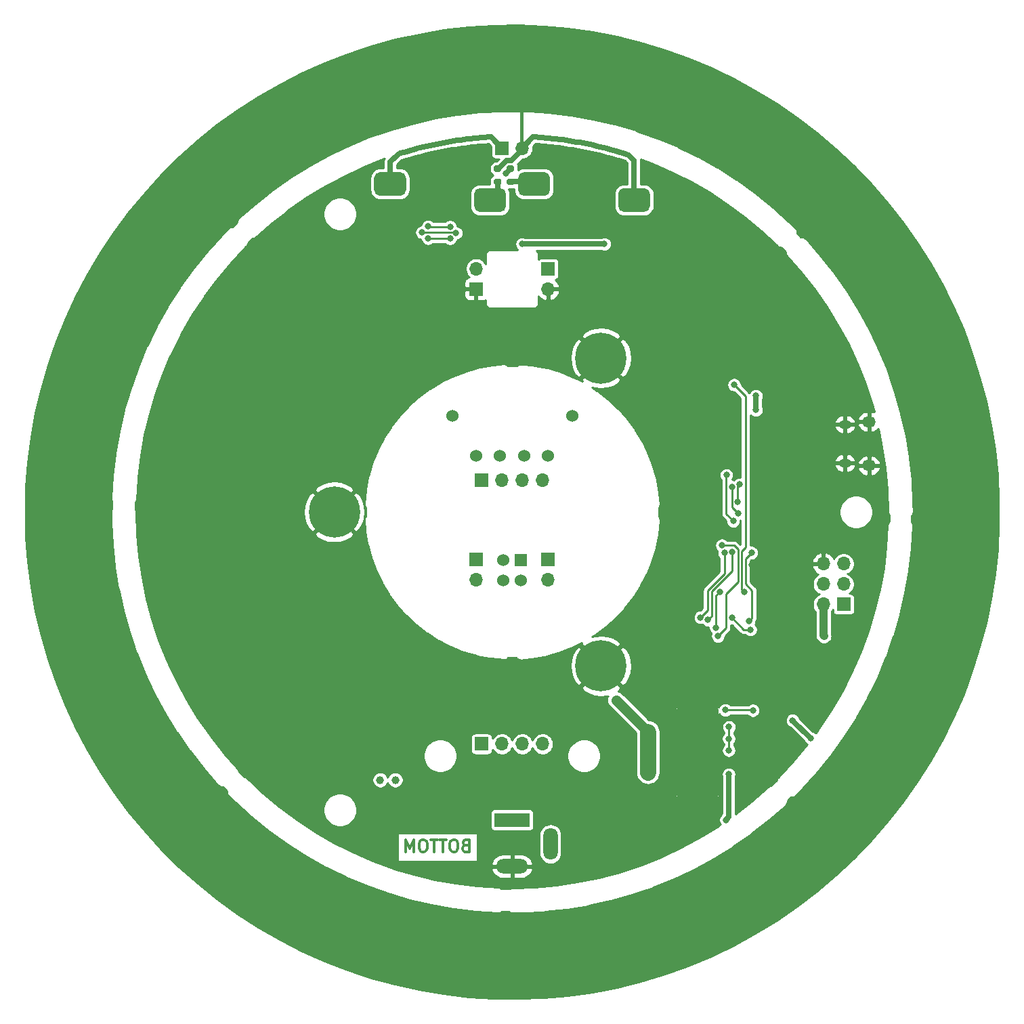
<source format=gbl>
%TF.GenerationSoftware,KiCad,Pcbnew,5.1.10-88a1d61d58~88~ubuntu18.04.1*%
%TF.CreationDate,2021-07-16T18:03:04+01:00*%
%TF.ProjectId,NerdClock,4e657264-436c-46f6-936b-2e6b69636164,rev?*%
%TF.SameCoordinates,Original*%
%TF.FileFunction,Copper,L2,Bot*%
%TF.FilePolarity,Positive*%
%FSLAX46Y46*%
G04 Gerber Fmt 4.6, Leading zero omitted, Abs format (unit mm)*
G04 Created by KiCad (PCBNEW 5.1.10-88a1d61d58~88~ubuntu18.04.1) date 2021-07-16 18:03:04*
%MOMM*%
%LPD*%
G01*
G04 APERTURE LIST*
%TA.AperFunction,NonConductor*%
%ADD10C,0.300000*%
%TD*%
%TA.AperFunction,ComponentPad*%
%ADD11R,1.700000X1.700000*%
%TD*%
%TA.AperFunction,ComponentPad*%
%ADD12O,1.700000X1.700000*%
%TD*%
%TA.AperFunction,ComponentPad*%
%ADD13C,1.524000*%
%TD*%
%TA.AperFunction,ComponentPad*%
%ADD14C,0.600000*%
%TD*%
%TA.AperFunction,SMDPad,CuDef*%
%ADD15R,3.400000X9.500000*%
%TD*%
%TA.AperFunction,ComponentPad*%
%ADD16C,6.400000*%
%TD*%
%TA.AperFunction,ComponentPad*%
%ADD17C,0.800000*%
%TD*%
%TA.AperFunction,ComponentPad*%
%ADD18O,1.800000X4.000000*%
%TD*%
%TA.AperFunction,ComponentPad*%
%ADD19O,4.000000X1.800000*%
%TD*%
%TA.AperFunction,ComponentPad*%
%ADD20R,4.400000X1.800000*%
%TD*%
%TA.AperFunction,ComponentPad*%
%ADD21O,1.500000X1.100000*%
%TD*%
%TA.AperFunction,ComponentPad*%
%ADD22O,1.700000X1.350000*%
%TD*%
%TA.AperFunction,ComponentPad*%
%ADD23R,1.524000X1.524000*%
%TD*%
%TA.AperFunction,ComponentPad*%
%ADD24C,1.000000*%
%TD*%
%TA.AperFunction,ViaPad*%
%ADD25C,0.800000*%
%TD*%
%TA.AperFunction,Conductor*%
%ADD26C,1.270000*%
%TD*%
%TA.AperFunction,Conductor*%
%ADD27C,2.000000*%
%TD*%
%TA.AperFunction,Conductor*%
%ADD28C,0.635000*%
%TD*%
%TA.AperFunction,Conductor*%
%ADD29C,0.381000*%
%TD*%
%TA.AperFunction,Conductor*%
%ADD30C,1.000000*%
%TD*%
%TA.AperFunction,Conductor*%
%ADD31C,0.254000*%
%TD*%
%TA.AperFunction,Conductor*%
%ADD32C,0.100000*%
%TD*%
G04 APERTURE END LIST*
D10*
X94164285Y-141692857D02*
X93950000Y-141764285D01*
X93878571Y-141835714D01*
X93807142Y-141978571D01*
X93807142Y-142192857D01*
X93878571Y-142335714D01*
X93950000Y-142407142D01*
X94092857Y-142478571D01*
X94664285Y-142478571D01*
X94664285Y-140978571D01*
X94164285Y-140978571D01*
X94021428Y-141050000D01*
X93950000Y-141121428D01*
X93878571Y-141264285D01*
X93878571Y-141407142D01*
X93950000Y-141550000D01*
X94021428Y-141621428D01*
X94164285Y-141692857D01*
X94664285Y-141692857D01*
X92878571Y-140978571D02*
X92592857Y-140978571D01*
X92450000Y-141050000D01*
X92307142Y-141192857D01*
X92235714Y-141478571D01*
X92235714Y-141978571D01*
X92307142Y-142264285D01*
X92450000Y-142407142D01*
X92592857Y-142478571D01*
X92878571Y-142478571D01*
X93021428Y-142407142D01*
X93164285Y-142264285D01*
X93235714Y-141978571D01*
X93235714Y-141478571D01*
X93164285Y-141192857D01*
X93021428Y-141050000D01*
X92878571Y-140978571D01*
X91807142Y-140978571D02*
X90950000Y-140978571D01*
X91378571Y-142478571D02*
X91378571Y-140978571D01*
X90664285Y-140978571D02*
X89807142Y-140978571D01*
X90235714Y-142478571D02*
X90235714Y-140978571D01*
X89021428Y-140978571D02*
X88735714Y-140978571D01*
X88592857Y-141050000D01*
X88450000Y-141192857D01*
X88378571Y-141478571D01*
X88378571Y-141978571D01*
X88450000Y-142264285D01*
X88592857Y-142407142D01*
X88735714Y-142478571D01*
X89021428Y-142478571D01*
X89164285Y-142407142D01*
X89307142Y-142264285D01*
X89378571Y-141978571D01*
X89378571Y-141478571D01*
X89307142Y-141192857D01*
X89164285Y-141050000D01*
X89021428Y-140978571D01*
X87735714Y-142478571D02*
X87735714Y-140978571D01*
X87235714Y-142050000D01*
X86735714Y-140978571D01*
X86735714Y-142478571D01*
D11*
X96190000Y-96000000D03*
D12*
X98730000Y-96000000D03*
X101270000Y-96000000D03*
X103810000Y-96000000D03*
X103810000Y-129000000D03*
X101270000Y-129000000D03*
X98730000Y-129000000D03*
D11*
X96190000Y-129000000D03*
D13*
X95500000Y-93000000D03*
X98500000Y-93000000D03*
X101500000Y-93000000D03*
X104500000Y-93000000D03*
X92500000Y-88000000D03*
X107500000Y-88000000D03*
D14*
X121606000Y-125513000D03*
X122906000Y-125513000D03*
X124206000Y-125513000D03*
X124206000Y-127293000D03*
X122906000Y-127293000D03*
X121606000Y-127293000D03*
X124206000Y-129073000D03*
X122906000Y-129073000D03*
X121606000Y-129073000D03*
X124206000Y-130853000D03*
X122906000Y-130853000D03*
X121606000Y-130853000D03*
X124206000Y-132633000D03*
X122906000Y-132633000D03*
X121606000Y-132633000D03*
X124206000Y-134413000D03*
X122906000Y-134413000D03*
X121606000Y-134413000D03*
D15*
X122906000Y-129963000D03*
D16*
X111114000Y-80749000D03*
D17*
X113514000Y-80749000D03*
X112811056Y-82446056D03*
X111114000Y-83149000D03*
X109416944Y-82446056D03*
X108714000Y-80749000D03*
X109416944Y-79051944D03*
X111114000Y-78349000D03*
X112811056Y-79051944D03*
D16*
X111114000Y-119251000D03*
D17*
X113514000Y-119251000D03*
X112811056Y-120948056D03*
X111114000Y-121651000D03*
X109416944Y-120948056D03*
X108714000Y-119251000D03*
X109416944Y-117553944D03*
X111114000Y-116851000D03*
X112811056Y-117553944D03*
X79468056Y-98302944D03*
X77771000Y-97600000D03*
X76073944Y-98302944D03*
X75371000Y-100000000D03*
X76073944Y-101697056D03*
X77771000Y-102400000D03*
X79468056Y-101697056D03*
X80171000Y-100000000D03*
D16*
X77771000Y-100000000D03*
D12*
X101270000Y-54500000D03*
D11*
X98730000Y-54500000D03*
D18*
X104800000Y-141500000D03*
D19*
X100000000Y-144300000D03*
D20*
X100000000Y-138500000D03*
D11*
X141450000Y-111550000D03*
D12*
X138910000Y-111550000D03*
X141450000Y-109010000D03*
X138910000Y-109010000D03*
X141450000Y-106470000D03*
X138910000Y-106470000D03*
D21*
X141625000Y-93885000D03*
X141625000Y-89045000D03*
D22*
X144625000Y-94195000D03*
X144625000Y-88735000D03*
D23*
X101100000Y-106000000D03*
D13*
X101100000Y-108540000D03*
X98900000Y-108540000D03*
X98900000Y-106000000D03*
D24*
X83500000Y-133500000D03*
X85400000Y-133500000D03*
D12*
X104500000Y-108500000D03*
D11*
X104500000Y-105960000D03*
X95500000Y-105960000D03*
D12*
X95500000Y-108500000D03*
X104500000Y-72136000D03*
D11*
X104500000Y-69596000D03*
X95500000Y-72136000D03*
D12*
X95500000Y-69596000D03*
%TA.AperFunction,SMDPad,CuDef*%
G36*
G01*
X82750000Y-59750000D02*
X82750000Y-58250000D01*
G75*
G02*
X83500000Y-57500000I750000J0D01*
G01*
X86000000Y-57500000D01*
G75*
G02*
X86750000Y-58250000I0J-750000D01*
G01*
X86750000Y-59750000D01*
G75*
G02*
X86000000Y-60500000I-750000J0D01*
G01*
X83500000Y-60500000D01*
G75*
G02*
X82750000Y-59750000I0J750000D01*
G01*
G37*
%TD.AperFunction*%
%TA.AperFunction,SMDPad,CuDef*%
G36*
G01*
X99250000Y-60250000D02*
X99250000Y-61750000D01*
G75*
G02*
X98500000Y-62500000I-750000J0D01*
G01*
X96000000Y-62500000D01*
G75*
G02*
X95250000Y-61750000I0J750000D01*
G01*
X95250000Y-60250000D01*
G75*
G02*
X96000000Y-59500000I750000J0D01*
G01*
X98500000Y-59500000D01*
G75*
G02*
X99250000Y-60250000I0J-750000D01*
G01*
G37*
%TD.AperFunction*%
%TA.AperFunction,SMDPad,CuDef*%
G36*
G01*
X117250000Y-60250000D02*
X117250000Y-61750000D01*
G75*
G02*
X116500000Y-62500000I-750000J0D01*
G01*
X114000000Y-62500000D01*
G75*
G02*
X113250000Y-61750000I0J750000D01*
G01*
X113250000Y-60250000D01*
G75*
G02*
X114000000Y-59500000I750000J0D01*
G01*
X116500000Y-59500000D01*
G75*
G02*
X117250000Y-60250000I0J-750000D01*
G01*
G37*
%TD.AperFunction*%
%TA.AperFunction,SMDPad,CuDef*%
G36*
G01*
X100750000Y-59750000D02*
X100750000Y-58250000D01*
G75*
G02*
X101500000Y-57500000I750000J0D01*
G01*
X104000000Y-57500000D01*
G75*
G02*
X104750000Y-58250000I0J-750000D01*
G01*
X104750000Y-59750000D01*
G75*
G02*
X104000000Y-60500000I-750000J0D01*
G01*
X101500000Y-60500000D01*
G75*
G02*
X100750000Y-59750000I0J750000D01*
G01*
G37*
%TD.AperFunction*%
%TA.AperFunction,SMDPad,CuDef*%
G36*
G01*
X100075000Y-59125000D02*
X99525000Y-59125000D01*
G75*
G02*
X99325000Y-58925000I0J200000D01*
G01*
X99325000Y-58525000D01*
G75*
G02*
X99525000Y-58325000I200000J0D01*
G01*
X100075000Y-58325000D01*
G75*
G02*
X100275000Y-58525000I0J-200000D01*
G01*
X100275000Y-58925000D01*
G75*
G02*
X100075000Y-59125000I-200000J0D01*
G01*
G37*
%TD.AperFunction*%
%TA.AperFunction,SMDPad,CuDef*%
G36*
G01*
X100075000Y-57475000D02*
X99525000Y-57475000D01*
G75*
G02*
X99325000Y-57275000I0J200000D01*
G01*
X99325000Y-56875000D01*
G75*
G02*
X99525000Y-56675000I200000J0D01*
G01*
X100075000Y-56675000D01*
G75*
G02*
X100275000Y-56875000I0J-200000D01*
G01*
X100275000Y-57275000D01*
G75*
G02*
X100075000Y-57475000I-200000J0D01*
G01*
G37*
%TD.AperFunction*%
%TA.AperFunction,SMDPad,CuDef*%
G36*
G01*
X98475000Y-57475000D02*
X97925000Y-57475000D01*
G75*
G02*
X97725000Y-57275000I0J200000D01*
G01*
X97725000Y-56875000D01*
G75*
G02*
X97925000Y-56675000I200000J0D01*
G01*
X98475000Y-56675000D01*
G75*
G02*
X98675000Y-56875000I0J-200000D01*
G01*
X98675000Y-57275000D01*
G75*
G02*
X98475000Y-57475000I-200000J0D01*
G01*
G37*
%TD.AperFunction*%
%TA.AperFunction,SMDPad,CuDef*%
G36*
G01*
X98475000Y-59125000D02*
X97925000Y-59125000D01*
G75*
G02*
X97725000Y-58925000I0J200000D01*
G01*
X97725000Y-58525000D01*
G75*
G02*
X97925000Y-58325000I200000J0D01*
G01*
X98475000Y-58325000D01*
G75*
G02*
X98675000Y-58525000I0J-200000D01*
G01*
X98675000Y-58925000D01*
G75*
G02*
X98475000Y-59125000I-200000J0D01*
G01*
G37*
%TD.AperFunction*%
D25*
X115750000Y-139500000D03*
X116000000Y-142500000D03*
X114500000Y-143500000D03*
X130500000Y-95500000D03*
X123750000Y-88750000D03*
X123750000Y-94000000D03*
X119000000Y-107000000D03*
X122428000Y-112014000D03*
X122250000Y-136250000D03*
X116000000Y-141000000D03*
X86750000Y-128750000D03*
X84000000Y-121500000D03*
X69000000Y-103750000D03*
X61000000Y-103750000D03*
X61000000Y-93750000D03*
X69000000Y-93750000D03*
X69000000Y-83750000D03*
X103000000Y-49600000D03*
X101700000Y-47400000D03*
X104700000Y-48500000D03*
X100300000Y-48500000D03*
X98000000Y-42750000D03*
X132532000Y-128072000D03*
X133294000Y-125024000D03*
X132024000Y-125024000D03*
X131516000Y-129088000D03*
X131647160Y-127187160D03*
X61000000Y-83750000D03*
X118173000Y-134188000D03*
X135200000Y-108000000D03*
X116750000Y-124750000D03*
X92800000Y-81900000D03*
X92800000Y-76000000D03*
X92800000Y-69000000D03*
X89100000Y-81900000D03*
X88700000Y-117500000D03*
X80400000Y-106200000D03*
X99900000Y-80400000D03*
X118800000Y-104100000D03*
X116900000Y-108900000D03*
X114554000Y-113284000D03*
X81700000Y-141600000D03*
X56500000Y-114500000D03*
X67900000Y-119700000D03*
X68300000Y-133700000D03*
X137300000Y-86800000D03*
X130800000Y-83300000D03*
X118700000Y-69600000D03*
X110500000Y-64500000D03*
X100700000Y-75800000D03*
X118500000Y-79000000D03*
X111200000Y-72100000D03*
X73200000Y-78200000D03*
X73100000Y-87000000D03*
X72000000Y-73400000D03*
X77000000Y-67300000D03*
X84200000Y-61500000D03*
X84200000Y-67400000D03*
X78100000Y-72700000D03*
X130800000Y-100000000D03*
X136500000Y-99900000D03*
X139500000Y-102500000D03*
X134700000Y-103400000D03*
X131200000Y-123600000D03*
X101500000Y-121500000D03*
X101900000Y-136100000D03*
X95200000Y-131000000D03*
X87300000Y-132600000D03*
X130000000Y-106600000D03*
X119380000Y-114554000D03*
X120904000Y-109982000D03*
X132250000Y-97028004D03*
X124250669Y-105691987D03*
X123994000Y-107400000D03*
X92201984Y-126238000D03*
X79700000Y-93500000D03*
X125500000Y-121000000D03*
X96500000Y-55100000D03*
X113000000Y-123500000D03*
X117000000Y-132575000D03*
X117000000Y-127500000D03*
X99200000Y-57700000D03*
X127100000Y-128333500D03*
X127127000Y-126873000D03*
X126747512Y-138494061D03*
X135072000Y-126053000D03*
X130500000Y-87250000D03*
X130500000Y-85473000D03*
X111527000Y-66500000D03*
X101250000Y-66500000D03*
X137370109Y-128297344D03*
X127100000Y-132800000D03*
X127100000Y-129794000D03*
X139000000Y-115500000D03*
X128204020Y-98760628D03*
X128430542Y-96571181D03*
X119750000Y-47250000D03*
X151250000Y-76650000D03*
X152750000Y-119750000D03*
X123350000Y-151300000D03*
X80250000Y-152800000D03*
X48700000Y-123350000D03*
X47250000Y-80250000D03*
X138500000Y-58000000D03*
X157000000Y-97500000D03*
X102500000Y-157000000D03*
X61500000Y-142000000D03*
X44500000Y-102000000D03*
X58000000Y-61500000D03*
X76650000Y-48700000D03*
X141986008Y-138684000D03*
X129000000Y-110000000D03*
X127750000Y-84100000D03*
X105200000Y-56600000D03*
X100100000Y-60500000D03*
X101400000Y-62200000D03*
X93700000Y-62000000D03*
X92300000Y-60000000D03*
X93800000Y-58000000D03*
X125489386Y-114441570D03*
X125960108Y-109960108D03*
X123551314Y-113183772D03*
X126545196Y-105121958D03*
X124500000Y-113499998D03*
X127537315Y-104996558D03*
X89500000Y-65800000D03*
X92249878Y-65800111D03*
X128273000Y-100198000D03*
X127477010Y-96872512D03*
X88750000Y-65050000D03*
X127650000Y-101125000D03*
X126800000Y-95375000D03*
X89500000Y-64300000D03*
X92250000Y-64345989D03*
X92989445Y-65127010D03*
X126673000Y-124750000D03*
X130100000Y-124800000D03*
X127500000Y-113250000D03*
X129800000Y-114700000D03*
X125735933Y-115514067D03*
X126238000Y-104170299D03*
X129927000Y-105100000D03*
X129585933Y-113672989D03*
D26*
X113000000Y-123500000D02*
X117000000Y-127500000D01*
D27*
X117000000Y-132575000D02*
X117000000Y-127500000D01*
D28*
X96136429Y-53201728D02*
X96565014Y-53168319D01*
X95280583Y-53280276D02*
X95708329Y-53239043D01*
X93999588Y-53427470D02*
X94426188Y-53374491D01*
X93573719Y-53484321D02*
X93999588Y-53427470D01*
X92723443Y-53609729D02*
X93148193Y-53545095D01*
X91875363Y-53750722D02*
X92299114Y-53678280D01*
X86855096Y-54919882D02*
X87268236Y-54801464D01*
X94426188Y-53374491D02*
X94853176Y-53325428D01*
X88931053Y-54365760D02*
X89349240Y-54266350D01*
X86032308Y-55167990D02*
X86443117Y-55042060D01*
X91452593Y-53826985D02*
X91875363Y-53750722D01*
X85739223Y-55260777D02*
X86032308Y-55167990D01*
X95708329Y-53239043D02*
X96136429Y-53201728D01*
X86443117Y-55042060D02*
X86855096Y-54919882D01*
X97347761Y-53117760D02*
X98730000Y-54500000D01*
X92299114Y-53678280D02*
X92723443Y-53609729D01*
X84750000Y-56250000D02*
X85739223Y-55260777D01*
X87268236Y-54801464D02*
X87682502Y-54686815D01*
X89349240Y-54266350D02*
X89768247Y-54170787D01*
X93148193Y-53545095D02*
X93573719Y-53484321D01*
X87682502Y-54686815D02*
X88097810Y-54575960D01*
X96565014Y-53168319D02*
X96993686Y-53138848D01*
X89768247Y-54170787D02*
X90188163Y-54079053D01*
X88097810Y-54575960D02*
X88513888Y-54468969D01*
X94853176Y-53325428D02*
X95280583Y-53280276D01*
X91030248Y-53907169D02*
X91452593Y-53826985D01*
X84750000Y-59000000D02*
X84750000Y-56250000D01*
X88513888Y-54468969D02*
X88931053Y-54365760D01*
X96993686Y-53138848D02*
X97347761Y-53117760D01*
X90188163Y-54079053D02*
X90608849Y-53991177D01*
X90608849Y-53991177D02*
X91030248Y-53907169D01*
X99800000Y-57075000D02*
X99800000Y-57100000D01*
X99800000Y-57100000D02*
X99200000Y-57700000D01*
D29*
X127127000Y-129667000D02*
X127000000Y-129794000D01*
D28*
X135072000Y-126053000D02*
X135125765Y-126053000D01*
X130500000Y-87250000D02*
X130500000Y-85492098D01*
X130500000Y-85492098D02*
X130500000Y-85473000D01*
X111527000Y-66500000D02*
X101250000Y-66500000D01*
X127127000Y-138114573D02*
X126747512Y-138494061D01*
X137316344Y-128297344D02*
X135072000Y-126053000D01*
X137370109Y-128297344D02*
X137316344Y-128297344D01*
D30*
X138938000Y-111578000D02*
X138910000Y-111550000D01*
X138910000Y-115410000D02*
X139000000Y-115500000D01*
X138910000Y-111550000D02*
X138910000Y-115410000D01*
D31*
X128204020Y-98760628D02*
X128204020Y-96797703D01*
X128204020Y-96797703D02*
X128430542Y-96571181D01*
D28*
X155500000Y-104512000D02*
X155434000Y-104578000D01*
X155500000Y-102000000D02*
X155500000Y-104512000D01*
D29*
X101200000Y-54430000D02*
X101270000Y-54500000D01*
X101200000Y-49700000D02*
X101200000Y-54430000D01*
X103000000Y-49600000D02*
X101300000Y-49600000D01*
X101300000Y-49600000D02*
X101200000Y-49700000D01*
D28*
X105494414Y-53365071D02*
X105067360Y-53316736D01*
X106772703Y-53533498D02*
X106347035Y-53473444D01*
X107197556Y-53597408D02*
X106772703Y-53533498D01*
X108468868Y-53812517D02*
X108045665Y-53736920D01*
X108045665Y-53736920D02*
X107621963Y-53665229D01*
X113480286Y-55019035D02*
X113068043Y-54897543D01*
X113891283Y-55144258D02*
X113480286Y-55019035D01*
X104212091Y-53231811D02*
X103783778Y-53195211D01*
X115250000Y-61000000D02*
X115250000Y-56050000D01*
X114301326Y-55273304D02*
X113891283Y-55144258D01*
X104639807Y-53272305D02*
X104212091Y-53231811D01*
X105920962Y-53417305D02*
X105494414Y-53365071D01*
X110153643Y-54153421D02*
X109733556Y-54062399D01*
X114556032Y-55356032D02*
X114301326Y-55273304D01*
X111824833Y-54555764D02*
X111408492Y-54449461D01*
X109312822Y-53975261D02*
X108891149Y-53891944D01*
X115250000Y-56050000D02*
X114556032Y-55356032D01*
X112240407Y-54665932D02*
X111824833Y-54555764D01*
X102926543Y-53133800D02*
X102652081Y-53117922D01*
X109733556Y-54062399D02*
X109312822Y-53975261D01*
X103783778Y-53195211D02*
X103355225Y-53162539D01*
X107621963Y-53665229D02*
X107197556Y-53597408D01*
X113068043Y-54897543D02*
X112654713Y-54779832D01*
X105067360Y-53316736D02*
X104639807Y-53272305D01*
X108891149Y-53891944D02*
X108468868Y-53812517D01*
X112654713Y-54779832D02*
X112240407Y-54665932D01*
X111408492Y-54449461D02*
X110991180Y-54346969D01*
X110991180Y-54346969D02*
X110572701Y-54248243D01*
X102652081Y-53117922D02*
X101270000Y-54500000D01*
X103355225Y-53162539D02*
X102926543Y-53133800D01*
X106347035Y-53473444D02*
X105920962Y-53417305D01*
X110572701Y-54248243D02*
X110153643Y-54153421D01*
X127100000Y-138087573D02*
X127127000Y-138114573D01*
X127100000Y-132800000D02*
X127100000Y-138087573D01*
X99900000Y-56100000D02*
X101270000Y-54730000D01*
X99285286Y-56100000D02*
X99900000Y-56100000D01*
X101270000Y-54730000D02*
X101270000Y-54500000D01*
X98200000Y-57075000D02*
X98310286Y-57075000D01*
X98310286Y-57075000D02*
X99285286Y-56100000D01*
D31*
X129200000Y-104400000D02*
X129200000Y-85550000D01*
X129200000Y-85550000D02*
X127750000Y-84100000D01*
X128718327Y-104881673D02*
X129200000Y-104400000D01*
X129000000Y-110000000D02*
X128718327Y-109718327D01*
X128718327Y-109718327D02*
X128718327Y-104881673D01*
X125489386Y-110430830D02*
X125960108Y-109960108D01*
X125489386Y-114441570D02*
X125489386Y-110430830D01*
X123551314Y-113183772D02*
X124460000Y-112275086D01*
X124460000Y-109790001D02*
X124779944Y-109470058D01*
X124460000Y-112275086D02*
X124460000Y-109790001D01*
X126545196Y-107704806D02*
X126545196Y-105121958D01*
X124779944Y-109470058D02*
X126545196Y-107704806D01*
X127537315Y-107354753D02*
X127537315Y-104996558D01*
X124968000Y-109924068D02*
X127537315Y-107354753D01*
X124500000Y-113499998D02*
X124968000Y-113031998D01*
X124968000Y-113031998D02*
X124968000Y-109924068D01*
X92249767Y-65800000D02*
X92249878Y-65800111D01*
X89500000Y-65800000D02*
X92249767Y-65800000D01*
X127477010Y-99402010D02*
X127477010Y-96872512D01*
X128273000Y-100198000D02*
X127477010Y-99402010D01*
X126750000Y-95425000D02*
X126800000Y-95375000D01*
X127650000Y-101125000D02*
X126750000Y-100225000D01*
X126750000Y-100225000D02*
X126750000Y-95425000D01*
X89545989Y-64345989D02*
X89500000Y-64300000D01*
X92250000Y-64345989D02*
X89545989Y-64345989D01*
X88772999Y-65072999D02*
X88750000Y-65050000D01*
X92935434Y-65072999D02*
X88772999Y-65072999D01*
X92989445Y-65127010D02*
X92935434Y-65072999D01*
X130050000Y-124750000D02*
X130100000Y-124800000D01*
X126673000Y-124750000D02*
X130050000Y-124750000D01*
X127500000Y-113250000D02*
X128950000Y-114700000D01*
X128950000Y-114700000D02*
X129800000Y-114700000D01*
X126727002Y-114522998D02*
X126727002Y-110272998D01*
X128264317Y-104688353D02*
X127746263Y-104170299D01*
X127746263Y-104170299D02*
X126238000Y-104170299D01*
X128264317Y-108735683D02*
X128264317Y-104688353D01*
X126727002Y-110272998D02*
X128264317Y-108735683D01*
X125735933Y-115514067D02*
X126727002Y-114522998D01*
D28*
X98200000Y-60050000D02*
X97250000Y-61000000D01*
X98200000Y-58725000D02*
X98200000Y-60050000D01*
X102075000Y-58325000D02*
X102750000Y-59000000D01*
X102475000Y-58725000D02*
X102750000Y-59000000D01*
X99800000Y-58725000D02*
X102475000Y-58725000D01*
D31*
X127127000Y-129767000D02*
X127100000Y-129794000D01*
X127127000Y-126873000D02*
X127127000Y-129767000D01*
X129172337Y-105854663D02*
X129172337Y-108972337D01*
X129927000Y-105100000D02*
X129172337Y-105854663D01*
X129172337Y-108972337D02*
X129985932Y-109785932D01*
X129985932Y-109785932D02*
X129985932Y-113272990D01*
X129985932Y-113272990D02*
X129585933Y-113672989D01*
X97369543Y-54306975D02*
X97369543Y-55350000D01*
X97379351Y-55449585D01*
X97408399Y-55545343D01*
X97455571Y-55633595D01*
X97519052Y-55710948D01*
X97596405Y-55774429D01*
X97684657Y-55821601D01*
X97780415Y-55850649D01*
X97880000Y-55860457D01*
X98357396Y-55860457D01*
X98053311Y-56164543D01*
X97925000Y-56164543D01*
X97786397Y-56178194D01*
X97653120Y-56218623D01*
X97530291Y-56284277D01*
X97422631Y-56372631D01*
X97334277Y-56480291D01*
X97268623Y-56603120D01*
X97228194Y-56736397D01*
X97214543Y-56875000D01*
X97214543Y-57275000D01*
X97228194Y-57413603D01*
X97268623Y-57546880D01*
X97334277Y-57669709D01*
X97422631Y-57777369D01*
X97530291Y-57865723D01*
X97594418Y-57900000D01*
X97530291Y-57934277D01*
X97422631Y-58022631D01*
X97334277Y-58130291D01*
X97268623Y-58253120D01*
X97228194Y-58386397D01*
X97214543Y-58525000D01*
X97214543Y-58925000D01*
X97220900Y-58989543D01*
X96000000Y-58989543D01*
X95754097Y-59013762D01*
X95517644Y-59085490D01*
X95299728Y-59201968D01*
X95108722Y-59358722D01*
X94951968Y-59549728D01*
X94835490Y-59767644D01*
X94763762Y-60004097D01*
X94739543Y-60250000D01*
X94739543Y-61750000D01*
X94763762Y-61995903D01*
X94835490Y-62232356D01*
X94951968Y-62450272D01*
X95108722Y-62641278D01*
X95299728Y-62798032D01*
X95517644Y-62914510D01*
X95754097Y-62986238D01*
X96000000Y-63010457D01*
X98500000Y-63010457D01*
X98745903Y-62986238D01*
X98982356Y-62914510D01*
X99200272Y-62798032D01*
X99391278Y-62641278D01*
X99548032Y-62450272D01*
X99664510Y-62232356D01*
X99736238Y-61995903D01*
X99760457Y-61750000D01*
X99760457Y-60250000D01*
X99736238Y-60004097D01*
X99664510Y-59767644D01*
X99593855Y-59635457D01*
X100075000Y-59635457D01*
X100213603Y-59621806D01*
X100239543Y-59613937D01*
X100239543Y-59750000D01*
X100263762Y-59995903D01*
X100335490Y-60232356D01*
X100451968Y-60450272D01*
X100608722Y-60641278D01*
X100799728Y-60798032D01*
X101017644Y-60914510D01*
X101254097Y-60986238D01*
X101500000Y-61010457D01*
X104000000Y-61010457D01*
X104245903Y-60986238D01*
X104482356Y-60914510D01*
X104700272Y-60798032D01*
X104891278Y-60641278D01*
X105048032Y-60450272D01*
X105164510Y-60232356D01*
X105236238Y-59995903D01*
X105260457Y-59750000D01*
X105260457Y-58250000D01*
X105236238Y-58004097D01*
X105164510Y-57767644D01*
X105048032Y-57549728D01*
X104891278Y-57358722D01*
X104700272Y-57201968D01*
X104482356Y-57085490D01*
X104245903Y-57013762D01*
X104000000Y-56989543D01*
X101500000Y-56989543D01*
X101254097Y-57013762D01*
X101017644Y-57085490D01*
X100799728Y-57201968D01*
X100785457Y-57213680D01*
X100785457Y-56875000D01*
X100771806Y-56736397D01*
X100731377Y-56603120D01*
X100673184Y-56494249D01*
X101309433Y-55858000D01*
X101403751Y-55858000D01*
X101666114Y-55805813D01*
X101913254Y-55703444D01*
X102135675Y-55554828D01*
X102324828Y-55365675D01*
X102473444Y-55143254D01*
X102575813Y-54896114D01*
X102628000Y-54633751D01*
X102628000Y-54366249D01*
X102618574Y-54318860D01*
X102973158Y-53964277D01*
X103296236Y-53985937D01*
X103717327Y-54018040D01*
X104138106Y-54053997D01*
X104558280Y-54093777D01*
X104978282Y-54137424D01*
X105397778Y-54184904D01*
X105816958Y-54236235D01*
X106235388Y-54291367D01*
X106653643Y-54350375D01*
X107071060Y-54413167D01*
X107487976Y-54479791D01*
X107904233Y-54550222D01*
X108320004Y-54624492D01*
X108734843Y-54702519D01*
X109149140Y-54784379D01*
X109562433Y-54869976D01*
X109975179Y-54959407D01*
X110386880Y-55052565D01*
X110797909Y-55149534D01*
X111208014Y-55250256D01*
X111616924Y-55354662D01*
X112025264Y-55462912D01*
X112432340Y-55574825D01*
X112838288Y-55690434D01*
X113243360Y-55809813D01*
X113647137Y-55932837D01*
X114049982Y-56059618D01*
X114112488Y-56079920D01*
X114424501Y-56391934D01*
X114424500Y-58989543D01*
X114000000Y-58989543D01*
X113754097Y-59013762D01*
X113517644Y-59085490D01*
X113299728Y-59201968D01*
X113108722Y-59358722D01*
X112951968Y-59549728D01*
X112835490Y-59767644D01*
X112763762Y-60004097D01*
X112739543Y-60250000D01*
X112739543Y-61750000D01*
X112763762Y-61995903D01*
X112835490Y-62232356D01*
X112951968Y-62450272D01*
X113108722Y-62641278D01*
X113299728Y-62798032D01*
X113517644Y-62914510D01*
X113754097Y-62986238D01*
X114000000Y-63010457D01*
X116500000Y-63010457D01*
X116745903Y-62986238D01*
X116982356Y-62914510D01*
X117200272Y-62798032D01*
X117391278Y-62641278D01*
X117548032Y-62450272D01*
X117664510Y-62232356D01*
X117736238Y-61995903D01*
X117760457Y-61750000D01*
X117760457Y-60250000D01*
X117736238Y-60004097D01*
X117664510Y-59767644D01*
X117548032Y-59549728D01*
X117391278Y-59358722D01*
X117200272Y-59201968D01*
X116982356Y-59085490D01*
X116745903Y-59013762D01*
X116500000Y-58989543D01*
X116075500Y-58989543D01*
X116075500Y-56090550D01*
X116079494Y-56050000D01*
X116075317Y-56007592D01*
X116063556Y-55888174D01*
X116062891Y-55885982D01*
X117441948Y-56392010D01*
X119923278Y-57468349D01*
X122338539Y-58685741D01*
X124679711Y-60040144D01*
X126939045Y-61527073D01*
X129109019Y-63141578D01*
X131182461Y-64878320D01*
X133157942Y-66736667D01*
X133192334Y-66770999D01*
X133208862Y-66791138D01*
X133290021Y-66857744D01*
X133382615Y-66907237D01*
X133483086Y-66937715D01*
X133587572Y-66948006D01*
X133661153Y-66940759D01*
X134216179Y-67495785D01*
X134204050Y-67586387D01*
X134210688Y-67691168D01*
X134237640Y-67792641D01*
X134283872Y-67886906D01*
X134347605Y-67970341D01*
X134361560Y-67982633D01*
X136136214Y-69999127D01*
X137803268Y-72129024D01*
X139344950Y-74351351D01*
X140756148Y-76658734D01*
X142032188Y-79043533D01*
X143168825Y-81497812D01*
X144162304Y-84013468D01*
X145009324Y-86582138D01*
X145256555Y-87508049D01*
X145209185Y-87487176D01*
X144957884Y-87431325D01*
X144752000Y-87581427D01*
X144752000Y-88608000D01*
X144772000Y-88608000D01*
X144772000Y-88862000D01*
X144752000Y-88862000D01*
X144752000Y-89888573D01*
X144957884Y-90038675D01*
X145209185Y-89982824D01*
X145444761Y-89879019D01*
X145655559Y-89731250D01*
X145788842Y-89591873D01*
X146253248Y-91844305D01*
X146646027Y-94520354D01*
X146884110Y-97214576D01*
X146966935Y-99925448D01*
X146966977Y-99974058D01*
X146964422Y-100000000D01*
X146974713Y-100104486D01*
X147005190Y-100204957D01*
X147054683Y-100297551D01*
X147121289Y-100378711D01*
X147173000Y-100421149D01*
X147173000Y-101214698D01*
X147105801Y-101266029D01*
X147036403Y-101344815D01*
X146983709Y-101435626D01*
X146949744Y-101534972D01*
X146935813Y-101639035D01*
X146936989Y-101657595D01*
X146765982Y-104338344D01*
X146438701Y-107023199D01*
X145957412Y-109684761D01*
X145323718Y-112314172D01*
X144539704Y-114902787D01*
X143607990Y-117441948D01*
X142531651Y-119923278D01*
X141314262Y-122338532D01*
X139959856Y-124679711D01*
X138472927Y-126939045D01*
X137970799Y-127613929D01*
X137948925Y-127592055D01*
X137800208Y-127492685D01*
X137634963Y-127424238D01*
X137604640Y-127418206D01*
X135924266Y-125737834D01*
X135876659Y-125622901D01*
X135777289Y-125474184D01*
X135650816Y-125347711D01*
X135502099Y-125248341D01*
X135336854Y-125179894D01*
X135161430Y-125145000D01*
X134982570Y-125145000D01*
X134807146Y-125179894D01*
X134641901Y-125248341D01*
X134493184Y-125347711D01*
X134366711Y-125474184D01*
X134267341Y-125622901D01*
X134198894Y-125788146D01*
X134164000Y-125963570D01*
X134164000Y-126142430D01*
X134198894Y-126317854D01*
X134267341Y-126483099D01*
X134366711Y-126631816D01*
X134493184Y-126758289D01*
X134641901Y-126857659D01*
X134756834Y-126905266D01*
X136555862Y-128704296D01*
X136565450Y-128727443D01*
X136664820Y-128876160D01*
X136791293Y-129002633D01*
X136889001Y-129067920D01*
X136858422Y-129109019D01*
X135121671Y-131182470D01*
X133263318Y-133157958D01*
X133229003Y-133192333D01*
X133208862Y-133208862D01*
X133142256Y-133290021D01*
X133092763Y-133382615D01*
X133062285Y-133483086D01*
X133056859Y-133538179D01*
X132334360Y-134209071D01*
X132308832Y-134210688D01*
X132207359Y-134237640D01*
X132113094Y-134283872D01*
X132029659Y-134347605D01*
X132017367Y-134361560D01*
X130000863Y-136136222D01*
X127925500Y-137760592D01*
X127925500Y-133179785D01*
X127973106Y-133064854D01*
X128008000Y-132889430D01*
X128008000Y-132710570D01*
X127973106Y-132535146D01*
X127904659Y-132369901D01*
X127805289Y-132221184D01*
X127678816Y-132094711D01*
X127530099Y-131995341D01*
X127364854Y-131926894D01*
X127189430Y-131892000D01*
X127010570Y-131892000D01*
X126835146Y-131926894D01*
X126669901Y-131995341D01*
X126521184Y-132094711D01*
X126394711Y-132221184D01*
X126295341Y-132369901D01*
X126226894Y-132535146D01*
X126192000Y-132710570D01*
X126192000Y-132889430D01*
X126226894Y-133064854D01*
X126274500Y-133179785D01*
X126274501Y-137718075D01*
X126168696Y-137788772D01*
X126042223Y-137915245D01*
X125942853Y-138063962D01*
X125874406Y-138229207D01*
X125839512Y-138404631D01*
X125839512Y-138583491D01*
X125874406Y-138758915D01*
X125942853Y-138924160D01*
X126041785Y-139072222D01*
X125648649Y-139344950D01*
X123341266Y-140756148D01*
X120956480Y-142032181D01*
X118502188Y-143168825D01*
X115986532Y-144162304D01*
X113417862Y-145009324D01*
X110804691Y-145707078D01*
X108155695Y-146253248D01*
X105479648Y-146646027D01*
X102785424Y-146884110D01*
X100074552Y-146966935D01*
X100025942Y-146966977D01*
X100000000Y-146964422D01*
X99895515Y-146974713D01*
X99795044Y-147005190D01*
X99702450Y-147054683D01*
X99680131Y-147073000D01*
X98696732Y-147073000D01*
X98655185Y-147036404D01*
X98564374Y-146983709D01*
X98465028Y-146949744D01*
X98360965Y-146935813D01*
X98342405Y-146936989D01*
X95661656Y-146765982D01*
X92976801Y-146438701D01*
X90315239Y-145957412D01*
X87685828Y-145323718D01*
X85510051Y-144664740D01*
X97408964Y-144664740D01*
X97433245Y-144770087D01*
X97553138Y-145047204D01*
X97724790Y-145295606D01*
X97941604Y-145505748D01*
X98195249Y-145669554D01*
X98475977Y-145780729D01*
X98773000Y-145835000D01*
X99873000Y-145835000D01*
X99873000Y-144427000D01*
X100127000Y-144427000D01*
X100127000Y-145835000D01*
X101227000Y-145835000D01*
X101524023Y-145780729D01*
X101804751Y-145669554D01*
X102058396Y-145505748D01*
X102275210Y-145295606D01*
X102446862Y-145047204D01*
X102566755Y-144770087D01*
X102591036Y-144664740D01*
X102470378Y-144427000D01*
X100127000Y-144427000D01*
X99873000Y-144427000D01*
X97529622Y-144427000D01*
X97408964Y-144664740D01*
X85510051Y-144664740D01*
X85097213Y-144539704D01*
X83449948Y-143935260D01*
X97408964Y-143935260D01*
X97529622Y-144173000D01*
X99873000Y-144173000D01*
X99873000Y-142765000D01*
X100127000Y-142765000D01*
X100127000Y-144173000D01*
X102470378Y-144173000D01*
X102591036Y-143935260D01*
X102566755Y-143829913D01*
X102446862Y-143552796D01*
X102275210Y-143304394D01*
X102058396Y-143094252D01*
X101804751Y-142930446D01*
X101524023Y-142819271D01*
X101227000Y-142765000D01*
X100127000Y-142765000D01*
X99873000Y-142765000D01*
X98773000Y-142765000D01*
X98475977Y-142819271D01*
X98195249Y-142930446D01*
X97941604Y-143094252D01*
X97724790Y-143304394D01*
X97553138Y-143552796D01*
X97433245Y-143829913D01*
X97408964Y-143935260D01*
X83449948Y-143935260D01*
X82558052Y-143607990D01*
X80076722Y-142531651D01*
X77661468Y-141314262D01*
X75626494Y-140137000D01*
X85720572Y-140137000D01*
X85720572Y-143703000D01*
X95679429Y-143703000D01*
X95679429Y-140330837D01*
X103392000Y-140330837D01*
X103392001Y-142669164D01*
X103412374Y-142876016D01*
X103492885Y-143141425D01*
X103623628Y-143386027D01*
X103799578Y-143600423D01*
X104013974Y-143776373D01*
X104258576Y-143907116D01*
X104523985Y-143987627D01*
X104800000Y-144014812D01*
X105076016Y-143987627D01*
X105341425Y-143907116D01*
X105586027Y-143776373D01*
X105800423Y-143600423D01*
X105976373Y-143386027D01*
X106107116Y-143141425D01*
X106187627Y-142876016D01*
X106208000Y-142669164D01*
X106208000Y-140330836D01*
X106187627Y-140123984D01*
X106107116Y-139858575D01*
X105976373Y-139613973D01*
X105800422Y-139399577D01*
X105586026Y-139223627D01*
X105341424Y-139092884D01*
X105076015Y-139012373D01*
X104800000Y-138985188D01*
X104523984Y-139012373D01*
X104258575Y-139092884D01*
X104013973Y-139223627D01*
X103799577Y-139399578D01*
X103623627Y-139613974D01*
X103492884Y-139858576D01*
X103412373Y-140123985D01*
X103392000Y-140330837D01*
X95679429Y-140330837D01*
X95679429Y-140137000D01*
X85720572Y-140137000D01*
X75626494Y-140137000D01*
X75320289Y-139959856D01*
X73060955Y-138472927D01*
X71123446Y-137031380D01*
X76392000Y-137031380D01*
X76392000Y-137446620D01*
X76473009Y-137853881D01*
X76631914Y-138237513D01*
X76862609Y-138582772D01*
X77156228Y-138876391D01*
X77501487Y-139107086D01*
X77885119Y-139265991D01*
X78292380Y-139347000D01*
X78707620Y-139347000D01*
X79114881Y-139265991D01*
X79498513Y-139107086D01*
X79843772Y-138876391D01*
X80137391Y-138582772D01*
X80368086Y-138237513D01*
X80526991Y-137853881D01*
X80577490Y-137600000D01*
X97289543Y-137600000D01*
X97289543Y-139400000D01*
X97299351Y-139499585D01*
X97328399Y-139595343D01*
X97375571Y-139683595D01*
X97439052Y-139760948D01*
X97516405Y-139824429D01*
X97604657Y-139871601D01*
X97700415Y-139900649D01*
X97800000Y-139910457D01*
X102200000Y-139910457D01*
X102299585Y-139900649D01*
X102395343Y-139871601D01*
X102483595Y-139824429D01*
X102560948Y-139760948D01*
X102624429Y-139683595D01*
X102671601Y-139595343D01*
X102700649Y-139499585D01*
X102710457Y-139400000D01*
X102710457Y-137600000D01*
X102700649Y-137500415D01*
X102671601Y-137404657D01*
X102624429Y-137316405D01*
X102560948Y-137239052D01*
X102483595Y-137175571D01*
X102395343Y-137128399D01*
X102299585Y-137099351D01*
X102200000Y-137089543D01*
X97800000Y-137089543D01*
X97700415Y-137099351D01*
X97604657Y-137128399D01*
X97516405Y-137175571D01*
X97439052Y-137239052D01*
X97375571Y-137316405D01*
X97328399Y-137404657D01*
X97299351Y-137500415D01*
X97289543Y-137600000D01*
X80577490Y-137600000D01*
X80608000Y-137446620D01*
X80608000Y-137031380D01*
X80526991Y-136624119D01*
X80368086Y-136240487D01*
X80137391Y-135895228D01*
X79843772Y-135601609D01*
X79498513Y-135370914D01*
X79114881Y-135212009D01*
X78707620Y-135131000D01*
X78292380Y-135131000D01*
X77885119Y-135212009D01*
X77501487Y-135370914D01*
X77156228Y-135601609D01*
X76862609Y-135895228D01*
X76631914Y-136240487D01*
X76473009Y-136624119D01*
X76392000Y-137031380D01*
X71123446Y-137031380D01*
X70890981Y-136858422D01*
X68817530Y-135121671D01*
X66988106Y-133400721D01*
X82492000Y-133400721D01*
X82492000Y-133599279D01*
X82530737Y-133794023D01*
X82606722Y-133977467D01*
X82717035Y-134142562D01*
X82857438Y-134282965D01*
X83022533Y-134393278D01*
X83205977Y-134469263D01*
X83400721Y-134508000D01*
X83599279Y-134508000D01*
X83794023Y-134469263D01*
X83977467Y-134393278D01*
X84142562Y-134282965D01*
X84282965Y-134142562D01*
X84393278Y-133977467D01*
X84450000Y-133840528D01*
X84506722Y-133977467D01*
X84617035Y-134142562D01*
X84757438Y-134282965D01*
X84922533Y-134393278D01*
X85105977Y-134469263D01*
X85300721Y-134508000D01*
X85499279Y-134508000D01*
X85694023Y-134469263D01*
X85877467Y-134393278D01*
X86042562Y-134282965D01*
X86182965Y-134142562D01*
X86293278Y-133977467D01*
X86369263Y-133794023D01*
X86408000Y-133599279D01*
X86408000Y-133400721D01*
X86369263Y-133205977D01*
X86293278Y-133022533D01*
X86182965Y-132857438D01*
X86042562Y-132717035D01*
X85877467Y-132606722D01*
X85694023Y-132530737D01*
X85499279Y-132492000D01*
X85300721Y-132492000D01*
X85105977Y-132530737D01*
X84922533Y-132606722D01*
X84757438Y-132717035D01*
X84617035Y-132857438D01*
X84506722Y-133022533D01*
X84450000Y-133159472D01*
X84393278Y-133022533D01*
X84282965Y-132857438D01*
X84142562Y-132717035D01*
X83977467Y-132606722D01*
X83794023Y-132530737D01*
X83599279Y-132492000D01*
X83400721Y-132492000D01*
X83205977Y-132530737D01*
X83022533Y-132606722D01*
X82857438Y-132717035D01*
X82717035Y-132857438D01*
X82606722Y-133022533D01*
X82530737Y-133205977D01*
X82492000Y-133400721D01*
X66988106Y-133400721D01*
X66842042Y-133263318D01*
X66807676Y-133229012D01*
X66791139Y-133208861D01*
X66709979Y-133142255D01*
X66617385Y-133092762D01*
X66552767Y-133073161D01*
X65789371Y-132309765D01*
X65789312Y-132308832D01*
X65762360Y-132207359D01*
X65716128Y-132113094D01*
X65652395Y-132029659D01*
X65638440Y-132017367D01*
X64120333Y-130292380D01*
X88892000Y-130292380D01*
X88892000Y-130707620D01*
X88973009Y-131114881D01*
X89131914Y-131498513D01*
X89362609Y-131843772D01*
X89656228Y-132137391D01*
X90001487Y-132368086D01*
X90385119Y-132526991D01*
X90792380Y-132608000D01*
X91207620Y-132608000D01*
X91614881Y-132526991D01*
X91998513Y-132368086D01*
X92343772Y-132137391D01*
X92637391Y-131843772D01*
X92868086Y-131498513D01*
X93026991Y-131114881D01*
X93108000Y-130707620D01*
X93108000Y-130292380D01*
X93026991Y-129885119D01*
X92868086Y-129501487D01*
X92637391Y-129156228D01*
X92343772Y-128862609D01*
X91998513Y-128631914D01*
X91614881Y-128473009D01*
X91207620Y-128392000D01*
X90792380Y-128392000D01*
X90385119Y-128473009D01*
X90001487Y-128631914D01*
X89656228Y-128862609D01*
X89362609Y-129156228D01*
X89131914Y-129501487D01*
X88973009Y-129885119D01*
X88892000Y-130292380D01*
X64120333Y-130292380D01*
X63863778Y-130000863D01*
X62415122Y-128150000D01*
X94829543Y-128150000D01*
X94829543Y-129850000D01*
X94839351Y-129949585D01*
X94868399Y-130045343D01*
X94915571Y-130133595D01*
X94979052Y-130210948D01*
X95056405Y-130274429D01*
X95144657Y-130321601D01*
X95240415Y-130350649D01*
X95340000Y-130360457D01*
X97040000Y-130360457D01*
X97139585Y-130350649D01*
X97235343Y-130321601D01*
X97323595Y-130274429D01*
X97400948Y-130210948D01*
X97464429Y-130133595D01*
X97511601Y-130045343D01*
X97540649Y-129949585D01*
X97550457Y-129850000D01*
X97550457Y-129679025D01*
X97675172Y-129865675D01*
X97864325Y-130054828D01*
X98086746Y-130203444D01*
X98333886Y-130305813D01*
X98596249Y-130358000D01*
X98863751Y-130358000D01*
X99126114Y-130305813D01*
X99373254Y-130203444D01*
X99595675Y-130054828D01*
X99784828Y-129865675D01*
X99933444Y-129643254D01*
X100000000Y-129482574D01*
X100066556Y-129643254D01*
X100215172Y-129865675D01*
X100404325Y-130054828D01*
X100626746Y-130203444D01*
X100873886Y-130305813D01*
X101136249Y-130358000D01*
X101403751Y-130358000D01*
X101666114Y-130305813D01*
X101913254Y-130203444D01*
X102135675Y-130054828D01*
X102324828Y-129865675D01*
X102473444Y-129643254D01*
X102540000Y-129482574D01*
X102606556Y-129643254D01*
X102755172Y-129865675D01*
X102944325Y-130054828D01*
X103166746Y-130203444D01*
X103413886Y-130305813D01*
X103676249Y-130358000D01*
X103943751Y-130358000D01*
X104206114Y-130305813D01*
X104238544Y-130292380D01*
X106892000Y-130292380D01*
X106892000Y-130707620D01*
X106973009Y-131114881D01*
X107131914Y-131498513D01*
X107362609Y-131843772D01*
X107656228Y-132137391D01*
X108001487Y-132368086D01*
X108385119Y-132526991D01*
X108792380Y-132608000D01*
X109207620Y-132608000D01*
X109614881Y-132526991D01*
X109998513Y-132368086D01*
X110343772Y-132137391D01*
X110637391Y-131843772D01*
X110868086Y-131498513D01*
X111026991Y-131114881D01*
X111108000Y-130707620D01*
X111108000Y-130292380D01*
X111026991Y-129885119D01*
X110868086Y-129501487D01*
X110637391Y-129156228D01*
X110343772Y-128862609D01*
X109998513Y-128631914D01*
X109614881Y-128473009D01*
X109207620Y-128392000D01*
X108792380Y-128392000D01*
X108385119Y-128473009D01*
X108001487Y-128631914D01*
X107656228Y-128862609D01*
X107362609Y-129156228D01*
X107131914Y-129501487D01*
X106973009Y-129885119D01*
X106892000Y-130292380D01*
X104238544Y-130292380D01*
X104453254Y-130203444D01*
X104675675Y-130054828D01*
X104864828Y-129865675D01*
X105013444Y-129643254D01*
X105115813Y-129396114D01*
X105168000Y-129133751D01*
X105168000Y-128866249D01*
X105115813Y-128603886D01*
X105013444Y-128356746D01*
X104864828Y-128134325D01*
X104675675Y-127945172D01*
X104453254Y-127796556D01*
X104206114Y-127694187D01*
X103943751Y-127642000D01*
X103676249Y-127642000D01*
X103413886Y-127694187D01*
X103166746Y-127796556D01*
X102944325Y-127945172D01*
X102755172Y-128134325D01*
X102606556Y-128356746D01*
X102540000Y-128517426D01*
X102473444Y-128356746D01*
X102324828Y-128134325D01*
X102135675Y-127945172D01*
X101913254Y-127796556D01*
X101666114Y-127694187D01*
X101403751Y-127642000D01*
X101136249Y-127642000D01*
X100873886Y-127694187D01*
X100626746Y-127796556D01*
X100404325Y-127945172D01*
X100215172Y-128134325D01*
X100066556Y-128356746D01*
X100000000Y-128517426D01*
X99933444Y-128356746D01*
X99784828Y-128134325D01*
X99595675Y-127945172D01*
X99373254Y-127796556D01*
X99126114Y-127694187D01*
X98863751Y-127642000D01*
X98596249Y-127642000D01*
X98333886Y-127694187D01*
X98086746Y-127796556D01*
X97864325Y-127945172D01*
X97675172Y-128134325D01*
X97550457Y-128320975D01*
X97550457Y-128150000D01*
X97540649Y-128050415D01*
X97511601Y-127954657D01*
X97464429Y-127866405D01*
X97400948Y-127789052D01*
X97323595Y-127725571D01*
X97235343Y-127678399D01*
X97139585Y-127649351D01*
X97040000Y-127639543D01*
X95340000Y-127639543D01*
X95240415Y-127649351D01*
X95144657Y-127678399D01*
X95056405Y-127725571D01*
X94979052Y-127789052D01*
X94915571Y-127866405D01*
X94868399Y-127954657D01*
X94839351Y-128050415D01*
X94829543Y-128150000D01*
X62415122Y-128150000D01*
X62196732Y-127870976D01*
X60655050Y-125648649D01*
X59243852Y-123341266D01*
X58500431Y-121951881D01*
X108592724Y-121951881D01*
X108952912Y-122441548D01*
X109616882Y-122801849D01*
X110338385Y-123025694D01*
X111089695Y-123104480D01*
X111841938Y-123035178D01*
X111973225Y-122996255D01*
X111938898Y-123060477D01*
X111873539Y-123275933D01*
X111851471Y-123500000D01*
X111873539Y-123724067D01*
X111938898Y-123939523D01*
X112045033Y-124138088D01*
X112152076Y-124268521D01*
X115492001Y-127608448D01*
X115492000Y-132649077D01*
X115513820Y-132870619D01*
X115600049Y-133154878D01*
X115740077Y-133416852D01*
X115928524Y-133646476D01*
X116158147Y-133834923D01*
X116420121Y-133974951D01*
X116704380Y-134061180D01*
X117000000Y-134090296D01*
X117295619Y-134061180D01*
X117579878Y-133974951D01*
X117841852Y-133834923D01*
X118071476Y-133646476D01*
X118259923Y-133416853D01*
X118399951Y-133154879D01*
X118486180Y-132870620D01*
X118508000Y-132649078D01*
X118508000Y-127425922D01*
X118486180Y-127204380D01*
X118399951Y-126920121D01*
X118259923Y-126658147D01*
X118071476Y-126428524D01*
X117841853Y-126240077D01*
X117579879Y-126100049D01*
X117295620Y-126013820D01*
X117112202Y-125995755D01*
X115616447Y-124500000D01*
X120373000Y-124500000D01*
X120373000Y-135500000D01*
X120375440Y-135524776D01*
X120382667Y-135548601D01*
X120394403Y-135570557D01*
X120410197Y-135589803D01*
X120429443Y-135605597D01*
X120451399Y-135617333D01*
X120475224Y-135624560D01*
X120500000Y-135627000D01*
X125750000Y-135627000D01*
X125774776Y-135624560D01*
X125798601Y-135617333D01*
X125820557Y-135605597D01*
X125839803Y-135589803D01*
X125855597Y-135570557D01*
X125867333Y-135548601D01*
X125874560Y-135524776D01*
X125877000Y-135500000D01*
X125877000Y-128244070D01*
X126192000Y-128244070D01*
X126192000Y-128422930D01*
X126226894Y-128598354D01*
X126295341Y-128763599D01*
X126394711Y-128912316D01*
X126492001Y-129009606D01*
X126492001Y-129117894D01*
X126394711Y-129215184D01*
X126295341Y-129363901D01*
X126226894Y-129529146D01*
X126192000Y-129704570D01*
X126192000Y-129883430D01*
X126226894Y-130058854D01*
X126295341Y-130224099D01*
X126394711Y-130372816D01*
X126521184Y-130499289D01*
X126669901Y-130598659D01*
X126835146Y-130667106D01*
X127010570Y-130702000D01*
X127189430Y-130702000D01*
X127364854Y-130667106D01*
X127530099Y-130598659D01*
X127678816Y-130499289D01*
X127805289Y-130372816D01*
X127904659Y-130224099D01*
X127973106Y-130058854D01*
X128008000Y-129883430D01*
X128008000Y-129704570D01*
X127973106Y-129529146D01*
X127904659Y-129363901D01*
X127805289Y-129215184D01*
X127762000Y-129171895D01*
X127762000Y-128955605D01*
X127805289Y-128912316D01*
X127904659Y-128763599D01*
X127973106Y-128598354D01*
X128008000Y-128422930D01*
X128008000Y-128244070D01*
X127973106Y-128068646D01*
X127904659Y-127903401D01*
X127805289Y-127754684D01*
X127762000Y-127711395D01*
X127762000Y-127522105D01*
X127832289Y-127451816D01*
X127931659Y-127303099D01*
X128000106Y-127137854D01*
X128035000Y-126962430D01*
X128035000Y-126783570D01*
X128000106Y-126608146D01*
X127931659Y-126442901D01*
X127832289Y-126294184D01*
X127705816Y-126167711D01*
X127557099Y-126068341D01*
X127391854Y-125999894D01*
X127216430Y-125965000D01*
X127037570Y-125965000D01*
X126862146Y-125999894D01*
X126696901Y-126068341D01*
X126548184Y-126167711D01*
X126421711Y-126294184D01*
X126322341Y-126442901D01*
X126253894Y-126608146D01*
X126219000Y-126783570D01*
X126219000Y-126962430D01*
X126253894Y-127137854D01*
X126322341Y-127303099D01*
X126421711Y-127451816D01*
X126492000Y-127522105D01*
X126492000Y-127657395D01*
X126394711Y-127754684D01*
X126295341Y-127903401D01*
X126226894Y-128068646D01*
X126192000Y-128244070D01*
X125877000Y-128244070D01*
X125877000Y-125193058D01*
X125967711Y-125328816D01*
X126094184Y-125455289D01*
X126242901Y-125554659D01*
X126408146Y-125623106D01*
X126583570Y-125658000D01*
X126762430Y-125658000D01*
X126937854Y-125623106D01*
X127103099Y-125554659D01*
X127251816Y-125455289D01*
X127322105Y-125385000D01*
X129400895Y-125385000D01*
X129521184Y-125505289D01*
X129669901Y-125604659D01*
X129835146Y-125673106D01*
X130010570Y-125708000D01*
X130189430Y-125708000D01*
X130364854Y-125673106D01*
X130530099Y-125604659D01*
X130678816Y-125505289D01*
X130805289Y-125378816D01*
X130904659Y-125230099D01*
X130973106Y-125064854D01*
X131008000Y-124889430D01*
X131008000Y-124710570D01*
X130973106Y-124535146D01*
X130904659Y-124369901D01*
X130805289Y-124221184D01*
X130678816Y-124094711D01*
X130530099Y-123995341D01*
X130364854Y-123926894D01*
X130189430Y-123892000D01*
X130010570Y-123892000D01*
X129835146Y-123926894D01*
X129669901Y-123995341D01*
X129521184Y-124094711D01*
X129500895Y-124115000D01*
X127322105Y-124115000D01*
X127251816Y-124044711D01*
X127103099Y-123945341D01*
X126937854Y-123876894D01*
X126762430Y-123842000D01*
X126583570Y-123842000D01*
X126408146Y-123876894D01*
X126242901Y-123945341D01*
X126094184Y-124044711D01*
X125967711Y-124171184D01*
X125868341Y-124319901D01*
X125833188Y-124404768D01*
X125820557Y-124394403D01*
X125798601Y-124382667D01*
X125774776Y-124375440D01*
X125750000Y-124373000D01*
X120500000Y-124373000D01*
X120475224Y-124375440D01*
X120451399Y-124382667D01*
X120429443Y-124394403D01*
X120410197Y-124410197D01*
X120394403Y-124429443D01*
X120382667Y-124451399D01*
X120375440Y-124475224D01*
X120373000Y-124500000D01*
X115616447Y-124500000D01*
X113768521Y-122652076D01*
X113638088Y-122545033D01*
X113439523Y-122438898D01*
X113306680Y-122398600D01*
X113635276Y-121951881D01*
X111114000Y-119430605D01*
X108592724Y-121951881D01*
X58500431Y-121951881D01*
X57967819Y-120956480D01*
X57166713Y-119226695D01*
X107260520Y-119226695D01*
X107329822Y-119978938D01*
X107544548Y-120703208D01*
X107896445Y-121371670D01*
X107923452Y-121412088D01*
X108413119Y-121772276D01*
X110934395Y-119251000D01*
X111293605Y-119251000D01*
X113814881Y-121772276D01*
X114304548Y-121412088D01*
X114664849Y-120748118D01*
X114888694Y-120026615D01*
X114967480Y-119275305D01*
X114898178Y-118523062D01*
X114683452Y-117798792D01*
X114331555Y-117130330D01*
X114304548Y-117089912D01*
X113814881Y-116729724D01*
X111293605Y-119251000D01*
X110934395Y-119251000D01*
X108413119Y-116729724D01*
X107923452Y-117089912D01*
X107563151Y-117753882D01*
X107339306Y-118475385D01*
X107260520Y-119226695D01*
X57166713Y-119226695D01*
X56831175Y-118502188D01*
X55837696Y-115986532D01*
X54990676Y-113417862D01*
X54292922Y-110804691D01*
X53746752Y-108155695D01*
X53353973Y-105479648D01*
X53115890Y-102785424D01*
X53113307Y-102700881D01*
X75249724Y-102700881D01*
X75609912Y-103190548D01*
X76273882Y-103550849D01*
X76995385Y-103774694D01*
X77746695Y-103853480D01*
X78498938Y-103784178D01*
X79223208Y-103569452D01*
X79891670Y-103217555D01*
X79932088Y-103190548D01*
X80292276Y-102700881D01*
X77771000Y-100179605D01*
X75249724Y-102700881D01*
X53113307Y-102700881D01*
X53033065Y-100074552D01*
X53033023Y-100025942D01*
X53035578Y-100000000D01*
X53033185Y-99975695D01*
X73917520Y-99975695D01*
X73986822Y-100727938D01*
X74201548Y-101452208D01*
X74553445Y-102120670D01*
X74580452Y-102161088D01*
X75070119Y-102521276D01*
X77591395Y-100000000D01*
X77950605Y-100000000D01*
X80471881Y-102521276D01*
X80961548Y-102161088D01*
X81321849Y-101497118D01*
X81499888Y-100923259D01*
X81492423Y-100998893D01*
X81497357Y-101049099D01*
X81614640Y-102329995D01*
X81617036Y-102347302D01*
X81620407Y-102373324D01*
X81907474Y-104012807D01*
X81907676Y-104013713D01*
X81907798Y-104014640D01*
X81918210Y-104060911D01*
X82355492Y-105666870D01*
X82355776Y-105667750D01*
X82355983Y-105668663D01*
X82370625Y-105713775D01*
X82954379Y-107272476D01*
X82954743Y-107273327D01*
X82955034Y-107274217D01*
X82973780Y-107317783D01*
X83699017Y-108815898D01*
X83699459Y-108816712D01*
X83699830Y-108817571D01*
X83722521Y-108859219D01*
X84583038Y-110283938D01*
X84583557Y-110284714D01*
X84584003Y-110285529D01*
X84610443Y-110324903D01*
X85598884Y-111664045D01*
X85599472Y-111664769D01*
X85599991Y-111665539D01*
X85629955Y-111702303D01*
X86737868Y-112944417D01*
X86738515Y-112945078D01*
X86739108Y-112945803D01*
X86772340Y-112979642D01*
X87990251Y-114114107D01*
X87990956Y-114114705D01*
X87991614Y-114115373D01*
X88027830Y-114145997D01*
X89345324Y-115163113D01*
X89346091Y-115163650D01*
X89346799Y-115164247D01*
X89385689Y-115191395D01*
X90791501Y-116082464D01*
X90792311Y-116082926D01*
X90793074Y-116083457D01*
X90834305Y-116106897D01*
X92316417Y-116864301D01*
X92317261Y-116864684D01*
X92318075Y-116865145D01*
X92361295Y-116884676D01*
X93907033Y-117501938D01*
X93907908Y-117502241D01*
X93908761Y-117502625D01*
X93953601Y-117518080D01*
X95549746Y-117989923D01*
X95550646Y-117990144D01*
X95551532Y-117990448D01*
X95597607Y-118001695D01*
X97230513Y-118324083D01*
X97231433Y-118324221D01*
X97232338Y-118324440D01*
X97279255Y-118331384D01*
X98934959Y-118501562D01*
X98934992Y-118501564D01*
X98987170Y-118506928D01*
X99091698Y-118497083D01*
X99192298Y-118467035D01*
X99285103Y-118417937D01*
X99366546Y-118351678D01*
X99433498Y-118270803D01*
X99457152Y-118227000D01*
X100530938Y-118227000D01*
X100553563Y-118269370D01*
X100620136Y-118350557D01*
X100701269Y-118417196D01*
X100793843Y-118466727D01*
X100894302Y-118497244D01*
X100998784Y-118507577D01*
X101049021Y-118502650D01*
X102329995Y-118385360D01*
X102347302Y-118382964D01*
X102373324Y-118379593D01*
X104012807Y-118092526D01*
X104013713Y-118092324D01*
X104014640Y-118092202D01*
X104060911Y-118081790D01*
X105666870Y-117644508D01*
X105667750Y-117644224D01*
X105668663Y-117644017D01*
X105713609Y-117629429D01*
X105713776Y-117629375D01*
X105713783Y-117629372D01*
X107272476Y-117045621D01*
X107273327Y-117045257D01*
X107274217Y-117044966D01*
X107317783Y-117026220D01*
X108753909Y-116330992D01*
X108592724Y-116550119D01*
X111114000Y-119071395D01*
X113635276Y-116550119D01*
X113275088Y-116060452D01*
X112611118Y-115700151D01*
X111889615Y-115476306D01*
X111138305Y-115397520D01*
X110386062Y-115466822D01*
X110023346Y-115574357D01*
X110283938Y-115416962D01*
X110284714Y-115416443D01*
X110285529Y-115415997D01*
X110324903Y-115389557D01*
X111664045Y-114401116D01*
X111664769Y-114400528D01*
X111665539Y-114400009D01*
X111702303Y-114370045D01*
X112944417Y-113262132D01*
X112945078Y-113261485D01*
X112945803Y-113260892D01*
X112979642Y-113227660D01*
X113103825Y-113094342D01*
X122643314Y-113094342D01*
X122643314Y-113273202D01*
X122678208Y-113448626D01*
X122746655Y-113613871D01*
X122846025Y-113762588D01*
X122972498Y-113889061D01*
X123121215Y-113988431D01*
X123286460Y-114056878D01*
X123461884Y-114091772D01*
X123640744Y-114091772D01*
X123784291Y-114063219D01*
X123794711Y-114078814D01*
X123921184Y-114205287D01*
X124069901Y-114304657D01*
X124235146Y-114373104D01*
X124410570Y-114407998D01*
X124581386Y-114407998D01*
X124581386Y-114531000D01*
X124616280Y-114706424D01*
X124684727Y-114871669D01*
X124784097Y-115020386D01*
X124906790Y-115143079D01*
X124862827Y-115249213D01*
X124827933Y-115424637D01*
X124827933Y-115603497D01*
X124862827Y-115778921D01*
X124931274Y-115944166D01*
X125030644Y-116092883D01*
X125157117Y-116219356D01*
X125305834Y-116318726D01*
X125471079Y-116387173D01*
X125646503Y-116422067D01*
X125825363Y-116422067D01*
X126000787Y-116387173D01*
X126166032Y-116318726D01*
X126314749Y-116219356D01*
X126441222Y-116092883D01*
X126540592Y-115944166D01*
X126609039Y-115778921D01*
X126643933Y-115603497D01*
X126643933Y-115504091D01*
X127153958Y-114994067D01*
X127178187Y-114974183D01*
X127257539Y-114877492D01*
X127316504Y-114767178D01*
X127352814Y-114647480D01*
X127362002Y-114554190D01*
X127362002Y-114554180D01*
X127365073Y-114522999D01*
X127362002Y-114491818D01*
X127362002Y-114148339D01*
X127410570Y-114158000D01*
X127509975Y-114158000D01*
X128478934Y-115126960D01*
X128498815Y-115151185D01*
X128523039Y-115171065D01*
X128523043Y-115171069D01*
X128595506Y-115230538D01*
X128684466Y-115278088D01*
X128705820Y-115289502D01*
X128825518Y-115325812D01*
X128918808Y-115335000D01*
X128918811Y-115335000D01*
X128950000Y-115338072D01*
X128981189Y-115335000D01*
X129150895Y-115335000D01*
X129221184Y-115405289D01*
X129369901Y-115504659D01*
X129535146Y-115573106D01*
X129710570Y-115608000D01*
X129889430Y-115608000D01*
X130064854Y-115573106D01*
X130230099Y-115504659D01*
X130378816Y-115405289D01*
X130505289Y-115278816D01*
X130604659Y-115130099D01*
X130673106Y-114964854D01*
X130708000Y-114789430D01*
X130708000Y-114610570D01*
X130673106Y-114435146D01*
X130604659Y-114269901D01*
X130505289Y-114121184D01*
X130418886Y-114034781D01*
X130459039Y-113937843D01*
X130493933Y-113762419D01*
X130493933Y-113654944D01*
X130516469Y-113627484D01*
X130575434Y-113517170D01*
X130611744Y-113397472D01*
X130620932Y-113304182D01*
X130620932Y-113304172D01*
X130624003Y-113272991D01*
X130620932Y-113241810D01*
X130620932Y-109817112D01*
X130624003Y-109785931D01*
X130620932Y-109754750D01*
X130620932Y-109754740D01*
X130611744Y-109661450D01*
X130575434Y-109541752D01*
X130516469Y-109431438D01*
X130437117Y-109334747D01*
X130412888Y-109314863D01*
X129807337Y-108709313D01*
X129807337Y-106826890D01*
X137468524Y-106826890D01*
X137513175Y-106974099D01*
X137638359Y-107236920D01*
X137812412Y-107470269D01*
X138028645Y-107665178D01*
X138266389Y-107806795D01*
X138044325Y-107955172D01*
X137855172Y-108144325D01*
X137706556Y-108366746D01*
X137604187Y-108613886D01*
X137552000Y-108876249D01*
X137552000Y-109143751D01*
X137604187Y-109406114D01*
X137706556Y-109653254D01*
X137855172Y-109875675D01*
X138044325Y-110064828D01*
X138266746Y-110213444D01*
X138427426Y-110280000D01*
X138266746Y-110346556D01*
X138044325Y-110495172D01*
X137855172Y-110684325D01*
X137706556Y-110906746D01*
X137604187Y-111153886D01*
X137552000Y-111416249D01*
X137552000Y-111683751D01*
X137604187Y-111946114D01*
X137706556Y-112193254D01*
X137855172Y-112415675D01*
X137902000Y-112462503D01*
X137902001Y-115360483D01*
X137897124Y-115410000D01*
X137902001Y-115459517D01*
X137902001Y-115459518D01*
X137916586Y-115607603D01*
X137947350Y-115709016D01*
X137974225Y-115797611D01*
X138067824Y-115972724D01*
X138162222Y-116087749D01*
X138162229Y-116087756D01*
X138193789Y-116126212D01*
X138232247Y-116157774D01*
X138322251Y-116247777D01*
X138437276Y-116342176D01*
X138612389Y-116435775D01*
X138802398Y-116493414D01*
X138999999Y-116512876D01*
X139197602Y-116493414D01*
X139387611Y-116435775D01*
X139562723Y-116342176D01*
X139716212Y-116216212D01*
X139842176Y-116062723D01*
X139935775Y-115887611D01*
X139993414Y-115697602D01*
X140012876Y-115499999D01*
X139993414Y-115302398D01*
X139935775Y-115112389D01*
X139918000Y-115079134D01*
X139918000Y-112462503D01*
X139964828Y-112415675D01*
X140089543Y-112229025D01*
X140089543Y-112400000D01*
X140099351Y-112499585D01*
X140128399Y-112595343D01*
X140175571Y-112683595D01*
X140239052Y-112760948D01*
X140316405Y-112824429D01*
X140404657Y-112871601D01*
X140500415Y-112900649D01*
X140600000Y-112910457D01*
X142300000Y-112910457D01*
X142399585Y-112900649D01*
X142495343Y-112871601D01*
X142583595Y-112824429D01*
X142660948Y-112760948D01*
X142724429Y-112683595D01*
X142771601Y-112595343D01*
X142800649Y-112499585D01*
X142810457Y-112400000D01*
X142810457Y-110700000D01*
X142800649Y-110600415D01*
X142771601Y-110504657D01*
X142724429Y-110416405D01*
X142660948Y-110339052D01*
X142583595Y-110275571D01*
X142495343Y-110228399D01*
X142399585Y-110199351D01*
X142300000Y-110189543D01*
X142129025Y-110189543D01*
X142315675Y-110064828D01*
X142504828Y-109875675D01*
X142653444Y-109653254D01*
X142755813Y-109406114D01*
X142808000Y-109143751D01*
X142808000Y-108876249D01*
X142755813Y-108613886D01*
X142653444Y-108366746D01*
X142504828Y-108144325D01*
X142315675Y-107955172D01*
X142093254Y-107806556D01*
X141932574Y-107740000D01*
X142093254Y-107673444D01*
X142315675Y-107524828D01*
X142504828Y-107335675D01*
X142653444Y-107113254D01*
X142755813Y-106866114D01*
X142808000Y-106603751D01*
X142808000Y-106336249D01*
X142755813Y-106073886D01*
X142653444Y-105826746D01*
X142504828Y-105604325D01*
X142315675Y-105415172D01*
X142093254Y-105266556D01*
X141846114Y-105164187D01*
X141583751Y-105112000D01*
X141316249Y-105112000D01*
X141053886Y-105164187D01*
X140806746Y-105266556D01*
X140584325Y-105415172D01*
X140395172Y-105604325D01*
X140246556Y-105826746D01*
X140243760Y-105833497D01*
X140181641Y-105703080D01*
X140007588Y-105469731D01*
X139791355Y-105274822D01*
X139541252Y-105125843D01*
X139266891Y-105028519D01*
X139037000Y-105149186D01*
X139037000Y-106343000D01*
X139057000Y-106343000D01*
X139057000Y-106597000D01*
X139037000Y-106597000D01*
X139037000Y-106617000D01*
X138783000Y-106617000D01*
X138783000Y-106597000D01*
X137589845Y-106597000D01*
X137468524Y-106826890D01*
X129807337Y-106826890D01*
X129807337Y-106117688D01*
X129811915Y-106113110D01*
X137468524Y-106113110D01*
X137589845Y-106343000D01*
X138783000Y-106343000D01*
X138783000Y-105149186D01*
X138553109Y-105028519D01*
X138278748Y-105125843D01*
X138028645Y-105274822D01*
X137812412Y-105469731D01*
X137638359Y-105703080D01*
X137513175Y-105965901D01*
X137468524Y-106113110D01*
X129811915Y-106113110D01*
X129917025Y-106008000D01*
X130016430Y-106008000D01*
X130191854Y-105973106D01*
X130357099Y-105904659D01*
X130505816Y-105805289D01*
X130632289Y-105678816D01*
X130731659Y-105530099D01*
X130800106Y-105364854D01*
X130835000Y-105189430D01*
X130835000Y-105010570D01*
X130800106Y-104835146D01*
X130731659Y-104669901D01*
X130632289Y-104521184D01*
X130505816Y-104394711D01*
X130357099Y-104295341D01*
X130191854Y-104226894D01*
X130016430Y-104192000D01*
X129837570Y-104192000D01*
X129835000Y-104192511D01*
X129835000Y-99792380D01*
X140892000Y-99792380D01*
X140892000Y-100207620D01*
X140973009Y-100614881D01*
X141131914Y-100998513D01*
X141362609Y-101343772D01*
X141656228Y-101637391D01*
X142001487Y-101868086D01*
X142385119Y-102026991D01*
X142792380Y-102108000D01*
X143207620Y-102108000D01*
X143614881Y-102026991D01*
X143998513Y-101868086D01*
X144343772Y-101637391D01*
X144637391Y-101343772D01*
X144868086Y-100998513D01*
X145026991Y-100614881D01*
X145108000Y-100207620D01*
X145108000Y-99792380D01*
X145026991Y-99385119D01*
X144868086Y-99001487D01*
X144637391Y-98656228D01*
X144343772Y-98362609D01*
X143998513Y-98131914D01*
X143614881Y-97973009D01*
X143207620Y-97892000D01*
X142792380Y-97892000D01*
X142385119Y-97973009D01*
X142001487Y-98131914D01*
X141656228Y-98362609D01*
X141362609Y-98656228D01*
X141131914Y-99001487D01*
X140973009Y-99385119D01*
X140892000Y-99792380D01*
X129835000Y-99792380D01*
X129835000Y-94194744D01*
X140281197Y-94194744D01*
X140285989Y-94233526D01*
X140375869Y-94449039D01*
X140506066Y-94642877D01*
X140671578Y-94807590D01*
X140866043Y-94936848D01*
X141081989Y-95025684D01*
X141311116Y-95070684D01*
X141498000Y-94915152D01*
X141498000Y-94012000D01*
X141752000Y-94012000D01*
X141752000Y-94915152D01*
X141938884Y-95070684D01*
X142168011Y-95025684D01*
X142383957Y-94936848D01*
X142578422Y-94807590D01*
X142743934Y-94642877D01*
X142823512Y-94524400D01*
X143182090Y-94524400D01*
X143185143Y-94548029D01*
X143278319Y-94788007D01*
X143416522Y-95005196D01*
X143594441Y-95191250D01*
X143805239Y-95339019D01*
X144040815Y-95442824D01*
X144292116Y-95498675D01*
X144498000Y-95348573D01*
X144498000Y-94322000D01*
X144752000Y-94322000D01*
X144752000Y-95348573D01*
X144957884Y-95498675D01*
X145209185Y-95442824D01*
X145444761Y-95339019D01*
X145655559Y-95191250D01*
X145833478Y-95005196D01*
X145971681Y-94788007D01*
X146064857Y-94548029D01*
X146067910Y-94524400D01*
X145944224Y-94322000D01*
X144752000Y-94322000D01*
X144498000Y-94322000D01*
X143305776Y-94322000D01*
X143182090Y-94524400D01*
X142823512Y-94524400D01*
X142874131Y-94449039D01*
X142964011Y-94233526D01*
X142968803Y-94194744D01*
X142843361Y-94012000D01*
X141752000Y-94012000D01*
X141498000Y-94012000D01*
X140406639Y-94012000D01*
X140281197Y-94194744D01*
X129835000Y-94194744D01*
X129835000Y-93865600D01*
X143182090Y-93865600D01*
X143305776Y-94068000D01*
X144498000Y-94068000D01*
X144498000Y-93041427D01*
X144752000Y-93041427D01*
X144752000Y-94068000D01*
X145944224Y-94068000D01*
X146067910Y-93865600D01*
X146064857Y-93841971D01*
X145971681Y-93601993D01*
X145833478Y-93384804D01*
X145655559Y-93198750D01*
X145444761Y-93050981D01*
X145209185Y-92947176D01*
X144957884Y-92891325D01*
X144752000Y-93041427D01*
X144498000Y-93041427D01*
X144292116Y-92891325D01*
X144040815Y-92947176D01*
X143805239Y-93050981D01*
X143594441Y-93198750D01*
X143416522Y-93384804D01*
X143278319Y-93601993D01*
X143185143Y-93841971D01*
X143182090Y-93865600D01*
X129835000Y-93865600D01*
X129835000Y-93575256D01*
X140281197Y-93575256D01*
X140406639Y-93758000D01*
X141498000Y-93758000D01*
X141498000Y-92854848D01*
X141752000Y-92854848D01*
X141752000Y-93758000D01*
X142843361Y-93758000D01*
X142968803Y-93575256D01*
X142964011Y-93536474D01*
X142874131Y-93320961D01*
X142743934Y-93127123D01*
X142578422Y-92962410D01*
X142383957Y-92833152D01*
X142168011Y-92744316D01*
X141938884Y-92699316D01*
X141752000Y-92854848D01*
X141498000Y-92854848D01*
X141311116Y-92699316D01*
X141081989Y-92744316D01*
X140866043Y-92833152D01*
X140671578Y-92962410D01*
X140506066Y-93127123D01*
X140375869Y-93320961D01*
X140285989Y-93536474D01*
X140281197Y-93575256D01*
X129835000Y-93575256D01*
X129835000Y-89354744D01*
X140281197Y-89354744D01*
X140285989Y-89393526D01*
X140375869Y-89609039D01*
X140506066Y-89802877D01*
X140671578Y-89967590D01*
X140866043Y-90096848D01*
X141081989Y-90185684D01*
X141311116Y-90230684D01*
X141498000Y-90075152D01*
X141498000Y-89172000D01*
X141752000Y-89172000D01*
X141752000Y-90075152D01*
X141938884Y-90230684D01*
X142168011Y-90185684D01*
X142383957Y-90096848D01*
X142578422Y-89967590D01*
X142743934Y-89802877D01*
X142874131Y-89609039D01*
X142964011Y-89393526D01*
X142968803Y-89354744D01*
X142843361Y-89172000D01*
X141752000Y-89172000D01*
X141498000Y-89172000D01*
X140406639Y-89172000D01*
X140281197Y-89354744D01*
X129835000Y-89354744D01*
X129835000Y-89064400D01*
X143182090Y-89064400D01*
X143185143Y-89088029D01*
X143278319Y-89328007D01*
X143416522Y-89545196D01*
X143594441Y-89731250D01*
X143805239Y-89879019D01*
X144040815Y-89982824D01*
X144292116Y-90038675D01*
X144498000Y-89888573D01*
X144498000Y-88862000D01*
X143305776Y-88862000D01*
X143182090Y-89064400D01*
X129835000Y-89064400D01*
X129835000Y-88735256D01*
X140281197Y-88735256D01*
X140406639Y-88918000D01*
X141498000Y-88918000D01*
X141498000Y-88014848D01*
X141752000Y-88014848D01*
X141752000Y-88918000D01*
X142843361Y-88918000D01*
X142968803Y-88735256D01*
X142964011Y-88696474D01*
X142874131Y-88480961D01*
X142823513Y-88405600D01*
X143182090Y-88405600D01*
X143305776Y-88608000D01*
X144498000Y-88608000D01*
X144498000Y-87581427D01*
X144292116Y-87431325D01*
X144040815Y-87487176D01*
X143805239Y-87590981D01*
X143594441Y-87738750D01*
X143416522Y-87924804D01*
X143278319Y-88141993D01*
X143185143Y-88381971D01*
X143182090Y-88405600D01*
X142823513Y-88405600D01*
X142743934Y-88287123D01*
X142578422Y-88122410D01*
X142383957Y-87993152D01*
X142168011Y-87904316D01*
X141938884Y-87859316D01*
X141752000Y-88014848D01*
X141498000Y-88014848D01*
X141311116Y-87859316D01*
X141081989Y-87904316D01*
X140866043Y-87993152D01*
X140671578Y-88122410D01*
X140506066Y-88287123D01*
X140375869Y-88480961D01*
X140285989Y-88696474D01*
X140281197Y-88735256D01*
X129835000Y-88735256D01*
X129835000Y-87869105D01*
X129921184Y-87955289D01*
X130069901Y-88054659D01*
X130235146Y-88123106D01*
X130410570Y-88158000D01*
X130589430Y-88158000D01*
X130764854Y-88123106D01*
X130930099Y-88054659D01*
X131078816Y-87955289D01*
X131205289Y-87828816D01*
X131304659Y-87680099D01*
X131373106Y-87514854D01*
X131408000Y-87339430D01*
X131408000Y-87160570D01*
X131373106Y-86985146D01*
X131325500Y-86870215D01*
X131325500Y-85852785D01*
X131373106Y-85737854D01*
X131408000Y-85562430D01*
X131408000Y-85383570D01*
X131373106Y-85208146D01*
X131304659Y-85042901D01*
X131205289Y-84894184D01*
X131078816Y-84767711D01*
X130930099Y-84668341D01*
X130764854Y-84599894D01*
X130589430Y-84565000D01*
X130410570Y-84565000D01*
X130235146Y-84599894D01*
X130069901Y-84668341D01*
X129921184Y-84767711D01*
X129794711Y-84894184D01*
X129695341Y-85042901D01*
X129665138Y-85115817D01*
X129651185Y-85098815D01*
X129626960Y-85078934D01*
X128658000Y-84109975D01*
X128658000Y-84010570D01*
X128623106Y-83835146D01*
X128554659Y-83669901D01*
X128455289Y-83521184D01*
X128328816Y-83394711D01*
X128180099Y-83295341D01*
X128014854Y-83226894D01*
X127839430Y-83192000D01*
X127660570Y-83192000D01*
X127485146Y-83226894D01*
X127319901Y-83295341D01*
X127171184Y-83394711D01*
X127044711Y-83521184D01*
X126945341Y-83669901D01*
X126876894Y-83835146D01*
X126842000Y-84010570D01*
X126842000Y-84189430D01*
X126876894Y-84364854D01*
X126945341Y-84530099D01*
X127044711Y-84678816D01*
X127171184Y-84805289D01*
X127319901Y-84904659D01*
X127485146Y-84973106D01*
X127660570Y-85008000D01*
X127759975Y-85008000D01*
X128565001Y-85813027D01*
X128565000Y-95672138D01*
X128519972Y-95663181D01*
X128341112Y-95663181D01*
X128165688Y-95698075D01*
X128000443Y-95766522D01*
X127851726Y-95865892D01*
X127725253Y-95992365D01*
X127723049Y-95995663D01*
X127566440Y-95964512D01*
X127494593Y-95964512D01*
X127505289Y-95953816D01*
X127604659Y-95805099D01*
X127673106Y-95639854D01*
X127708000Y-95464430D01*
X127708000Y-95285570D01*
X127673106Y-95110146D01*
X127604659Y-94944901D01*
X127505289Y-94796184D01*
X127378816Y-94669711D01*
X127230099Y-94570341D01*
X127064854Y-94501894D01*
X126889430Y-94467000D01*
X126710570Y-94467000D01*
X126535146Y-94501894D01*
X126369901Y-94570341D01*
X126221184Y-94669711D01*
X126094711Y-94796184D01*
X125995341Y-94944901D01*
X125926894Y-95110146D01*
X125892000Y-95285570D01*
X125892000Y-95464430D01*
X125926894Y-95639854D01*
X125995341Y-95805099D01*
X126094711Y-95953816D01*
X126115001Y-95974106D01*
X126115000Y-100193819D01*
X126111929Y-100225000D01*
X126115000Y-100256181D01*
X126115000Y-100256191D01*
X126124188Y-100349481D01*
X126160498Y-100469179D01*
X126219463Y-100579493D01*
X126298815Y-100676185D01*
X126323050Y-100696074D01*
X126742000Y-101115024D01*
X126742000Y-101214430D01*
X126776894Y-101389854D01*
X126845341Y-101555099D01*
X126944711Y-101703816D01*
X127071184Y-101830289D01*
X127219901Y-101929659D01*
X127385146Y-101998106D01*
X127560570Y-102033000D01*
X127739430Y-102033000D01*
X127914854Y-101998106D01*
X128080099Y-101929659D01*
X128228816Y-101830289D01*
X128355289Y-101703816D01*
X128454659Y-101555099D01*
X128523106Y-101389854D01*
X128558000Y-101214430D01*
X128558000Y-101062761D01*
X128565000Y-101059862D01*
X128565000Y-104091011D01*
X128217337Y-103743349D01*
X128197448Y-103719114D01*
X128100757Y-103639762D01*
X127990443Y-103580797D01*
X127870745Y-103544487D01*
X127777455Y-103535299D01*
X127777444Y-103535299D01*
X127746263Y-103532228D01*
X127715082Y-103535299D01*
X126887105Y-103535299D01*
X126816816Y-103465010D01*
X126668099Y-103365640D01*
X126502854Y-103297193D01*
X126327430Y-103262299D01*
X126148570Y-103262299D01*
X125973146Y-103297193D01*
X125807901Y-103365640D01*
X125659184Y-103465010D01*
X125532711Y-103591483D01*
X125433341Y-103740200D01*
X125364894Y-103905445D01*
X125330000Y-104080869D01*
X125330000Y-104259729D01*
X125364894Y-104435153D01*
X125433341Y-104600398D01*
X125532711Y-104749115D01*
X125659184Y-104875588D01*
X125667331Y-104881031D01*
X125637196Y-105032528D01*
X125637196Y-105211388D01*
X125672090Y-105386812D01*
X125740537Y-105552057D01*
X125839907Y-105700774D01*
X125910197Y-105771064D01*
X125910196Y-107441781D01*
X124352993Y-108998985D01*
X124352988Y-108998989D01*
X124033041Y-109318935D01*
X124008816Y-109338816D01*
X123988936Y-109363040D01*
X123988932Y-109363044D01*
X123929463Y-109435507D01*
X123883151Y-109522151D01*
X123870499Y-109545821D01*
X123834189Y-109665519D01*
X123830176Y-109706270D01*
X123821929Y-109790001D01*
X123825001Y-109821192D01*
X123825000Y-112012061D01*
X123561289Y-112275772D01*
X123461884Y-112275772D01*
X123286460Y-112310666D01*
X123121215Y-112379113D01*
X122972498Y-112478483D01*
X122846025Y-112604956D01*
X122746655Y-112753673D01*
X122678208Y-112918918D01*
X122643314Y-113094342D01*
X113103825Y-113094342D01*
X114114107Y-112009749D01*
X114114705Y-112009044D01*
X114115373Y-112008386D01*
X114145997Y-111972170D01*
X115163113Y-110654676D01*
X115163650Y-110653909D01*
X115164247Y-110653201D01*
X115191395Y-110614311D01*
X116082464Y-109208499D01*
X116082926Y-109207689D01*
X116083457Y-109206926D01*
X116106897Y-109165695D01*
X116864301Y-107683583D01*
X116864684Y-107682739D01*
X116865145Y-107681925D01*
X116884676Y-107638705D01*
X117501938Y-106092967D01*
X117502241Y-106092092D01*
X117502625Y-106091239D01*
X117518080Y-106046399D01*
X117989923Y-104450254D01*
X117990144Y-104449354D01*
X117990448Y-104448468D01*
X118001695Y-104402393D01*
X118324083Y-102769487D01*
X118324221Y-102768567D01*
X118324440Y-102767662D01*
X118331384Y-102720745D01*
X118496254Y-101116684D01*
X118496419Y-101116144D01*
X118501535Y-101065301D01*
X118501562Y-101065041D01*
X118501563Y-101065028D01*
X118506931Y-101011681D01*
X118496862Y-100907174D01*
X118466598Y-100806639D01*
X118417301Y-100713940D01*
X118350868Y-100632639D01*
X118327000Y-100612966D01*
X118327000Y-99399175D01*
X118350634Y-99379787D01*
X118417257Y-99298640D01*
X118466768Y-99206056D01*
X118497265Y-99105591D01*
X118507577Y-99001107D01*
X118502649Y-98950973D01*
X118385360Y-97670004D01*
X118382962Y-97652682D01*
X118379593Y-97626676D01*
X118092526Y-95987192D01*
X118092323Y-95986283D01*
X118092202Y-95985361D01*
X118081790Y-95939090D01*
X117644509Y-94333130D01*
X117644222Y-94332240D01*
X117644017Y-94331337D01*
X117629375Y-94286225D01*
X117045621Y-92727524D01*
X117045257Y-92726673D01*
X117044966Y-92725783D01*
X117026220Y-92682217D01*
X116300983Y-91184102D01*
X116300537Y-91183279D01*
X116300169Y-91182429D01*
X116277479Y-91140781D01*
X115416961Y-89716062D01*
X115416447Y-89715294D01*
X115415997Y-89714471D01*
X115389557Y-89675097D01*
X114401116Y-88335955D01*
X114400528Y-88335231D01*
X114400009Y-88334461D01*
X114370045Y-88297697D01*
X113262133Y-87055583D01*
X113261484Y-87054920D01*
X113260892Y-87054196D01*
X113227660Y-87020358D01*
X112009749Y-85885893D01*
X112009044Y-85885295D01*
X112008386Y-85884627D01*
X111972170Y-85854003D01*
X110654675Y-84836887D01*
X110653914Y-84836354D01*
X110653201Y-84835753D01*
X110614311Y-84808605D01*
X109998406Y-84418216D01*
X110338385Y-84523694D01*
X111089695Y-84602480D01*
X111841938Y-84533178D01*
X112566208Y-84318452D01*
X113234670Y-83966555D01*
X113275088Y-83939548D01*
X113635276Y-83449881D01*
X111114000Y-80928605D01*
X108592724Y-83449881D01*
X108770009Y-83690895D01*
X107683583Y-83135699D01*
X107682733Y-83135313D01*
X107681924Y-83134855D01*
X107638705Y-83115324D01*
X106092967Y-82498062D01*
X106092088Y-82497757D01*
X106091238Y-82497375D01*
X106046399Y-82481920D01*
X104450253Y-82010077D01*
X104449360Y-82009857D01*
X104448469Y-82009552D01*
X104402394Y-81998305D01*
X102769487Y-81675917D01*
X102768567Y-81675779D01*
X102767662Y-81675560D01*
X102720745Y-81668616D01*
X101116684Y-81503746D01*
X101116144Y-81503581D01*
X101065301Y-81498465D01*
X101065041Y-81498438D01*
X101065028Y-81498437D01*
X101011681Y-81493069D01*
X100907174Y-81503138D01*
X100806639Y-81533402D01*
X100713940Y-81582699D01*
X100632639Y-81649132D01*
X100612966Y-81673000D01*
X99399175Y-81673000D01*
X99379787Y-81649366D01*
X99298640Y-81582743D01*
X99206056Y-81533232D01*
X99105591Y-81502735D01*
X99001107Y-81492423D01*
X98950973Y-81497351D01*
X97670004Y-81614640D01*
X97652682Y-81617038D01*
X97626676Y-81620407D01*
X95987192Y-81907474D01*
X95986283Y-81907677D01*
X95985361Y-81907798D01*
X95939090Y-81918210D01*
X94333130Y-82355491D01*
X94332240Y-82355778D01*
X94331337Y-82355983D01*
X94286225Y-82370625D01*
X92727524Y-82954379D01*
X92726673Y-82954743D01*
X92725783Y-82955034D01*
X92682217Y-82973780D01*
X91184102Y-83699017D01*
X91183279Y-83699463D01*
X91182429Y-83699831D01*
X91140781Y-83722521D01*
X89716062Y-84583039D01*
X89715294Y-84583553D01*
X89714471Y-84584003D01*
X89675097Y-84610443D01*
X88335955Y-85598884D01*
X88335231Y-85599472D01*
X88334461Y-85599991D01*
X88297697Y-85629955D01*
X87055583Y-86737867D01*
X87054920Y-86738516D01*
X87054196Y-86739108D01*
X87020358Y-86772340D01*
X85885893Y-87990251D01*
X85885295Y-87990956D01*
X85884627Y-87991614D01*
X85854003Y-88027830D01*
X84836887Y-89345325D01*
X84836354Y-89346086D01*
X84835753Y-89346799D01*
X84808605Y-89385689D01*
X83917536Y-90791502D01*
X83917077Y-90792307D01*
X83916543Y-90793074D01*
X83893103Y-90834305D01*
X83135699Y-92316417D01*
X83135313Y-92317267D01*
X83134855Y-92318076D01*
X83115324Y-92361295D01*
X82498062Y-93907033D01*
X82497757Y-93907912D01*
X82497375Y-93908762D01*
X82481920Y-93953601D01*
X82010077Y-95549747D01*
X82009857Y-95550640D01*
X82009552Y-95551531D01*
X81998305Y-95597606D01*
X81675917Y-97230513D01*
X81675779Y-97231433D01*
X81675560Y-97232338D01*
X81668616Y-97279255D01*
X81503746Y-98883316D01*
X81503581Y-98883856D01*
X81498465Y-98934699D01*
X81498438Y-98934959D01*
X81498437Y-98934972D01*
X81493069Y-98988319D01*
X81503138Y-99092826D01*
X81533402Y-99193361D01*
X81582698Y-99286060D01*
X81649132Y-99367361D01*
X81673000Y-99387034D01*
X81673000Y-100600825D01*
X81649366Y-100620213D01*
X81582743Y-100701360D01*
X81546343Y-100769427D01*
X81624480Y-100024305D01*
X81555178Y-99272062D01*
X81340452Y-98547792D01*
X80988555Y-97879330D01*
X80961548Y-97838912D01*
X80471881Y-97478724D01*
X77950605Y-100000000D01*
X77591395Y-100000000D01*
X75070119Y-97478724D01*
X74580452Y-97838912D01*
X74220151Y-98502882D01*
X73996306Y-99224385D01*
X73917520Y-99975695D01*
X53033185Y-99975695D01*
X53025287Y-99895514D01*
X52994810Y-99795043D01*
X52945317Y-99702449D01*
X52927000Y-99680130D01*
X52927000Y-98696732D01*
X52963596Y-98655185D01*
X53016291Y-98564374D01*
X53050256Y-98465028D01*
X53064187Y-98360965D01*
X53063011Y-98342405D01*
X53129563Y-97299119D01*
X75249724Y-97299119D01*
X77771000Y-99820395D01*
X80292276Y-97299119D01*
X79932088Y-96809452D01*
X79268118Y-96449151D01*
X78546615Y-96225306D01*
X77795305Y-96146520D01*
X77043062Y-96215822D01*
X76318792Y-96430548D01*
X75650330Y-96782445D01*
X75609912Y-96809452D01*
X75249724Y-97299119D01*
X53129563Y-97299119D01*
X53234018Y-95661657D01*
X53561298Y-92976806D01*
X54042587Y-90315243D01*
X54676282Y-87685828D01*
X55460298Y-85097208D01*
X56392010Y-82558052D01*
X57187274Y-80724695D01*
X107260520Y-80724695D01*
X107329822Y-81476938D01*
X107544548Y-82201208D01*
X107896445Y-82869670D01*
X107923452Y-82910088D01*
X108413119Y-83270276D01*
X110934395Y-80749000D01*
X111293605Y-80749000D01*
X113814881Y-83270276D01*
X114304548Y-82910088D01*
X114664849Y-82246118D01*
X114888694Y-81524615D01*
X114967480Y-80773305D01*
X114898178Y-80021062D01*
X114683452Y-79296792D01*
X114331555Y-78628330D01*
X114304548Y-78587912D01*
X113814881Y-78227724D01*
X111293605Y-80749000D01*
X110934395Y-80749000D01*
X108413119Y-78227724D01*
X107923452Y-78587912D01*
X107563151Y-79251882D01*
X107339306Y-79973385D01*
X107260520Y-80724695D01*
X57187274Y-80724695D01*
X57468349Y-80076722D01*
X58490849Y-78048119D01*
X108592724Y-78048119D01*
X111114000Y-80569395D01*
X113635276Y-78048119D01*
X113275088Y-77558452D01*
X112611118Y-77198151D01*
X111889615Y-76974306D01*
X111138305Y-76895520D01*
X110386062Y-76964822D01*
X109661792Y-77179548D01*
X108993330Y-77531445D01*
X108952912Y-77558452D01*
X108592724Y-78048119D01*
X58490849Y-78048119D01*
X58685741Y-77661461D01*
X60040144Y-75320289D01*
X61527073Y-73060955D01*
X61582841Y-72986000D01*
X94011928Y-72986000D01*
X94024188Y-73110482D01*
X94060498Y-73230180D01*
X94119463Y-73340494D01*
X94198815Y-73437185D01*
X94295506Y-73516537D01*
X94405820Y-73575502D01*
X94525518Y-73611812D01*
X94650000Y-73624072D01*
X95214250Y-73621000D01*
X95373000Y-73462250D01*
X95373000Y-72263000D01*
X94173750Y-72263000D01*
X94015000Y-72421750D01*
X94011928Y-72986000D01*
X61582841Y-72986000D01*
X62847675Y-71286000D01*
X94011928Y-71286000D01*
X94015000Y-71850250D01*
X94173750Y-72009000D01*
X95373000Y-72009000D01*
X95373000Y-71989000D01*
X95627000Y-71989000D01*
X95627000Y-72009000D01*
X95647000Y-72009000D01*
X95647000Y-72263000D01*
X95627000Y-72263000D01*
X95627000Y-73462250D01*
X95785750Y-73621000D01*
X96350000Y-73624072D01*
X96474482Y-73611812D01*
X96594180Y-73575502D01*
X96704494Y-73516537D01*
X96717001Y-73506273D01*
X96717001Y-73973815D01*
X96714422Y-74000000D01*
X96724713Y-74104486D01*
X96755190Y-74204957D01*
X96804683Y-74297551D01*
X96871289Y-74378711D01*
X96952449Y-74445317D01*
X97045043Y-74494810D01*
X97145514Y-74525287D01*
X97223825Y-74533000D01*
X97250000Y-74535578D01*
X97276175Y-74533000D01*
X102723825Y-74533000D01*
X102750000Y-74535578D01*
X102776175Y-74533000D01*
X102854486Y-74525287D01*
X102954957Y-74494810D01*
X103047551Y-74445317D01*
X103128711Y-74378711D01*
X103195317Y-74297551D01*
X103244810Y-74204957D01*
X103275287Y-74104486D01*
X103285578Y-74000000D01*
X103283000Y-73973825D01*
X103283000Y-72976176D01*
X103402412Y-73136269D01*
X103618645Y-73331178D01*
X103868748Y-73480157D01*
X104143109Y-73577481D01*
X104373000Y-73456814D01*
X104373000Y-72263000D01*
X104627000Y-72263000D01*
X104627000Y-73456814D01*
X104856891Y-73577481D01*
X105131252Y-73480157D01*
X105381355Y-73331178D01*
X105597588Y-73136269D01*
X105771641Y-72902920D01*
X105896825Y-72640099D01*
X105941476Y-72492890D01*
X105820155Y-72263000D01*
X104627000Y-72263000D01*
X104373000Y-72263000D01*
X104353000Y-72263000D01*
X104353000Y-72009000D01*
X104373000Y-72009000D01*
X104373000Y-71989000D01*
X104627000Y-71989000D01*
X104627000Y-72009000D01*
X105820155Y-72009000D01*
X105941476Y-71779110D01*
X105896825Y-71631901D01*
X105771641Y-71369080D01*
X105597588Y-71135731D01*
X105393903Y-70952133D01*
X105449585Y-70946649D01*
X105545343Y-70917601D01*
X105633595Y-70870429D01*
X105710948Y-70806948D01*
X105774429Y-70729595D01*
X105821601Y-70641343D01*
X105850649Y-70545585D01*
X105860457Y-70446000D01*
X105860457Y-68746000D01*
X105850649Y-68646415D01*
X105821601Y-68550657D01*
X105774429Y-68462405D01*
X105710948Y-68385052D01*
X105633595Y-68321571D01*
X105545343Y-68274399D01*
X105449585Y-68245351D01*
X105350000Y-68235543D01*
X103650000Y-68235543D01*
X103550415Y-68245351D01*
X103454657Y-68274399D01*
X103366405Y-68321571D01*
X103289052Y-68385052D01*
X103283000Y-68392426D01*
X103283000Y-67776175D01*
X103285578Y-67750000D01*
X103275287Y-67645514D01*
X103244810Y-67545043D01*
X103195317Y-67452449D01*
X103128711Y-67371289D01*
X103072917Y-67325500D01*
X111147215Y-67325500D01*
X111262146Y-67373106D01*
X111437570Y-67408000D01*
X111616430Y-67408000D01*
X111791854Y-67373106D01*
X111957099Y-67304659D01*
X112105816Y-67205289D01*
X112232289Y-67078816D01*
X112331659Y-66930099D01*
X112400106Y-66764854D01*
X112435000Y-66589430D01*
X112435000Y-66410570D01*
X112400106Y-66235146D01*
X112331659Y-66069901D01*
X112232289Y-65921184D01*
X112105816Y-65794711D01*
X111957099Y-65695341D01*
X111791854Y-65626894D01*
X111616430Y-65592000D01*
X111437570Y-65592000D01*
X111262146Y-65626894D01*
X111147215Y-65674500D01*
X101629785Y-65674500D01*
X101514854Y-65626894D01*
X101339430Y-65592000D01*
X101160570Y-65592000D01*
X100985146Y-65626894D01*
X100819901Y-65695341D01*
X100671184Y-65794711D01*
X100544711Y-65921184D01*
X100445341Y-66069901D01*
X100376894Y-66235146D01*
X100342000Y-66410570D01*
X100342000Y-66589430D01*
X100376894Y-66764854D01*
X100445341Y-66930099D01*
X100544711Y-67078816D01*
X100671184Y-67205289D01*
X100688711Y-67217000D01*
X97276175Y-67217000D01*
X97250000Y-67214422D01*
X97223825Y-67217000D01*
X97145514Y-67224713D01*
X97045043Y-67255190D01*
X96952449Y-67304683D01*
X96871289Y-67371289D01*
X96804683Y-67452449D01*
X96755190Y-67545043D01*
X96724713Y-67645514D01*
X96714422Y-67750000D01*
X96717000Y-67776175D01*
X96717000Y-68985473D01*
X96703444Y-68952746D01*
X96554828Y-68730325D01*
X96365675Y-68541172D01*
X96143254Y-68392556D01*
X95896114Y-68290187D01*
X95633751Y-68238000D01*
X95366249Y-68238000D01*
X95103886Y-68290187D01*
X94856746Y-68392556D01*
X94634325Y-68541172D01*
X94445172Y-68730325D01*
X94296556Y-68952746D01*
X94194187Y-69199886D01*
X94142000Y-69462249D01*
X94142000Y-69729751D01*
X94194187Y-69992114D01*
X94296556Y-70239254D01*
X94445172Y-70461675D01*
X94633090Y-70649593D01*
X94525518Y-70660188D01*
X94405820Y-70696498D01*
X94295506Y-70755463D01*
X94198815Y-70834815D01*
X94119463Y-70931506D01*
X94060498Y-71041820D01*
X94024188Y-71161518D01*
X94011928Y-71286000D01*
X62847675Y-71286000D01*
X63141578Y-70890981D01*
X64878320Y-68817539D01*
X66736667Y-66842058D01*
X66770990Y-66807675D01*
X66791139Y-66791139D01*
X66857745Y-66709979D01*
X66907238Y-66617385D01*
X66937715Y-66516914D01*
X66948006Y-66412428D01*
X66943480Y-66366473D01*
X67558722Y-65792247D01*
X67586386Y-65795951D01*
X67691168Y-65789312D01*
X67792641Y-65762360D01*
X67886906Y-65716128D01*
X67970341Y-65652395D01*
X67982633Y-65638440D01*
X68752879Y-64960570D01*
X87842000Y-64960570D01*
X87842000Y-65139430D01*
X87876894Y-65314854D01*
X87945341Y-65480099D01*
X88044711Y-65628816D01*
X88171184Y-65755289D01*
X88319901Y-65854659D01*
X88485146Y-65923106D01*
X88603376Y-65946624D01*
X88626894Y-66064854D01*
X88695341Y-66230099D01*
X88794711Y-66378816D01*
X88921184Y-66505289D01*
X89069901Y-66604659D01*
X89235146Y-66673106D01*
X89410570Y-66708000D01*
X89589430Y-66708000D01*
X89764854Y-66673106D01*
X89930099Y-66604659D01*
X90078816Y-66505289D01*
X90149105Y-66435000D01*
X91600662Y-66435000D01*
X91671062Y-66505400D01*
X91819779Y-66604770D01*
X91985024Y-66673217D01*
X92160448Y-66708111D01*
X92339308Y-66708111D01*
X92514732Y-66673217D01*
X92679977Y-66604770D01*
X92828694Y-66505400D01*
X92955167Y-66378927D01*
X93054537Y-66230210D01*
X93122984Y-66064965D01*
X93131005Y-66024641D01*
X93254299Y-66000116D01*
X93419544Y-65931669D01*
X93568261Y-65832299D01*
X93694734Y-65705826D01*
X93794104Y-65557109D01*
X93862551Y-65391864D01*
X93897445Y-65216440D01*
X93897445Y-65037580D01*
X93862551Y-64862156D01*
X93794104Y-64696911D01*
X93694734Y-64548194D01*
X93568261Y-64421721D01*
X93419544Y-64322351D01*
X93254299Y-64253904D01*
X93153483Y-64233850D01*
X93123106Y-64081135D01*
X93054659Y-63915890D01*
X92955289Y-63767173D01*
X92828816Y-63640700D01*
X92680099Y-63541330D01*
X92514854Y-63472883D01*
X92339430Y-63437989D01*
X92160570Y-63437989D01*
X91985146Y-63472883D01*
X91819901Y-63541330D01*
X91671184Y-63640700D01*
X91600895Y-63710989D01*
X90195094Y-63710989D01*
X90078816Y-63594711D01*
X89930099Y-63495341D01*
X89764854Y-63426894D01*
X89589430Y-63392000D01*
X89410570Y-63392000D01*
X89235146Y-63426894D01*
X89069901Y-63495341D01*
X88921184Y-63594711D01*
X88794711Y-63721184D01*
X88695341Y-63869901D01*
X88626894Y-64035146D01*
X88603376Y-64153376D01*
X88485146Y-64176894D01*
X88319901Y-64245341D01*
X88171184Y-64344711D01*
X88044711Y-64471184D01*
X87945341Y-64619901D01*
X87876894Y-64785146D01*
X87842000Y-64960570D01*
X68752879Y-64960570D01*
X69999127Y-63863786D01*
X71673355Y-62553380D01*
X76392000Y-62553380D01*
X76392000Y-62968620D01*
X76473009Y-63375881D01*
X76631914Y-63759513D01*
X76862609Y-64104772D01*
X77156228Y-64398391D01*
X77501487Y-64629086D01*
X77885119Y-64787991D01*
X78292380Y-64869000D01*
X78707620Y-64869000D01*
X79114881Y-64787991D01*
X79498513Y-64629086D01*
X79843772Y-64398391D01*
X80137391Y-64104772D01*
X80368086Y-63759513D01*
X80526991Y-63375881D01*
X80608000Y-62968620D01*
X80608000Y-62553380D01*
X80526991Y-62146119D01*
X80368086Y-61762487D01*
X80137391Y-61417228D01*
X79843772Y-61123609D01*
X79498513Y-60892914D01*
X79114881Y-60734009D01*
X78707620Y-60653000D01*
X78292380Y-60653000D01*
X77885119Y-60734009D01*
X77501487Y-60892914D01*
X77156228Y-61123609D01*
X76862609Y-61417228D01*
X76631914Y-61762487D01*
X76473009Y-62146119D01*
X76392000Y-62553380D01*
X71673355Y-62553380D01*
X72129024Y-62196732D01*
X74351351Y-60655050D01*
X76658734Y-59243852D01*
X79043533Y-57967812D01*
X81497812Y-56831175D01*
X84013468Y-55837696D01*
X84038826Y-55829334D01*
X83983647Y-55932567D01*
X83936445Y-56088174D01*
X83920506Y-56250000D01*
X83924501Y-56290560D01*
X83924501Y-56989543D01*
X83500000Y-56989543D01*
X83254097Y-57013762D01*
X83017644Y-57085490D01*
X82799728Y-57201968D01*
X82608722Y-57358722D01*
X82451968Y-57549728D01*
X82335490Y-57767644D01*
X82263762Y-58004097D01*
X82239543Y-58250000D01*
X82239543Y-59750000D01*
X82263762Y-59995903D01*
X82335490Y-60232356D01*
X82451968Y-60450272D01*
X82608722Y-60641278D01*
X82799728Y-60798032D01*
X83017644Y-60914510D01*
X83254097Y-60986238D01*
X83500000Y-61010457D01*
X86000000Y-61010457D01*
X86245903Y-60986238D01*
X86482356Y-60914510D01*
X86700272Y-60798032D01*
X86891278Y-60641278D01*
X87048032Y-60450272D01*
X87164510Y-60232356D01*
X87236238Y-59995903D01*
X87260457Y-59750000D01*
X87260457Y-58250000D01*
X87236238Y-58004097D01*
X87164510Y-57767644D01*
X87048032Y-57549728D01*
X86891278Y-57358722D01*
X86700272Y-57201968D01*
X86482356Y-57085490D01*
X86245903Y-57013762D01*
X86000000Y-56989543D01*
X85575500Y-56989543D01*
X85575500Y-56591933D01*
X86180469Y-55986965D01*
X86277910Y-55956116D01*
X86681457Y-55832413D01*
X87086232Y-55712372D01*
X87492092Y-55596041D01*
X87899051Y-55483414D01*
X88306996Y-55374524D01*
X88715838Y-55269394D01*
X89125622Y-55168010D01*
X89536524Y-55070333D01*
X89948026Y-54976481D01*
X90360723Y-54886324D01*
X90773863Y-54800024D01*
X91187941Y-54717476D01*
X91602890Y-54638696D01*
X92018274Y-54563766D01*
X92434490Y-54492612D01*
X92851340Y-54425269D01*
X93268606Y-54361774D01*
X93686653Y-54302067D01*
X94105099Y-54246207D01*
X94524169Y-54194164D01*
X94943636Y-54145965D01*
X95363528Y-54101607D01*
X95783795Y-54061095D01*
X96204395Y-54024433D01*
X96625374Y-53991617D01*
X97026601Y-53964033D01*
X97369543Y-54306975D01*
%TA.AperFunction,Conductor*%
D32*
G36*
X97369543Y-54306975D02*
G01*
X97369543Y-55350000D01*
X97379351Y-55449585D01*
X97408399Y-55545343D01*
X97455571Y-55633595D01*
X97519052Y-55710948D01*
X97596405Y-55774429D01*
X97684657Y-55821601D01*
X97780415Y-55850649D01*
X97880000Y-55860457D01*
X98357396Y-55860457D01*
X98053311Y-56164543D01*
X97925000Y-56164543D01*
X97786397Y-56178194D01*
X97653120Y-56218623D01*
X97530291Y-56284277D01*
X97422631Y-56372631D01*
X97334277Y-56480291D01*
X97268623Y-56603120D01*
X97228194Y-56736397D01*
X97214543Y-56875000D01*
X97214543Y-57275000D01*
X97228194Y-57413603D01*
X97268623Y-57546880D01*
X97334277Y-57669709D01*
X97422631Y-57777369D01*
X97530291Y-57865723D01*
X97594418Y-57900000D01*
X97530291Y-57934277D01*
X97422631Y-58022631D01*
X97334277Y-58130291D01*
X97268623Y-58253120D01*
X97228194Y-58386397D01*
X97214543Y-58525000D01*
X97214543Y-58925000D01*
X97220900Y-58989543D01*
X96000000Y-58989543D01*
X95754097Y-59013762D01*
X95517644Y-59085490D01*
X95299728Y-59201968D01*
X95108722Y-59358722D01*
X94951968Y-59549728D01*
X94835490Y-59767644D01*
X94763762Y-60004097D01*
X94739543Y-60250000D01*
X94739543Y-61750000D01*
X94763762Y-61995903D01*
X94835490Y-62232356D01*
X94951968Y-62450272D01*
X95108722Y-62641278D01*
X95299728Y-62798032D01*
X95517644Y-62914510D01*
X95754097Y-62986238D01*
X96000000Y-63010457D01*
X98500000Y-63010457D01*
X98745903Y-62986238D01*
X98982356Y-62914510D01*
X99200272Y-62798032D01*
X99391278Y-62641278D01*
X99548032Y-62450272D01*
X99664510Y-62232356D01*
X99736238Y-61995903D01*
X99760457Y-61750000D01*
X99760457Y-60250000D01*
X99736238Y-60004097D01*
X99664510Y-59767644D01*
X99593855Y-59635457D01*
X100075000Y-59635457D01*
X100213603Y-59621806D01*
X100239543Y-59613937D01*
X100239543Y-59750000D01*
X100263762Y-59995903D01*
X100335490Y-60232356D01*
X100451968Y-60450272D01*
X100608722Y-60641278D01*
X100799728Y-60798032D01*
X101017644Y-60914510D01*
X101254097Y-60986238D01*
X101500000Y-61010457D01*
X104000000Y-61010457D01*
X104245903Y-60986238D01*
X104482356Y-60914510D01*
X104700272Y-60798032D01*
X104891278Y-60641278D01*
X105048032Y-60450272D01*
X105164510Y-60232356D01*
X105236238Y-59995903D01*
X105260457Y-59750000D01*
X105260457Y-58250000D01*
X105236238Y-58004097D01*
X105164510Y-57767644D01*
X105048032Y-57549728D01*
X104891278Y-57358722D01*
X104700272Y-57201968D01*
X104482356Y-57085490D01*
X104245903Y-57013762D01*
X104000000Y-56989543D01*
X101500000Y-56989543D01*
X101254097Y-57013762D01*
X101017644Y-57085490D01*
X100799728Y-57201968D01*
X100785457Y-57213680D01*
X100785457Y-56875000D01*
X100771806Y-56736397D01*
X100731377Y-56603120D01*
X100673184Y-56494249D01*
X101309433Y-55858000D01*
X101403751Y-55858000D01*
X101666114Y-55805813D01*
X101913254Y-55703444D01*
X102135675Y-55554828D01*
X102324828Y-55365675D01*
X102473444Y-55143254D01*
X102575813Y-54896114D01*
X102628000Y-54633751D01*
X102628000Y-54366249D01*
X102618574Y-54318860D01*
X102973158Y-53964277D01*
X103296236Y-53985937D01*
X103717327Y-54018040D01*
X104138106Y-54053997D01*
X104558280Y-54093777D01*
X104978282Y-54137424D01*
X105397778Y-54184904D01*
X105816958Y-54236235D01*
X106235388Y-54291367D01*
X106653643Y-54350375D01*
X107071060Y-54413167D01*
X107487976Y-54479791D01*
X107904233Y-54550222D01*
X108320004Y-54624492D01*
X108734843Y-54702519D01*
X109149140Y-54784379D01*
X109562433Y-54869976D01*
X109975179Y-54959407D01*
X110386880Y-55052565D01*
X110797909Y-55149534D01*
X111208014Y-55250256D01*
X111616924Y-55354662D01*
X112025264Y-55462912D01*
X112432340Y-55574825D01*
X112838288Y-55690434D01*
X113243360Y-55809813D01*
X113647137Y-55932837D01*
X114049982Y-56059618D01*
X114112488Y-56079920D01*
X114424501Y-56391934D01*
X114424500Y-58989543D01*
X114000000Y-58989543D01*
X113754097Y-59013762D01*
X113517644Y-59085490D01*
X113299728Y-59201968D01*
X113108722Y-59358722D01*
X112951968Y-59549728D01*
X112835490Y-59767644D01*
X112763762Y-60004097D01*
X112739543Y-60250000D01*
X112739543Y-61750000D01*
X112763762Y-61995903D01*
X112835490Y-62232356D01*
X112951968Y-62450272D01*
X113108722Y-62641278D01*
X113299728Y-62798032D01*
X113517644Y-62914510D01*
X113754097Y-62986238D01*
X114000000Y-63010457D01*
X116500000Y-63010457D01*
X116745903Y-62986238D01*
X116982356Y-62914510D01*
X117200272Y-62798032D01*
X117391278Y-62641278D01*
X117548032Y-62450272D01*
X117664510Y-62232356D01*
X117736238Y-61995903D01*
X117760457Y-61750000D01*
X117760457Y-60250000D01*
X117736238Y-60004097D01*
X117664510Y-59767644D01*
X117548032Y-59549728D01*
X117391278Y-59358722D01*
X117200272Y-59201968D01*
X116982356Y-59085490D01*
X116745903Y-59013762D01*
X116500000Y-58989543D01*
X116075500Y-58989543D01*
X116075500Y-56090550D01*
X116079494Y-56050000D01*
X116075317Y-56007592D01*
X116063556Y-55888174D01*
X116062891Y-55885982D01*
X117441948Y-56392010D01*
X119923278Y-57468349D01*
X122338539Y-58685741D01*
X124679711Y-60040144D01*
X126939045Y-61527073D01*
X129109019Y-63141578D01*
X131182461Y-64878320D01*
X133157942Y-66736667D01*
X133192334Y-66770999D01*
X133208862Y-66791138D01*
X133290021Y-66857744D01*
X133382615Y-66907237D01*
X133483086Y-66937715D01*
X133587572Y-66948006D01*
X133661153Y-66940759D01*
X134216179Y-67495785D01*
X134204050Y-67586387D01*
X134210688Y-67691168D01*
X134237640Y-67792641D01*
X134283872Y-67886906D01*
X134347605Y-67970341D01*
X134361560Y-67982633D01*
X136136214Y-69999127D01*
X137803268Y-72129024D01*
X139344950Y-74351351D01*
X140756148Y-76658734D01*
X142032188Y-79043533D01*
X143168825Y-81497812D01*
X144162304Y-84013468D01*
X145009324Y-86582138D01*
X145256555Y-87508049D01*
X145209185Y-87487176D01*
X144957884Y-87431325D01*
X144752000Y-87581427D01*
X144752000Y-88608000D01*
X144772000Y-88608000D01*
X144772000Y-88862000D01*
X144752000Y-88862000D01*
X144752000Y-89888573D01*
X144957884Y-90038675D01*
X145209185Y-89982824D01*
X145444761Y-89879019D01*
X145655559Y-89731250D01*
X145788842Y-89591873D01*
X146253248Y-91844305D01*
X146646027Y-94520354D01*
X146884110Y-97214576D01*
X146966935Y-99925448D01*
X146966977Y-99974058D01*
X146964422Y-100000000D01*
X146974713Y-100104486D01*
X147005190Y-100204957D01*
X147054683Y-100297551D01*
X147121289Y-100378711D01*
X147173000Y-100421149D01*
X147173000Y-101214698D01*
X147105801Y-101266029D01*
X147036403Y-101344815D01*
X146983709Y-101435626D01*
X146949744Y-101534972D01*
X146935813Y-101639035D01*
X146936989Y-101657595D01*
X146765982Y-104338344D01*
X146438701Y-107023199D01*
X145957412Y-109684761D01*
X145323718Y-112314172D01*
X144539704Y-114902787D01*
X143607990Y-117441948D01*
X142531651Y-119923278D01*
X141314262Y-122338532D01*
X139959856Y-124679711D01*
X138472927Y-126939045D01*
X137970799Y-127613929D01*
X137948925Y-127592055D01*
X137800208Y-127492685D01*
X137634963Y-127424238D01*
X137604640Y-127418206D01*
X135924266Y-125737834D01*
X135876659Y-125622901D01*
X135777289Y-125474184D01*
X135650816Y-125347711D01*
X135502099Y-125248341D01*
X135336854Y-125179894D01*
X135161430Y-125145000D01*
X134982570Y-125145000D01*
X134807146Y-125179894D01*
X134641901Y-125248341D01*
X134493184Y-125347711D01*
X134366711Y-125474184D01*
X134267341Y-125622901D01*
X134198894Y-125788146D01*
X134164000Y-125963570D01*
X134164000Y-126142430D01*
X134198894Y-126317854D01*
X134267341Y-126483099D01*
X134366711Y-126631816D01*
X134493184Y-126758289D01*
X134641901Y-126857659D01*
X134756834Y-126905266D01*
X136555862Y-128704296D01*
X136565450Y-128727443D01*
X136664820Y-128876160D01*
X136791293Y-129002633D01*
X136889001Y-129067920D01*
X136858422Y-129109019D01*
X135121671Y-131182470D01*
X133263318Y-133157958D01*
X133229003Y-133192333D01*
X133208862Y-133208862D01*
X133142256Y-133290021D01*
X133092763Y-133382615D01*
X133062285Y-133483086D01*
X133056859Y-133538179D01*
X132334360Y-134209071D01*
X132308832Y-134210688D01*
X132207359Y-134237640D01*
X132113094Y-134283872D01*
X132029659Y-134347605D01*
X132017367Y-134361560D01*
X130000863Y-136136222D01*
X127925500Y-137760592D01*
X127925500Y-133179785D01*
X127973106Y-133064854D01*
X128008000Y-132889430D01*
X128008000Y-132710570D01*
X127973106Y-132535146D01*
X127904659Y-132369901D01*
X127805289Y-132221184D01*
X127678816Y-132094711D01*
X127530099Y-131995341D01*
X127364854Y-131926894D01*
X127189430Y-131892000D01*
X127010570Y-131892000D01*
X126835146Y-131926894D01*
X126669901Y-131995341D01*
X126521184Y-132094711D01*
X126394711Y-132221184D01*
X126295341Y-132369901D01*
X126226894Y-132535146D01*
X126192000Y-132710570D01*
X126192000Y-132889430D01*
X126226894Y-133064854D01*
X126274500Y-133179785D01*
X126274501Y-137718075D01*
X126168696Y-137788772D01*
X126042223Y-137915245D01*
X125942853Y-138063962D01*
X125874406Y-138229207D01*
X125839512Y-138404631D01*
X125839512Y-138583491D01*
X125874406Y-138758915D01*
X125942853Y-138924160D01*
X126041785Y-139072222D01*
X125648649Y-139344950D01*
X123341266Y-140756148D01*
X120956480Y-142032181D01*
X118502188Y-143168825D01*
X115986532Y-144162304D01*
X113417862Y-145009324D01*
X110804691Y-145707078D01*
X108155695Y-146253248D01*
X105479648Y-146646027D01*
X102785424Y-146884110D01*
X100074552Y-146966935D01*
X100025942Y-146966977D01*
X100000000Y-146964422D01*
X99895515Y-146974713D01*
X99795044Y-147005190D01*
X99702450Y-147054683D01*
X99680131Y-147073000D01*
X98696732Y-147073000D01*
X98655185Y-147036404D01*
X98564374Y-146983709D01*
X98465028Y-146949744D01*
X98360965Y-146935813D01*
X98342405Y-146936989D01*
X95661656Y-146765982D01*
X92976801Y-146438701D01*
X90315239Y-145957412D01*
X87685828Y-145323718D01*
X85510051Y-144664740D01*
X97408964Y-144664740D01*
X97433245Y-144770087D01*
X97553138Y-145047204D01*
X97724790Y-145295606D01*
X97941604Y-145505748D01*
X98195249Y-145669554D01*
X98475977Y-145780729D01*
X98773000Y-145835000D01*
X99873000Y-145835000D01*
X99873000Y-144427000D01*
X100127000Y-144427000D01*
X100127000Y-145835000D01*
X101227000Y-145835000D01*
X101524023Y-145780729D01*
X101804751Y-145669554D01*
X102058396Y-145505748D01*
X102275210Y-145295606D01*
X102446862Y-145047204D01*
X102566755Y-144770087D01*
X102591036Y-144664740D01*
X102470378Y-144427000D01*
X100127000Y-144427000D01*
X99873000Y-144427000D01*
X97529622Y-144427000D01*
X97408964Y-144664740D01*
X85510051Y-144664740D01*
X85097213Y-144539704D01*
X83449948Y-143935260D01*
X97408964Y-143935260D01*
X97529622Y-144173000D01*
X99873000Y-144173000D01*
X99873000Y-142765000D01*
X100127000Y-142765000D01*
X100127000Y-144173000D01*
X102470378Y-144173000D01*
X102591036Y-143935260D01*
X102566755Y-143829913D01*
X102446862Y-143552796D01*
X102275210Y-143304394D01*
X102058396Y-143094252D01*
X101804751Y-142930446D01*
X101524023Y-142819271D01*
X101227000Y-142765000D01*
X100127000Y-142765000D01*
X99873000Y-142765000D01*
X98773000Y-142765000D01*
X98475977Y-142819271D01*
X98195249Y-142930446D01*
X97941604Y-143094252D01*
X97724790Y-143304394D01*
X97553138Y-143552796D01*
X97433245Y-143829913D01*
X97408964Y-143935260D01*
X83449948Y-143935260D01*
X82558052Y-143607990D01*
X80076722Y-142531651D01*
X77661468Y-141314262D01*
X75626494Y-140137000D01*
X85720572Y-140137000D01*
X85720572Y-143703000D01*
X95679429Y-143703000D01*
X95679429Y-140330837D01*
X103392000Y-140330837D01*
X103392001Y-142669164D01*
X103412374Y-142876016D01*
X103492885Y-143141425D01*
X103623628Y-143386027D01*
X103799578Y-143600423D01*
X104013974Y-143776373D01*
X104258576Y-143907116D01*
X104523985Y-143987627D01*
X104800000Y-144014812D01*
X105076016Y-143987627D01*
X105341425Y-143907116D01*
X105586027Y-143776373D01*
X105800423Y-143600423D01*
X105976373Y-143386027D01*
X106107116Y-143141425D01*
X106187627Y-142876016D01*
X106208000Y-142669164D01*
X106208000Y-140330836D01*
X106187627Y-140123984D01*
X106107116Y-139858575D01*
X105976373Y-139613973D01*
X105800422Y-139399577D01*
X105586026Y-139223627D01*
X105341424Y-139092884D01*
X105076015Y-139012373D01*
X104800000Y-138985188D01*
X104523984Y-139012373D01*
X104258575Y-139092884D01*
X104013973Y-139223627D01*
X103799577Y-139399578D01*
X103623627Y-139613974D01*
X103492884Y-139858576D01*
X103412373Y-140123985D01*
X103392000Y-140330837D01*
X95679429Y-140330837D01*
X95679429Y-140137000D01*
X85720572Y-140137000D01*
X75626494Y-140137000D01*
X75320289Y-139959856D01*
X73060955Y-138472927D01*
X71123446Y-137031380D01*
X76392000Y-137031380D01*
X76392000Y-137446620D01*
X76473009Y-137853881D01*
X76631914Y-138237513D01*
X76862609Y-138582772D01*
X77156228Y-138876391D01*
X77501487Y-139107086D01*
X77885119Y-139265991D01*
X78292380Y-139347000D01*
X78707620Y-139347000D01*
X79114881Y-139265991D01*
X79498513Y-139107086D01*
X79843772Y-138876391D01*
X80137391Y-138582772D01*
X80368086Y-138237513D01*
X80526991Y-137853881D01*
X80577490Y-137600000D01*
X97289543Y-137600000D01*
X97289543Y-139400000D01*
X97299351Y-139499585D01*
X97328399Y-139595343D01*
X97375571Y-139683595D01*
X97439052Y-139760948D01*
X97516405Y-139824429D01*
X97604657Y-139871601D01*
X97700415Y-139900649D01*
X97800000Y-139910457D01*
X102200000Y-139910457D01*
X102299585Y-139900649D01*
X102395343Y-139871601D01*
X102483595Y-139824429D01*
X102560948Y-139760948D01*
X102624429Y-139683595D01*
X102671601Y-139595343D01*
X102700649Y-139499585D01*
X102710457Y-139400000D01*
X102710457Y-137600000D01*
X102700649Y-137500415D01*
X102671601Y-137404657D01*
X102624429Y-137316405D01*
X102560948Y-137239052D01*
X102483595Y-137175571D01*
X102395343Y-137128399D01*
X102299585Y-137099351D01*
X102200000Y-137089543D01*
X97800000Y-137089543D01*
X97700415Y-137099351D01*
X97604657Y-137128399D01*
X97516405Y-137175571D01*
X97439052Y-137239052D01*
X97375571Y-137316405D01*
X97328399Y-137404657D01*
X97299351Y-137500415D01*
X97289543Y-137600000D01*
X80577490Y-137600000D01*
X80608000Y-137446620D01*
X80608000Y-137031380D01*
X80526991Y-136624119D01*
X80368086Y-136240487D01*
X80137391Y-135895228D01*
X79843772Y-135601609D01*
X79498513Y-135370914D01*
X79114881Y-135212009D01*
X78707620Y-135131000D01*
X78292380Y-135131000D01*
X77885119Y-135212009D01*
X77501487Y-135370914D01*
X77156228Y-135601609D01*
X76862609Y-135895228D01*
X76631914Y-136240487D01*
X76473009Y-136624119D01*
X76392000Y-137031380D01*
X71123446Y-137031380D01*
X70890981Y-136858422D01*
X68817530Y-135121671D01*
X66988106Y-133400721D01*
X82492000Y-133400721D01*
X82492000Y-133599279D01*
X82530737Y-133794023D01*
X82606722Y-133977467D01*
X82717035Y-134142562D01*
X82857438Y-134282965D01*
X83022533Y-134393278D01*
X83205977Y-134469263D01*
X83400721Y-134508000D01*
X83599279Y-134508000D01*
X83794023Y-134469263D01*
X83977467Y-134393278D01*
X84142562Y-134282965D01*
X84282965Y-134142562D01*
X84393278Y-133977467D01*
X84450000Y-133840528D01*
X84506722Y-133977467D01*
X84617035Y-134142562D01*
X84757438Y-134282965D01*
X84922533Y-134393278D01*
X85105977Y-134469263D01*
X85300721Y-134508000D01*
X85499279Y-134508000D01*
X85694023Y-134469263D01*
X85877467Y-134393278D01*
X86042562Y-134282965D01*
X86182965Y-134142562D01*
X86293278Y-133977467D01*
X86369263Y-133794023D01*
X86408000Y-133599279D01*
X86408000Y-133400721D01*
X86369263Y-133205977D01*
X86293278Y-133022533D01*
X86182965Y-132857438D01*
X86042562Y-132717035D01*
X85877467Y-132606722D01*
X85694023Y-132530737D01*
X85499279Y-132492000D01*
X85300721Y-132492000D01*
X85105977Y-132530737D01*
X84922533Y-132606722D01*
X84757438Y-132717035D01*
X84617035Y-132857438D01*
X84506722Y-133022533D01*
X84450000Y-133159472D01*
X84393278Y-133022533D01*
X84282965Y-132857438D01*
X84142562Y-132717035D01*
X83977467Y-132606722D01*
X83794023Y-132530737D01*
X83599279Y-132492000D01*
X83400721Y-132492000D01*
X83205977Y-132530737D01*
X83022533Y-132606722D01*
X82857438Y-132717035D01*
X82717035Y-132857438D01*
X82606722Y-133022533D01*
X82530737Y-133205977D01*
X82492000Y-133400721D01*
X66988106Y-133400721D01*
X66842042Y-133263318D01*
X66807676Y-133229012D01*
X66791139Y-133208861D01*
X66709979Y-133142255D01*
X66617385Y-133092762D01*
X66552767Y-133073161D01*
X65789371Y-132309765D01*
X65789312Y-132308832D01*
X65762360Y-132207359D01*
X65716128Y-132113094D01*
X65652395Y-132029659D01*
X65638440Y-132017367D01*
X64120333Y-130292380D01*
X88892000Y-130292380D01*
X88892000Y-130707620D01*
X88973009Y-131114881D01*
X89131914Y-131498513D01*
X89362609Y-131843772D01*
X89656228Y-132137391D01*
X90001487Y-132368086D01*
X90385119Y-132526991D01*
X90792380Y-132608000D01*
X91207620Y-132608000D01*
X91614881Y-132526991D01*
X91998513Y-132368086D01*
X92343772Y-132137391D01*
X92637391Y-131843772D01*
X92868086Y-131498513D01*
X93026991Y-131114881D01*
X93108000Y-130707620D01*
X93108000Y-130292380D01*
X93026991Y-129885119D01*
X92868086Y-129501487D01*
X92637391Y-129156228D01*
X92343772Y-128862609D01*
X91998513Y-128631914D01*
X91614881Y-128473009D01*
X91207620Y-128392000D01*
X90792380Y-128392000D01*
X90385119Y-128473009D01*
X90001487Y-128631914D01*
X89656228Y-128862609D01*
X89362609Y-129156228D01*
X89131914Y-129501487D01*
X88973009Y-129885119D01*
X88892000Y-130292380D01*
X64120333Y-130292380D01*
X63863778Y-130000863D01*
X62415122Y-128150000D01*
X94829543Y-128150000D01*
X94829543Y-129850000D01*
X94839351Y-129949585D01*
X94868399Y-130045343D01*
X94915571Y-130133595D01*
X94979052Y-130210948D01*
X95056405Y-130274429D01*
X95144657Y-130321601D01*
X95240415Y-130350649D01*
X95340000Y-130360457D01*
X97040000Y-130360457D01*
X97139585Y-130350649D01*
X97235343Y-130321601D01*
X97323595Y-130274429D01*
X97400948Y-130210948D01*
X97464429Y-130133595D01*
X97511601Y-130045343D01*
X97540649Y-129949585D01*
X97550457Y-129850000D01*
X97550457Y-129679025D01*
X97675172Y-129865675D01*
X97864325Y-130054828D01*
X98086746Y-130203444D01*
X98333886Y-130305813D01*
X98596249Y-130358000D01*
X98863751Y-130358000D01*
X99126114Y-130305813D01*
X99373254Y-130203444D01*
X99595675Y-130054828D01*
X99784828Y-129865675D01*
X99933444Y-129643254D01*
X100000000Y-129482574D01*
X100066556Y-129643254D01*
X100215172Y-129865675D01*
X100404325Y-130054828D01*
X100626746Y-130203444D01*
X100873886Y-130305813D01*
X101136249Y-130358000D01*
X101403751Y-130358000D01*
X101666114Y-130305813D01*
X101913254Y-130203444D01*
X102135675Y-130054828D01*
X102324828Y-129865675D01*
X102473444Y-129643254D01*
X102540000Y-129482574D01*
X102606556Y-129643254D01*
X102755172Y-129865675D01*
X102944325Y-130054828D01*
X103166746Y-130203444D01*
X103413886Y-130305813D01*
X103676249Y-130358000D01*
X103943751Y-130358000D01*
X104206114Y-130305813D01*
X104238544Y-130292380D01*
X106892000Y-130292380D01*
X106892000Y-130707620D01*
X106973009Y-131114881D01*
X107131914Y-131498513D01*
X107362609Y-131843772D01*
X107656228Y-132137391D01*
X108001487Y-132368086D01*
X108385119Y-132526991D01*
X108792380Y-132608000D01*
X109207620Y-132608000D01*
X109614881Y-132526991D01*
X109998513Y-132368086D01*
X110343772Y-132137391D01*
X110637391Y-131843772D01*
X110868086Y-131498513D01*
X111026991Y-131114881D01*
X111108000Y-130707620D01*
X111108000Y-130292380D01*
X111026991Y-129885119D01*
X110868086Y-129501487D01*
X110637391Y-129156228D01*
X110343772Y-128862609D01*
X109998513Y-128631914D01*
X109614881Y-128473009D01*
X109207620Y-128392000D01*
X108792380Y-128392000D01*
X108385119Y-128473009D01*
X108001487Y-128631914D01*
X107656228Y-128862609D01*
X107362609Y-129156228D01*
X107131914Y-129501487D01*
X106973009Y-129885119D01*
X106892000Y-130292380D01*
X104238544Y-130292380D01*
X104453254Y-130203444D01*
X104675675Y-130054828D01*
X104864828Y-129865675D01*
X105013444Y-129643254D01*
X105115813Y-129396114D01*
X105168000Y-129133751D01*
X105168000Y-128866249D01*
X105115813Y-128603886D01*
X105013444Y-128356746D01*
X104864828Y-128134325D01*
X104675675Y-127945172D01*
X104453254Y-127796556D01*
X104206114Y-127694187D01*
X103943751Y-127642000D01*
X103676249Y-127642000D01*
X103413886Y-127694187D01*
X103166746Y-127796556D01*
X102944325Y-127945172D01*
X102755172Y-128134325D01*
X102606556Y-128356746D01*
X102540000Y-128517426D01*
X102473444Y-128356746D01*
X102324828Y-128134325D01*
X102135675Y-127945172D01*
X101913254Y-127796556D01*
X101666114Y-127694187D01*
X101403751Y-127642000D01*
X101136249Y-127642000D01*
X100873886Y-127694187D01*
X100626746Y-127796556D01*
X100404325Y-127945172D01*
X100215172Y-128134325D01*
X100066556Y-128356746D01*
X100000000Y-128517426D01*
X99933444Y-128356746D01*
X99784828Y-128134325D01*
X99595675Y-127945172D01*
X99373254Y-127796556D01*
X99126114Y-127694187D01*
X98863751Y-127642000D01*
X98596249Y-127642000D01*
X98333886Y-127694187D01*
X98086746Y-127796556D01*
X97864325Y-127945172D01*
X97675172Y-128134325D01*
X97550457Y-128320975D01*
X97550457Y-128150000D01*
X97540649Y-128050415D01*
X97511601Y-127954657D01*
X97464429Y-127866405D01*
X97400948Y-127789052D01*
X97323595Y-127725571D01*
X97235343Y-127678399D01*
X97139585Y-127649351D01*
X97040000Y-127639543D01*
X95340000Y-127639543D01*
X95240415Y-127649351D01*
X95144657Y-127678399D01*
X95056405Y-127725571D01*
X94979052Y-127789052D01*
X94915571Y-127866405D01*
X94868399Y-127954657D01*
X94839351Y-128050415D01*
X94829543Y-128150000D01*
X62415122Y-128150000D01*
X62196732Y-127870976D01*
X60655050Y-125648649D01*
X59243852Y-123341266D01*
X58500431Y-121951881D01*
X108592724Y-121951881D01*
X108952912Y-122441548D01*
X109616882Y-122801849D01*
X110338385Y-123025694D01*
X111089695Y-123104480D01*
X111841938Y-123035178D01*
X111973225Y-122996255D01*
X111938898Y-123060477D01*
X111873539Y-123275933D01*
X111851471Y-123500000D01*
X111873539Y-123724067D01*
X111938898Y-123939523D01*
X112045033Y-124138088D01*
X112152076Y-124268521D01*
X115492001Y-127608448D01*
X115492000Y-132649077D01*
X115513820Y-132870619D01*
X115600049Y-133154878D01*
X115740077Y-133416852D01*
X115928524Y-133646476D01*
X116158147Y-133834923D01*
X116420121Y-133974951D01*
X116704380Y-134061180D01*
X117000000Y-134090296D01*
X117295619Y-134061180D01*
X117579878Y-133974951D01*
X117841852Y-133834923D01*
X118071476Y-133646476D01*
X118259923Y-133416853D01*
X118399951Y-133154879D01*
X118486180Y-132870620D01*
X118508000Y-132649078D01*
X118508000Y-127425922D01*
X118486180Y-127204380D01*
X118399951Y-126920121D01*
X118259923Y-126658147D01*
X118071476Y-126428524D01*
X117841853Y-126240077D01*
X117579879Y-126100049D01*
X117295620Y-126013820D01*
X117112202Y-125995755D01*
X115616447Y-124500000D01*
X120373000Y-124500000D01*
X120373000Y-135500000D01*
X120375440Y-135524776D01*
X120382667Y-135548601D01*
X120394403Y-135570557D01*
X120410197Y-135589803D01*
X120429443Y-135605597D01*
X120451399Y-135617333D01*
X120475224Y-135624560D01*
X120500000Y-135627000D01*
X125750000Y-135627000D01*
X125774776Y-135624560D01*
X125798601Y-135617333D01*
X125820557Y-135605597D01*
X125839803Y-135589803D01*
X125855597Y-135570557D01*
X125867333Y-135548601D01*
X125874560Y-135524776D01*
X125877000Y-135500000D01*
X125877000Y-128244070D01*
X126192000Y-128244070D01*
X126192000Y-128422930D01*
X126226894Y-128598354D01*
X126295341Y-128763599D01*
X126394711Y-128912316D01*
X126492001Y-129009606D01*
X126492001Y-129117894D01*
X126394711Y-129215184D01*
X126295341Y-129363901D01*
X126226894Y-129529146D01*
X126192000Y-129704570D01*
X126192000Y-129883430D01*
X126226894Y-130058854D01*
X126295341Y-130224099D01*
X126394711Y-130372816D01*
X126521184Y-130499289D01*
X126669901Y-130598659D01*
X126835146Y-130667106D01*
X127010570Y-130702000D01*
X127189430Y-130702000D01*
X127364854Y-130667106D01*
X127530099Y-130598659D01*
X127678816Y-130499289D01*
X127805289Y-130372816D01*
X127904659Y-130224099D01*
X127973106Y-130058854D01*
X128008000Y-129883430D01*
X128008000Y-129704570D01*
X127973106Y-129529146D01*
X127904659Y-129363901D01*
X127805289Y-129215184D01*
X127762000Y-129171895D01*
X127762000Y-128955605D01*
X127805289Y-128912316D01*
X127904659Y-128763599D01*
X127973106Y-128598354D01*
X128008000Y-128422930D01*
X128008000Y-128244070D01*
X127973106Y-128068646D01*
X127904659Y-127903401D01*
X127805289Y-127754684D01*
X127762000Y-127711395D01*
X127762000Y-127522105D01*
X127832289Y-127451816D01*
X127931659Y-127303099D01*
X128000106Y-127137854D01*
X128035000Y-126962430D01*
X128035000Y-126783570D01*
X128000106Y-126608146D01*
X127931659Y-126442901D01*
X127832289Y-126294184D01*
X127705816Y-126167711D01*
X127557099Y-126068341D01*
X127391854Y-125999894D01*
X127216430Y-125965000D01*
X127037570Y-125965000D01*
X126862146Y-125999894D01*
X126696901Y-126068341D01*
X126548184Y-126167711D01*
X126421711Y-126294184D01*
X126322341Y-126442901D01*
X126253894Y-126608146D01*
X126219000Y-126783570D01*
X126219000Y-126962430D01*
X126253894Y-127137854D01*
X126322341Y-127303099D01*
X126421711Y-127451816D01*
X126492000Y-127522105D01*
X126492000Y-127657395D01*
X126394711Y-127754684D01*
X126295341Y-127903401D01*
X126226894Y-128068646D01*
X126192000Y-128244070D01*
X125877000Y-128244070D01*
X125877000Y-125193058D01*
X125967711Y-125328816D01*
X126094184Y-125455289D01*
X126242901Y-125554659D01*
X126408146Y-125623106D01*
X126583570Y-125658000D01*
X126762430Y-125658000D01*
X126937854Y-125623106D01*
X127103099Y-125554659D01*
X127251816Y-125455289D01*
X127322105Y-125385000D01*
X129400895Y-125385000D01*
X129521184Y-125505289D01*
X129669901Y-125604659D01*
X129835146Y-125673106D01*
X130010570Y-125708000D01*
X130189430Y-125708000D01*
X130364854Y-125673106D01*
X130530099Y-125604659D01*
X130678816Y-125505289D01*
X130805289Y-125378816D01*
X130904659Y-125230099D01*
X130973106Y-125064854D01*
X131008000Y-124889430D01*
X131008000Y-124710570D01*
X130973106Y-124535146D01*
X130904659Y-124369901D01*
X130805289Y-124221184D01*
X130678816Y-124094711D01*
X130530099Y-123995341D01*
X130364854Y-123926894D01*
X130189430Y-123892000D01*
X130010570Y-123892000D01*
X129835146Y-123926894D01*
X129669901Y-123995341D01*
X129521184Y-124094711D01*
X129500895Y-124115000D01*
X127322105Y-124115000D01*
X127251816Y-124044711D01*
X127103099Y-123945341D01*
X126937854Y-123876894D01*
X126762430Y-123842000D01*
X126583570Y-123842000D01*
X126408146Y-123876894D01*
X126242901Y-123945341D01*
X126094184Y-124044711D01*
X125967711Y-124171184D01*
X125868341Y-124319901D01*
X125833188Y-124404768D01*
X125820557Y-124394403D01*
X125798601Y-124382667D01*
X125774776Y-124375440D01*
X125750000Y-124373000D01*
X120500000Y-124373000D01*
X120475224Y-124375440D01*
X120451399Y-124382667D01*
X120429443Y-124394403D01*
X120410197Y-124410197D01*
X120394403Y-124429443D01*
X120382667Y-124451399D01*
X120375440Y-124475224D01*
X120373000Y-124500000D01*
X115616447Y-124500000D01*
X113768521Y-122652076D01*
X113638088Y-122545033D01*
X113439523Y-122438898D01*
X113306680Y-122398600D01*
X113635276Y-121951881D01*
X111114000Y-119430605D01*
X108592724Y-121951881D01*
X58500431Y-121951881D01*
X57967819Y-120956480D01*
X57166713Y-119226695D01*
X107260520Y-119226695D01*
X107329822Y-119978938D01*
X107544548Y-120703208D01*
X107896445Y-121371670D01*
X107923452Y-121412088D01*
X108413119Y-121772276D01*
X110934395Y-119251000D01*
X111293605Y-119251000D01*
X113814881Y-121772276D01*
X114304548Y-121412088D01*
X114664849Y-120748118D01*
X114888694Y-120026615D01*
X114967480Y-119275305D01*
X114898178Y-118523062D01*
X114683452Y-117798792D01*
X114331555Y-117130330D01*
X114304548Y-117089912D01*
X113814881Y-116729724D01*
X111293605Y-119251000D01*
X110934395Y-119251000D01*
X108413119Y-116729724D01*
X107923452Y-117089912D01*
X107563151Y-117753882D01*
X107339306Y-118475385D01*
X107260520Y-119226695D01*
X57166713Y-119226695D01*
X56831175Y-118502188D01*
X55837696Y-115986532D01*
X54990676Y-113417862D01*
X54292922Y-110804691D01*
X53746752Y-108155695D01*
X53353973Y-105479648D01*
X53115890Y-102785424D01*
X53113307Y-102700881D01*
X75249724Y-102700881D01*
X75609912Y-103190548D01*
X76273882Y-103550849D01*
X76995385Y-103774694D01*
X77746695Y-103853480D01*
X78498938Y-103784178D01*
X79223208Y-103569452D01*
X79891670Y-103217555D01*
X79932088Y-103190548D01*
X80292276Y-102700881D01*
X77771000Y-100179605D01*
X75249724Y-102700881D01*
X53113307Y-102700881D01*
X53033065Y-100074552D01*
X53033023Y-100025942D01*
X53035578Y-100000000D01*
X53033185Y-99975695D01*
X73917520Y-99975695D01*
X73986822Y-100727938D01*
X74201548Y-101452208D01*
X74553445Y-102120670D01*
X74580452Y-102161088D01*
X75070119Y-102521276D01*
X77591395Y-100000000D01*
X77950605Y-100000000D01*
X80471881Y-102521276D01*
X80961548Y-102161088D01*
X81321849Y-101497118D01*
X81499888Y-100923259D01*
X81492423Y-100998893D01*
X81497357Y-101049099D01*
X81614640Y-102329995D01*
X81617036Y-102347302D01*
X81620407Y-102373324D01*
X81907474Y-104012807D01*
X81907676Y-104013713D01*
X81907798Y-104014640D01*
X81918210Y-104060911D01*
X82355492Y-105666870D01*
X82355776Y-105667750D01*
X82355983Y-105668663D01*
X82370625Y-105713775D01*
X82954379Y-107272476D01*
X82954743Y-107273327D01*
X82955034Y-107274217D01*
X82973780Y-107317783D01*
X83699017Y-108815898D01*
X83699459Y-108816712D01*
X83699830Y-108817571D01*
X83722521Y-108859219D01*
X84583038Y-110283938D01*
X84583557Y-110284714D01*
X84584003Y-110285529D01*
X84610443Y-110324903D01*
X85598884Y-111664045D01*
X85599472Y-111664769D01*
X85599991Y-111665539D01*
X85629955Y-111702303D01*
X86737868Y-112944417D01*
X86738515Y-112945078D01*
X86739108Y-112945803D01*
X86772340Y-112979642D01*
X87990251Y-114114107D01*
X87990956Y-114114705D01*
X87991614Y-114115373D01*
X88027830Y-114145997D01*
X89345324Y-115163113D01*
X89346091Y-115163650D01*
X89346799Y-115164247D01*
X89385689Y-115191395D01*
X90791501Y-116082464D01*
X90792311Y-116082926D01*
X90793074Y-116083457D01*
X90834305Y-116106897D01*
X92316417Y-116864301D01*
X92317261Y-116864684D01*
X92318075Y-116865145D01*
X92361295Y-116884676D01*
X93907033Y-117501938D01*
X93907908Y-117502241D01*
X93908761Y-117502625D01*
X93953601Y-117518080D01*
X95549746Y-117989923D01*
X95550646Y-117990144D01*
X95551532Y-117990448D01*
X95597607Y-118001695D01*
X97230513Y-118324083D01*
X97231433Y-118324221D01*
X97232338Y-118324440D01*
X97279255Y-118331384D01*
X98934959Y-118501562D01*
X98934992Y-118501564D01*
X98987170Y-118506928D01*
X99091698Y-118497083D01*
X99192298Y-118467035D01*
X99285103Y-118417937D01*
X99366546Y-118351678D01*
X99433498Y-118270803D01*
X99457152Y-118227000D01*
X100530938Y-118227000D01*
X100553563Y-118269370D01*
X100620136Y-118350557D01*
X100701269Y-118417196D01*
X100793843Y-118466727D01*
X100894302Y-118497244D01*
X100998784Y-118507577D01*
X101049021Y-118502650D01*
X102329995Y-118385360D01*
X102347302Y-118382964D01*
X102373324Y-118379593D01*
X104012807Y-118092526D01*
X104013713Y-118092324D01*
X104014640Y-118092202D01*
X104060911Y-118081790D01*
X105666870Y-117644508D01*
X105667750Y-117644224D01*
X105668663Y-117644017D01*
X105713609Y-117629429D01*
X105713776Y-117629375D01*
X105713783Y-117629372D01*
X107272476Y-117045621D01*
X107273327Y-117045257D01*
X107274217Y-117044966D01*
X107317783Y-117026220D01*
X108753909Y-116330992D01*
X108592724Y-116550119D01*
X111114000Y-119071395D01*
X113635276Y-116550119D01*
X113275088Y-116060452D01*
X112611118Y-115700151D01*
X111889615Y-115476306D01*
X111138305Y-115397520D01*
X110386062Y-115466822D01*
X110023346Y-115574357D01*
X110283938Y-115416962D01*
X110284714Y-115416443D01*
X110285529Y-115415997D01*
X110324903Y-115389557D01*
X111664045Y-114401116D01*
X111664769Y-114400528D01*
X111665539Y-114400009D01*
X111702303Y-114370045D01*
X112944417Y-113262132D01*
X112945078Y-113261485D01*
X112945803Y-113260892D01*
X112979642Y-113227660D01*
X113103825Y-113094342D01*
X122643314Y-113094342D01*
X122643314Y-113273202D01*
X122678208Y-113448626D01*
X122746655Y-113613871D01*
X122846025Y-113762588D01*
X122972498Y-113889061D01*
X123121215Y-113988431D01*
X123286460Y-114056878D01*
X123461884Y-114091772D01*
X123640744Y-114091772D01*
X123784291Y-114063219D01*
X123794711Y-114078814D01*
X123921184Y-114205287D01*
X124069901Y-114304657D01*
X124235146Y-114373104D01*
X124410570Y-114407998D01*
X124581386Y-114407998D01*
X124581386Y-114531000D01*
X124616280Y-114706424D01*
X124684727Y-114871669D01*
X124784097Y-115020386D01*
X124906790Y-115143079D01*
X124862827Y-115249213D01*
X124827933Y-115424637D01*
X124827933Y-115603497D01*
X124862827Y-115778921D01*
X124931274Y-115944166D01*
X125030644Y-116092883D01*
X125157117Y-116219356D01*
X125305834Y-116318726D01*
X125471079Y-116387173D01*
X125646503Y-116422067D01*
X125825363Y-116422067D01*
X126000787Y-116387173D01*
X126166032Y-116318726D01*
X126314749Y-116219356D01*
X126441222Y-116092883D01*
X126540592Y-115944166D01*
X126609039Y-115778921D01*
X126643933Y-115603497D01*
X126643933Y-115504091D01*
X127153958Y-114994067D01*
X127178187Y-114974183D01*
X127257539Y-114877492D01*
X127316504Y-114767178D01*
X127352814Y-114647480D01*
X127362002Y-114554190D01*
X127362002Y-114554180D01*
X127365073Y-114522999D01*
X127362002Y-114491818D01*
X127362002Y-114148339D01*
X127410570Y-114158000D01*
X127509975Y-114158000D01*
X128478934Y-115126960D01*
X128498815Y-115151185D01*
X128523039Y-115171065D01*
X128523043Y-115171069D01*
X128595506Y-115230538D01*
X128684466Y-115278088D01*
X128705820Y-115289502D01*
X128825518Y-115325812D01*
X128918808Y-115335000D01*
X128918811Y-115335000D01*
X128950000Y-115338072D01*
X128981189Y-115335000D01*
X129150895Y-115335000D01*
X129221184Y-115405289D01*
X129369901Y-115504659D01*
X129535146Y-115573106D01*
X129710570Y-115608000D01*
X129889430Y-115608000D01*
X130064854Y-115573106D01*
X130230099Y-115504659D01*
X130378816Y-115405289D01*
X130505289Y-115278816D01*
X130604659Y-115130099D01*
X130673106Y-114964854D01*
X130708000Y-114789430D01*
X130708000Y-114610570D01*
X130673106Y-114435146D01*
X130604659Y-114269901D01*
X130505289Y-114121184D01*
X130418886Y-114034781D01*
X130459039Y-113937843D01*
X130493933Y-113762419D01*
X130493933Y-113654944D01*
X130516469Y-113627484D01*
X130575434Y-113517170D01*
X130611744Y-113397472D01*
X130620932Y-113304182D01*
X130620932Y-113304172D01*
X130624003Y-113272991D01*
X130620932Y-113241810D01*
X130620932Y-109817112D01*
X130624003Y-109785931D01*
X130620932Y-109754750D01*
X130620932Y-109754740D01*
X130611744Y-109661450D01*
X130575434Y-109541752D01*
X130516469Y-109431438D01*
X130437117Y-109334747D01*
X130412888Y-109314863D01*
X129807337Y-108709313D01*
X129807337Y-106826890D01*
X137468524Y-106826890D01*
X137513175Y-106974099D01*
X137638359Y-107236920D01*
X137812412Y-107470269D01*
X138028645Y-107665178D01*
X138266389Y-107806795D01*
X138044325Y-107955172D01*
X137855172Y-108144325D01*
X137706556Y-108366746D01*
X137604187Y-108613886D01*
X137552000Y-108876249D01*
X137552000Y-109143751D01*
X137604187Y-109406114D01*
X137706556Y-109653254D01*
X137855172Y-109875675D01*
X138044325Y-110064828D01*
X138266746Y-110213444D01*
X138427426Y-110280000D01*
X138266746Y-110346556D01*
X138044325Y-110495172D01*
X137855172Y-110684325D01*
X137706556Y-110906746D01*
X137604187Y-111153886D01*
X137552000Y-111416249D01*
X137552000Y-111683751D01*
X137604187Y-111946114D01*
X137706556Y-112193254D01*
X137855172Y-112415675D01*
X137902000Y-112462503D01*
X137902001Y-115360483D01*
X137897124Y-115410000D01*
X137902001Y-115459517D01*
X137902001Y-115459518D01*
X137916586Y-115607603D01*
X137947350Y-115709016D01*
X137974225Y-115797611D01*
X138067824Y-115972724D01*
X138162222Y-116087749D01*
X138162229Y-116087756D01*
X138193789Y-116126212D01*
X138232247Y-116157774D01*
X138322251Y-116247777D01*
X138437276Y-116342176D01*
X138612389Y-116435775D01*
X138802398Y-116493414D01*
X138999999Y-116512876D01*
X139197602Y-116493414D01*
X139387611Y-116435775D01*
X139562723Y-116342176D01*
X139716212Y-116216212D01*
X139842176Y-116062723D01*
X139935775Y-115887611D01*
X139993414Y-115697602D01*
X140012876Y-115499999D01*
X139993414Y-115302398D01*
X139935775Y-115112389D01*
X139918000Y-115079134D01*
X139918000Y-112462503D01*
X139964828Y-112415675D01*
X140089543Y-112229025D01*
X140089543Y-112400000D01*
X140099351Y-112499585D01*
X140128399Y-112595343D01*
X140175571Y-112683595D01*
X140239052Y-112760948D01*
X140316405Y-112824429D01*
X140404657Y-112871601D01*
X140500415Y-112900649D01*
X140600000Y-112910457D01*
X142300000Y-112910457D01*
X142399585Y-112900649D01*
X142495343Y-112871601D01*
X142583595Y-112824429D01*
X142660948Y-112760948D01*
X142724429Y-112683595D01*
X142771601Y-112595343D01*
X142800649Y-112499585D01*
X142810457Y-112400000D01*
X142810457Y-110700000D01*
X142800649Y-110600415D01*
X142771601Y-110504657D01*
X142724429Y-110416405D01*
X142660948Y-110339052D01*
X142583595Y-110275571D01*
X142495343Y-110228399D01*
X142399585Y-110199351D01*
X142300000Y-110189543D01*
X142129025Y-110189543D01*
X142315675Y-110064828D01*
X142504828Y-109875675D01*
X142653444Y-109653254D01*
X142755813Y-109406114D01*
X142808000Y-109143751D01*
X142808000Y-108876249D01*
X142755813Y-108613886D01*
X142653444Y-108366746D01*
X142504828Y-108144325D01*
X142315675Y-107955172D01*
X142093254Y-107806556D01*
X141932574Y-107740000D01*
X142093254Y-107673444D01*
X142315675Y-107524828D01*
X142504828Y-107335675D01*
X142653444Y-107113254D01*
X142755813Y-106866114D01*
X142808000Y-106603751D01*
X142808000Y-106336249D01*
X142755813Y-106073886D01*
X142653444Y-105826746D01*
X142504828Y-105604325D01*
X142315675Y-105415172D01*
X142093254Y-105266556D01*
X141846114Y-105164187D01*
X141583751Y-105112000D01*
X141316249Y-105112000D01*
X141053886Y-105164187D01*
X140806746Y-105266556D01*
X140584325Y-105415172D01*
X140395172Y-105604325D01*
X140246556Y-105826746D01*
X140243760Y-105833497D01*
X140181641Y-105703080D01*
X140007588Y-105469731D01*
X139791355Y-105274822D01*
X139541252Y-105125843D01*
X139266891Y-105028519D01*
X139037000Y-105149186D01*
X139037000Y-106343000D01*
X139057000Y-106343000D01*
X139057000Y-106597000D01*
X139037000Y-106597000D01*
X139037000Y-106617000D01*
X138783000Y-106617000D01*
X138783000Y-106597000D01*
X137589845Y-106597000D01*
X137468524Y-106826890D01*
X129807337Y-106826890D01*
X129807337Y-106117688D01*
X129811915Y-106113110D01*
X137468524Y-106113110D01*
X137589845Y-106343000D01*
X138783000Y-106343000D01*
X138783000Y-105149186D01*
X138553109Y-105028519D01*
X138278748Y-105125843D01*
X138028645Y-105274822D01*
X137812412Y-105469731D01*
X137638359Y-105703080D01*
X137513175Y-105965901D01*
X137468524Y-106113110D01*
X129811915Y-106113110D01*
X129917025Y-106008000D01*
X130016430Y-106008000D01*
X130191854Y-105973106D01*
X130357099Y-105904659D01*
X130505816Y-105805289D01*
X130632289Y-105678816D01*
X130731659Y-105530099D01*
X130800106Y-105364854D01*
X130835000Y-105189430D01*
X130835000Y-105010570D01*
X130800106Y-104835146D01*
X130731659Y-104669901D01*
X130632289Y-104521184D01*
X130505816Y-104394711D01*
X130357099Y-104295341D01*
X130191854Y-104226894D01*
X130016430Y-104192000D01*
X129837570Y-104192000D01*
X129835000Y-104192511D01*
X129835000Y-99792380D01*
X140892000Y-99792380D01*
X140892000Y-100207620D01*
X140973009Y-100614881D01*
X141131914Y-100998513D01*
X141362609Y-101343772D01*
X141656228Y-101637391D01*
X142001487Y-101868086D01*
X142385119Y-102026991D01*
X142792380Y-102108000D01*
X143207620Y-102108000D01*
X143614881Y-102026991D01*
X143998513Y-101868086D01*
X144343772Y-101637391D01*
X144637391Y-101343772D01*
X144868086Y-100998513D01*
X145026991Y-100614881D01*
X145108000Y-100207620D01*
X145108000Y-99792380D01*
X145026991Y-99385119D01*
X144868086Y-99001487D01*
X144637391Y-98656228D01*
X144343772Y-98362609D01*
X143998513Y-98131914D01*
X143614881Y-97973009D01*
X143207620Y-97892000D01*
X142792380Y-97892000D01*
X142385119Y-97973009D01*
X142001487Y-98131914D01*
X141656228Y-98362609D01*
X141362609Y-98656228D01*
X141131914Y-99001487D01*
X140973009Y-99385119D01*
X140892000Y-99792380D01*
X129835000Y-99792380D01*
X129835000Y-94194744D01*
X140281197Y-94194744D01*
X140285989Y-94233526D01*
X140375869Y-94449039D01*
X140506066Y-94642877D01*
X140671578Y-94807590D01*
X140866043Y-94936848D01*
X141081989Y-95025684D01*
X141311116Y-95070684D01*
X141498000Y-94915152D01*
X141498000Y-94012000D01*
X141752000Y-94012000D01*
X141752000Y-94915152D01*
X141938884Y-95070684D01*
X142168011Y-95025684D01*
X142383957Y-94936848D01*
X142578422Y-94807590D01*
X142743934Y-94642877D01*
X142823512Y-94524400D01*
X143182090Y-94524400D01*
X143185143Y-94548029D01*
X143278319Y-94788007D01*
X143416522Y-95005196D01*
X143594441Y-95191250D01*
X143805239Y-95339019D01*
X144040815Y-95442824D01*
X144292116Y-95498675D01*
X144498000Y-95348573D01*
X144498000Y-94322000D01*
X144752000Y-94322000D01*
X144752000Y-95348573D01*
X144957884Y-95498675D01*
X145209185Y-95442824D01*
X145444761Y-95339019D01*
X145655559Y-95191250D01*
X145833478Y-95005196D01*
X145971681Y-94788007D01*
X146064857Y-94548029D01*
X146067910Y-94524400D01*
X145944224Y-94322000D01*
X144752000Y-94322000D01*
X144498000Y-94322000D01*
X143305776Y-94322000D01*
X143182090Y-94524400D01*
X142823512Y-94524400D01*
X142874131Y-94449039D01*
X142964011Y-94233526D01*
X142968803Y-94194744D01*
X142843361Y-94012000D01*
X141752000Y-94012000D01*
X141498000Y-94012000D01*
X140406639Y-94012000D01*
X140281197Y-94194744D01*
X129835000Y-94194744D01*
X129835000Y-93865600D01*
X143182090Y-93865600D01*
X143305776Y-94068000D01*
X144498000Y-94068000D01*
X144498000Y-93041427D01*
X144752000Y-93041427D01*
X144752000Y-94068000D01*
X145944224Y-94068000D01*
X146067910Y-93865600D01*
X146064857Y-93841971D01*
X145971681Y-93601993D01*
X145833478Y-93384804D01*
X145655559Y-93198750D01*
X145444761Y-93050981D01*
X145209185Y-92947176D01*
X144957884Y-92891325D01*
X144752000Y-93041427D01*
X144498000Y-93041427D01*
X144292116Y-92891325D01*
X144040815Y-92947176D01*
X143805239Y-93050981D01*
X143594441Y-93198750D01*
X143416522Y-93384804D01*
X143278319Y-93601993D01*
X143185143Y-93841971D01*
X143182090Y-93865600D01*
X129835000Y-93865600D01*
X129835000Y-93575256D01*
X140281197Y-93575256D01*
X140406639Y-93758000D01*
X141498000Y-93758000D01*
X141498000Y-92854848D01*
X141752000Y-92854848D01*
X141752000Y-93758000D01*
X142843361Y-93758000D01*
X142968803Y-93575256D01*
X142964011Y-93536474D01*
X142874131Y-93320961D01*
X142743934Y-93127123D01*
X142578422Y-92962410D01*
X142383957Y-92833152D01*
X142168011Y-92744316D01*
X141938884Y-92699316D01*
X141752000Y-92854848D01*
X141498000Y-92854848D01*
X141311116Y-92699316D01*
X141081989Y-92744316D01*
X140866043Y-92833152D01*
X140671578Y-92962410D01*
X140506066Y-93127123D01*
X140375869Y-93320961D01*
X140285989Y-93536474D01*
X140281197Y-93575256D01*
X129835000Y-93575256D01*
X129835000Y-89354744D01*
X140281197Y-89354744D01*
X140285989Y-89393526D01*
X140375869Y-89609039D01*
X140506066Y-89802877D01*
X140671578Y-89967590D01*
X140866043Y-90096848D01*
X141081989Y-90185684D01*
X141311116Y-90230684D01*
X141498000Y-90075152D01*
X141498000Y-89172000D01*
X141752000Y-89172000D01*
X141752000Y-90075152D01*
X141938884Y-90230684D01*
X142168011Y-90185684D01*
X142383957Y-90096848D01*
X142578422Y-89967590D01*
X142743934Y-89802877D01*
X142874131Y-89609039D01*
X142964011Y-89393526D01*
X142968803Y-89354744D01*
X142843361Y-89172000D01*
X141752000Y-89172000D01*
X141498000Y-89172000D01*
X140406639Y-89172000D01*
X140281197Y-89354744D01*
X129835000Y-89354744D01*
X129835000Y-89064400D01*
X143182090Y-89064400D01*
X143185143Y-89088029D01*
X143278319Y-89328007D01*
X143416522Y-89545196D01*
X143594441Y-89731250D01*
X143805239Y-89879019D01*
X144040815Y-89982824D01*
X144292116Y-90038675D01*
X144498000Y-89888573D01*
X144498000Y-88862000D01*
X143305776Y-88862000D01*
X143182090Y-89064400D01*
X129835000Y-89064400D01*
X129835000Y-88735256D01*
X140281197Y-88735256D01*
X140406639Y-88918000D01*
X141498000Y-88918000D01*
X141498000Y-88014848D01*
X141752000Y-88014848D01*
X141752000Y-88918000D01*
X142843361Y-88918000D01*
X142968803Y-88735256D01*
X142964011Y-88696474D01*
X142874131Y-88480961D01*
X142823513Y-88405600D01*
X143182090Y-88405600D01*
X143305776Y-88608000D01*
X144498000Y-88608000D01*
X144498000Y-87581427D01*
X144292116Y-87431325D01*
X144040815Y-87487176D01*
X143805239Y-87590981D01*
X143594441Y-87738750D01*
X143416522Y-87924804D01*
X143278319Y-88141993D01*
X143185143Y-88381971D01*
X143182090Y-88405600D01*
X142823513Y-88405600D01*
X142743934Y-88287123D01*
X142578422Y-88122410D01*
X142383957Y-87993152D01*
X142168011Y-87904316D01*
X141938884Y-87859316D01*
X141752000Y-88014848D01*
X141498000Y-88014848D01*
X141311116Y-87859316D01*
X141081989Y-87904316D01*
X140866043Y-87993152D01*
X140671578Y-88122410D01*
X140506066Y-88287123D01*
X140375869Y-88480961D01*
X140285989Y-88696474D01*
X140281197Y-88735256D01*
X129835000Y-88735256D01*
X129835000Y-87869105D01*
X129921184Y-87955289D01*
X130069901Y-88054659D01*
X130235146Y-88123106D01*
X130410570Y-88158000D01*
X130589430Y-88158000D01*
X130764854Y-88123106D01*
X130930099Y-88054659D01*
X131078816Y-87955289D01*
X131205289Y-87828816D01*
X131304659Y-87680099D01*
X131373106Y-87514854D01*
X131408000Y-87339430D01*
X131408000Y-87160570D01*
X131373106Y-86985146D01*
X131325500Y-86870215D01*
X131325500Y-85852785D01*
X131373106Y-85737854D01*
X131408000Y-85562430D01*
X131408000Y-85383570D01*
X131373106Y-85208146D01*
X131304659Y-85042901D01*
X131205289Y-84894184D01*
X131078816Y-84767711D01*
X130930099Y-84668341D01*
X130764854Y-84599894D01*
X130589430Y-84565000D01*
X130410570Y-84565000D01*
X130235146Y-84599894D01*
X130069901Y-84668341D01*
X129921184Y-84767711D01*
X129794711Y-84894184D01*
X129695341Y-85042901D01*
X129665138Y-85115817D01*
X129651185Y-85098815D01*
X129626960Y-85078934D01*
X128658000Y-84109975D01*
X128658000Y-84010570D01*
X128623106Y-83835146D01*
X128554659Y-83669901D01*
X128455289Y-83521184D01*
X128328816Y-83394711D01*
X128180099Y-83295341D01*
X128014854Y-83226894D01*
X127839430Y-83192000D01*
X127660570Y-83192000D01*
X127485146Y-83226894D01*
X127319901Y-83295341D01*
X127171184Y-83394711D01*
X127044711Y-83521184D01*
X126945341Y-83669901D01*
X126876894Y-83835146D01*
X126842000Y-84010570D01*
X126842000Y-84189430D01*
X126876894Y-84364854D01*
X126945341Y-84530099D01*
X127044711Y-84678816D01*
X127171184Y-84805289D01*
X127319901Y-84904659D01*
X127485146Y-84973106D01*
X127660570Y-85008000D01*
X127759975Y-85008000D01*
X128565001Y-85813027D01*
X128565000Y-95672138D01*
X128519972Y-95663181D01*
X128341112Y-95663181D01*
X128165688Y-95698075D01*
X128000443Y-95766522D01*
X127851726Y-95865892D01*
X127725253Y-95992365D01*
X127723049Y-95995663D01*
X127566440Y-95964512D01*
X127494593Y-95964512D01*
X127505289Y-95953816D01*
X127604659Y-95805099D01*
X127673106Y-95639854D01*
X127708000Y-95464430D01*
X127708000Y-95285570D01*
X127673106Y-95110146D01*
X127604659Y-94944901D01*
X127505289Y-94796184D01*
X127378816Y-94669711D01*
X127230099Y-94570341D01*
X127064854Y-94501894D01*
X126889430Y-94467000D01*
X126710570Y-94467000D01*
X126535146Y-94501894D01*
X126369901Y-94570341D01*
X126221184Y-94669711D01*
X126094711Y-94796184D01*
X125995341Y-94944901D01*
X125926894Y-95110146D01*
X125892000Y-95285570D01*
X125892000Y-95464430D01*
X125926894Y-95639854D01*
X125995341Y-95805099D01*
X126094711Y-95953816D01*
X126115001Y-95974106D01*
X126115000Y-100193819D01*
X126111929Y-100225000D01*
X126115000Y-100256181D01*
X126115000Y-100256191D01*
X126124188Y-100349481D01*
X126160498Y-100469179D01*
X126219463Y-100579493D01*
X126298815Y-100676185D01*
X126323050Y-100696074D01*
X126742000Y-101115024D01*
X126742000Y-101214430D01*
X126776894Y-101389854D01*
X126845341Y-101555099D01*
X126944711Y-101703816D01*
X127071184Y-101830289D01*
X127219901Y-101929659D01*
X127385146Y-101998106D01*
X127560570Y-102033000D01*
X127739430Y-102033000D01*
X127914854Y-101998106D01*
X128080099Y-101929659D01*
X128228816Y-101830289D01*
X128355289Y-101703816D01*
X128454659Y-101555099D01*
X128523106Y-101389854D01*
X128558000Y-101214430D01*
X128558000Y-101062761D01*
X128565000Y-101059862D01*
X128565000Y-104091011D01*
X128217337Y-103743349D01*
X128197448Y-103719114D01*
X128100757Y-103639762D01*
X127990443Y-103580797D01*
X127870745Y-103544487D01*
X127777455Y-103535299D01*
X127777444Y-103535299D01*
X127746263Y-103532228D01*
X127715082Y-103535299D01*
X126887105Y-103535299D01*
X126816816Y-103465010D01*
X126668099Y-103365640D01*
X126502854Y-103297193D01*
X126327430Y-103262299D01*
X126148570Y-103262299D01*
X125973146Y-103297193D01*
X125807901Y-103365640D01*
X125659184Y-103465010D01*
X125532711Y-103591483D01*
X125433341Y-103740200D01*
X125364894Y-103905445D01*
X125330000Y-104080869D01*
X125330000Y-104259729D01*
X125364894Y-104435153D01*
X125433341Y-104600398D01*
X125532711Y-104749115D01*
X125659184Y-104875588D01*
X125667331Y-104881031D01*
X125637196Y-105032528D01*
X125637196Y-105211388D01*
X125672090Y-105386812D01*
X125740537Y-105552057D01*
X125839907Y-105700774D01*
X125910197Y-105771064D01*
X125910196Y-107441781D01*
X124352993Y-108998985D01*
X124352988Y-108998989D01*
X124033041Y-109318935D01*
X124008816Y-109338816D01*
X123988936Y-109363040D01*
X123988932Y-109363044D01*
X123929463Y-109435507D01*
X123883151Y-109522151D01*
X123870499Y-109545821D01*
X123834189Y-109665519D01*
X123830176Y-109706270D01*
X123821929Y-109790001D01*
X123825001Y-109821192D01*
X123825000Y-112012061D01*
X123561289Y-112275772D01*
X123461884Y-112275772D01*
X123286460Y-112310666D01*
X123121215Y-112379113D01*
X122972498Y-112478483D01*
X122846025Y-112604956D01*
X122746655Y-112753673D01*
X122678208Y-112918918D01*
X122643314Y-113094342D01*
X113103825Y-113094342D01*
X114114107Y-112009749D01*
X114114705Y-112009044D01*
X114115373Y-112008386D01*
X114145997Y-111972170D01*
X115163113Y-110654676D01*
X115163650Y-110653909D01*
X115164247Y-110653201D01*
X115191395Y-110614311D01*
X116082464Y-109208499D01*
X116082926Y-109207689D01*
X116083457Y-109206926D01*
X116106897Y-109165695D01*
X116864301Y-107683583D01*
X116864684Y-107682739D01*
X116865145Y-107681925D01*
X116884676Y-107638705D01*
X117501938Y-106092967D01*
X117502241Y-106092092D01*
X117502625Y-106091239D01*
X117518080Y-106046399D01*
X117989923Y-104450254D01*
X117990144Y-104449354D01*
X117990448Y-104448468D01*
X118001695Y-104402393D01*
X118324083Y-102769487D01*
X118324221Y-102768567D01*
X118324440Y-102767662D01*
X118331384Y-102720745D01*
X118496254Y-101116684D01*
X118496419Y-101116144D01*
X118501535Y-101065301D01*
X118501562Y-101065041D01*
X118501563Y-101065028D01*
X118506931Y-101011681D01*
X118496862Y-100907174D01*
X118466598Y-100806639D01*
X118417301Y-100713940D01*
X118350868Y-100632639D01*
X118327000Y-100612966D01*
X118327000Y-99399175D01*
X118350634Y-99379787D01*
X118417257Y-99298640D01*
X118466768Y-99206056D01*
X118497265Y-99105591D01*
X118507577Y-99001107D01*
X118502649Y-98950973D01*
X118385360Y-97670004D01*
X118382962Y-97652682D01*
X118379593Y-97626676D01*
X118092526Y-95987192D01*
X118092323Y-95986283D01*
X118092202Y-95985361D01*
X118081790Y-95939090D01*
X117644509Y-94333130D01*
X117644222Y-94332240D01*
X117644017Y-94331337D01*
X117629375Y-94286225D01*
X117045621Y-92727524D01*
X117045257Y-92726673D01*
X117044966Y-92725783D01*
X117026220Y-92682217D01*
X116300983Y-91184102D01*
X116300537Y-91183279D01*
X116300169Y-91182429D01*
X116277479Y-91140781D01*
X115416961Y-89716062D01*
X115416447Y-89715294D01*
X115415997Y-89714471D01*
X115389557Y-89675097D01*
X114401116Y-88335955D01*
X114400528Y-88335231D01*
X114400009Y-88334461D01*
X114370045Y-88297697D01*
X113262133Y-87055583D01*
X113261484Y-87054920D01*
X113260892Y-87054196D01*
X113227660Y-87020358D01*
X112009749Y-85885893D01*
X112009044Y-85885295D01*
X112008386Y-85884627D01*
X111972170Y-85854003D01*
X110654675Y-84836887D01*
X110653914Y-84836354D01*
X110653201Y-84835753D01*
X110614311Y-84808605D01*
X109998406Y-84418216D01*
X110338385Y-84523694D01*
X111089695Y-84602480D01*
X111841938Y-84533178D01*
X112566208Y-84318452D01*
X113234670Y-83966555D01*
X113275088Y-83939548D01*
X113635276Y-83449881D01*
X111114000Y-80928605D01*
X108592724Y-83449881D01*
X108770009Y-83690895D01*
X107683583Y-83135699D01*
X107682733Y-83135313D01*
X107681924Y-83134855D01*
X107638705Y-83115324D01*
X106092967Y-82498062D01*
X106092088Y-82497757D01*
X106091238Y-82497375D01*
X106046399Y-82481920D01*
X104450253Y-82010077D01*
X104449360Y-82009857D01*
X104448469Y-82009552D01*
X104402394Y-81998305D01*
X102769487Y-81675917D01*
X102768567Y-81675779D01*
X102767662Y-81675560D01*
X102720745Y-81668616D01*
X101116684Y-81503746D01*
X101116144Y-81503581D01*
X101065301Y-81498465D01*
X101065041Y-81498438D01*
X101065028Y-81498437D01*
X101011681Y-81493069D01*
X100907174Y-81503138D01*
X100806639Y-81533402D01*
X100713940Y-81582699D01*
X100632639Y-81649132D01*
X100612966Y-81673000D01*
X99399175Y-81673000D01*
X99379787Y-81649366D01*
X99298640Y-81582743D01*
X99206056Y-81533232D01*
X99105591Y-81502735D01*
X99001107Y-81492423D01*
X98950973Y-81497351D01*
X97670004Y-81614640D01*
X97652682Y-81617038D01*
X97626676Y-81620407D01*
X95987192Y-81907474D01*
X95986283Y-81907677D01*
X95985361Y-81907798D01*
X95939090Y-81918210D01*
X94333130Y-82355491D01*
X94332240Y-82355778D01*
X94331337Y-82355983D01*
X94286225Y-82370625D01*
X92727524Y-82954379D01*
X92726673Y-82954743D01*
X92725783Y-82955034D01*
X92682217Y-82973780D01*
X91184102Y-83699017D01*
X91183279Y-83699463D01*
X91182429Y-83699831D01*
X91140781Y-83722521D01*
X89716062Y-84583039D01*
X89715294Y-84583553D01*
X89714471Y-84584003D01*
X89675097Y-84610443D01*
X88335955Y-85598884D01*
X88335231Y-85599472D01*
X88334461Y-85599991D01*
X88297697Y-85629955D01*
X87055583Y-86737867D01*
X87054920Y-86738516D01*
X87054196Y-86739108D01*
X87020358Y-86772340D01*
X85885893Y-87990251D01*
X85885295Y-87990956D01*
X85884627Y-87991614D01*
X85854003Y-88027830D01*
X84836887Y-89345325D01*
X84836354Y-89346086D01*
X84835753Y-89346799D01*
X84808605Y-89385689D01*
X83917536Y-90791502D01*
X83917077Y-90792307D01*
X83916543Y-90793074D01*
X83893103Y-90834305D01*
X83135699Y-92316417D01*
X83135313Y-92317267D01*
X83134855Y-92318076D01*
X83115324Y-92361295D01*
X82498062Y-93907033D01*
X82497757Y-93907912D01*
X82497375Y-93908762D01*
X82481920Y-93953601D01*
X82010077Y-95549747D01*
X82009857Y-95550640D01*
X82009552Y-95551531D01*
X81998305Y-95597606D01*
X81675917Y-97230513D01*
X81675779Y-97231433D01*
X81675560Y-97232338D01*
X81668616Y-97279255D01*
X81503746Y-98883316D01*
X81503581Y-98883856D01*
X81498465Y-98934699D01*
X81498438Y-98934959D01*
X81498437Y-98934972D01*
X81493069Y-98988319D01*
X81503138Y-99092826D01*
X81533402Y-99193361D01*
X81582698Y-99286060D01*
X81649132Y-99367361D01*
X81673000Y-99387034D01*
X81673000Y-100600825D01*
X81649366Y-100620213D01*
X81582743Y-100701360D01*
X81546343Y-100769427D01*
X81624480Y-100024305D01*
X81555178Y-99272062D01*
X81340452Y-98547792D01*
X80988555Y-97879330D01*
X80961548Y-97838912D01*
X80471881Y-97478724D01*
X77950605Y-100000000D01*
X77591395Y-100000000D01*
X75070119Y-97478724D01*
X74580452Y-97838912D01*
X74220151Y-98502882D01*
X73996306Y-99224385D01*
X73917520Y-99975695D01*
X53033185Y-99975695D01*
X53025287Y-99895514D01*
X52994810Y-99795043D01*
X52945317Y-99702449D01*
X52927000Y-99680130D01*
X52927000Y-98696732D01*
X52963596Y-98655185D01*
X53016291Y-98564374D01*
X53050256Y-98465028D01*
X53064187Y-98360965D01*
X53063011Y-98342405D01*
X53129563Y-97299119D01*
X75249724Y-97299119D01*
X77771000Y-99820395D01*
X80292276Y-97299119D01*
X79932088Y-96809452D01*
X79268118Y-96449151D01*
X78546615Y-96225306D01*
X77795305Y-96146520D01*
X77043062Y-96215822D01*
X76318792Y-96430548D01*
X75650330Y-96782445D01*
X75609912Y-96809452D01*
X75249724Y-97299119D01*
X53129563Y-97299119D01*
X53234018Y-95661657D01*
X53561298Y-92976806D01*
X54042587Y-90315243D01*
X54676282Y-87685828D01*
X55460298Y-85097208D01*
X56392010Y-82558052D01*
X57187274Y-80724695D01*
X107260520Y-80724695D01*
X107329822Y-81476938D01*
X107544548Y-82201208D01*
X107896445Y-82869670D01*
X107923452Y-82910088D01*
X108413119Y-83270276D01*
X110934395Y-80749000D01*
X111293605Y-80749000D01*
X113814881Y-83270276D01*
X114304548Y-82910088D01*
X114664849Y-82246118D01*
X114888694Y-81524615D01*
X114967480Y-80773305D01*
X114898178Y-80021062D01*
X114683452Y-79296792D01*
X114331555Y-78628330D01*
X114304548Y-78587912D01*
X113814881Y-78227724D01*
X111293605Y-80749000D01*
X110934395Y-80749000D01*
X108413119Y-78227724D01*
X107923452Y-78587912D01*
X107563151Y-79251882D01*
X107339306Y-79973385D01*
X107260520Y-80724695D01*
X57187274Y-80724695D01*
X57468349Y-80076722D01*
X58490849Y-78048119D01*
X108592724Y-78048119D01*
X111114000Y-80569395D01*
X113635276Y-78048119D01*
X113275088Y-77558452D01*
X112611118Y-77198151D01*
X111889615Y-76974306D01*
X111138305Y-76895520D01*
X110386062Y-76964822D01*
X109661792Y-77179548D01*
X108993330Y-77531445D01*
X108952912Y-77558452D01*
X108592724Y-78048119D01*
X58490849Y-78048119D01*
X58685741Y-77661461D01*
X60040144Y-75320289D01*
X61527073Y-73060955D01*
X61582841Y-72986000D01*
X94011928Y-72986000D01*
X94024188Y-73110482D01*
X94060498Y-73230180D01*
X94119463Y-73340494D01*
X94198815Y-73437185D01*
X94295506Y-73516537D01*
X94405820Y-73575502D01*
X94525518Y-73611812D01*
X94650000Y-73624072D01*
X95214250Y-73621000D01*
X95373000Y-73462250D01*
X95373000Y-72263000D01*
X94173750Y-72263000D01*
X94015000Y-72421750D01*
X94011928Y-72986000D01*
X61582841Y-72986000D01*
X62847675Y-71286000D01*
X94011928Y-71286000D01*
X94015000Y-71850250D01*
X94173750Y-72009000D01*
X95373000Y-72009000D01*
X95373000Y-71989000D01*
X95627000Y-71989000D01*
X95627000Y-72009000D01*
X95647000Y-72009000D01*
X95647000Y-72263000D01*
X95627000Y-72263000D01*
X95627000Y-73462250D01*
X95785750Y-73621000D01*
X96350000Y-73624072D01*
X96474482Y-73611812D01*
X96594180Y-73575502D01*
X96704494Y-73516537D01*
X96717001Y-73506273D01*
X96717001Y-73973815D01*
X96714422Y-74000000D01*
X96724713Y-74104486D01*
X96755190Y-74204957D01*
X96804683Y-74297551D01*
X96871289Y-74378711D01*
X96952449Y-74445317D01*
X97045043Y-74494810D01*
X97145514Y-74525287D01*
X97223825Y-74533000D01*
X97250000Y-74535578D01*
X97276175Y-74533000D01*
X102723825Y-74533000D01*
X102750000Y-74535578D01*
X102776175Y-74533000D01*
X102854486Y-74525287D01*
X102954957Y-74494810D01*
X103047551Y-74445317D01*
X103128711Y-74378711D01*
X103195317Y-74297551D01*
X103244810Y-74204957D01*
X103275287Y-74104486D01*
X103285578Y-74000000D01*
X103283000Y-73973825D01*
X103283000Y-72976176D01*
X103402412Y-73136269D01*
X103618645Y-73331178D01*
X103868748Y-73480157D01*
X104143109Y-73577481D01*
X104373000Y-73456814D01*
X104373000Y-72263000D01*
X104627000Y-72263000D01*
X104627000Y-73456814D01*
X104856891Y-73577481D01*
X105131252Y-73480157D01*
X105381355Y-73331178D01*
X105597588Y-73136269D01*
X105771641Y-72902920D01*
X105896825Y-72640099D01*
X105941476Y-72492890D01*
X105820155Y-72263000D01*
X104627000Y-72263000D01*
X104373000Y-72263000D01*
X104353000Y-72263000D01*
X104353000Y-72009000D01*
X104373000Y-72009000D01*
X104373000Y-71989000D01*
X104627000Y-71989000D01*
X104627000Y-72009000D01*
X105820155Y-72009000D01*
X105941476Y-71779110D01*
X105896825Y-71631901D01*
X105771641Y-71369080D01*
X105597588Y-71135731D01*
X105393903Y-70952133D01*
X105449585Y-70946649D01*
X105545343Y-70917601D01*
X105633595Y-70870429D01*
X105710948Y-70806948D01*
X105774429Y-70729595D01*
X105821601Y-70641343D01*
X105850649Y-70545585D01*
X105860457Y-70446000D01*
X105860457Y-68746000D01*
X105850649Y-68646415D01*
X105821601Y-68550657D01*
X105774429Y-68462405D01*
X105710948Y-68385052D01*
X105633595Y-68321571D01*
X105545343Y-68274399D01*
X105449585Y-68245351D01*
X105350000Y-68235543D01*
X103650000Y-68235543D01*
X103550415Y-68245351D01*
X103454657Y-68274399D01*
X103366405Y-68321571D01*
X103289052Y-68385052D01*
X103283000Y-68392426D01*
X103283000Y-67776175D01*
X103285578Y-67750000D01*
X103275287Y-67645514D01*
X103244810Y-67545043D01*
X103195317Y-67452449D01*
X103128711Y-67371289D01*
X103072917Y-67325500D01*
X111147215Y-67325500D01*
X111262146Y-67373106D01*
X111437570Y-67408000D01*
X111616430Y-67408000D01*
X111791854Y-67373106D01*
X111957099Y-67304659D01*
X112105816Y-67205289D01*
X112232289Y-67078816D01*
X112331659Y-66930099D01*
X112400106Y-66764854D01*
X112435000Y-66589430D01*
X112435000Y-66410570D01*
X112400106Y-66235146D01*
X112331659Y-66069901D01*
X112232289Y-65921184D01*
X112105816Y-65794711D01*
X111957099Y-65695341D01*
X111791854Y-65626894D01*
X111616430Y-65592000D01*
X111437570Y-65592000D01*
X111262146Y-65626894D01*
X111147215Y-65674500D01*
X101629785Y-65674500D01*
X101514854Y-65626894D01*
X101339430Y-65592000D01*
X101160570Y-65592000D01*
X100985146Y-65626894D01*
X100819901Y-65695341D01*
X100671184Y-65794711D01*
X100544711Y-65921184D01*
X100445341Y-66069901D01*
X100376894Y-66235146D01*
X100342000Y-66410570D01*
X100342000Y-66589430D01*
X100376894Y-66764854D01*
X100445341Y-66930099D01*
X100544711Y-67078816D01*
X100671184Y-67205289D01*
X100688711Y-67217000D01*
X97276175Y-67217000D01*
X97250000Y-67214422D01*
X97223825Y-67217000D01*
X97145514Y-67224713D01*
X97045043Y-67255190D01*
X96952449Y-67304683D01*
X96871289Y-67371289D01*
X96804683Y-67452449D01*
X96755190Y-67545043D01*
X96724713Y-67645514D01*
X96714422Y-67750000D01*
X96717000Y-67776175D01*
X96717000Y-68985473D01*
X96703444Y-68952746D01*
X96554828Y-68730325D01*
X96365675Y-68541172D01*
X96143254Y-68392556D01*
X95896114Y-68290187D01*
X95633751Y-68238000D01*
X95366249Y-68238000D01*
X95103886Y-68290187D01*
X94856746Y-68392556D01*
X94634325Y-68541172D01*
X94445172Y-68730325D01*
X94296556Y-68952746D01*
X94194187Y-69199886D01*
X94142000Y-69462249D01*
X94142000Y-69729751D01*
X94194187Y-69992114D01*
X94296556Y-70239254D01*
X94445172Y-70461675D01*
X94633090Y-70649593D01*
X94525518Y-70660188D01*
X94405820Y-70696498D01*
X94295506Y-70755463D01*
X94198815Y-70834815D01*
X94119463Y-70931506D01*
X94060498Y-71041820D01*
X94024188Y-71161518D01*
X94011928Y-71286000D01*
X62847675Y-71286000D01*
X63141578Y-70890981D01*
X64878320Y-68817539D01*
X66736667Y-66842058D01*
X66770990Y-66807675D01*
X66791139Y-66791139D01*
X66857745Y-66709979D01*
X66907238Y-66617385D01*
X66937715Y-66516914D01*
X66948006Y-66412428D01*
X66943480Y-66366473D01*
X67558722Y-65792247D01*
X67586386Y-65795951D01*
X67691168Y-65789312D01*
X67792641Y-65762360D01*
X67886906Y-65716128D01*
X67970341Y-65652395D01*
X67982633Y-65638440D01*
X68752879Y-64960570D01*
X87842000Y-64960570D01*
X87842000Y-65139430D01*
X87876894Y-65314854D01*
X87945341Y-65480099D01*
X88044711Y-65628816D01*
X88171184Y-65755289D01*
X88319901Y-65854659D01*
X88485146Y-65923106D01*
X88603376Y-65946624D01*
X88626894Y-66064854D01*
X88695341Y-66230099D01*
X88794711Y-66378816D01*
X88921184Y-66505289D01*
X89069901Y-66604659D01*
X89235146Y-66673106D01*
X89410570Y-66708000D01*
X89589430Y-66708000D01*
X89764854Y-66673106D01*
X89930099Y-66604659D01*
X90078816Y-66505289D01*
X90149105Y-66435000D01*
X91600662Y-66435000D01*
X91671062Y-66505400D01*
X91819779Y-66604770D01*
X91985024Y-66673217D01*
X92160448Y-66708111D01*
X92339308Y-66708111D01*
X92514732Y-66673217D01*
X92679977Y-66604770D01*
X92828694Y-66505400D01*
X92955167Y-66378927D01*
X93054537Y-66230210D01*
X93122984Y-66064965D01*
X93131005Y-66024641D01*
X93254299Y-66000116D01*
X93419544Y-65931669D01*
X93568261Y-65832299D01*
X93694734Y-65705826D01*
X93794104Y-65557109D01*
X93862551Y-65391864D01*
X93897445Y-65216440D01*
X93897445Y-65037580D01*
X93862551Y-64862156D01*
X93794104Y-64696911D01*
X93694734Y-64548194D01*
X93568261Y-64421721D01*
X93419544Y-64322351D01*
X93254299Y-64253904D01*
X93153483Y-64233850D01*
X93123106Y-64081135D01*
X93054659Y-63915890D01*
X92955289Y-63767173D01*
X92828816Y-63640700D01*
X92680099Y-63541330D01*
X92514854Y-63472883D01*
X92339430Y-63437989D01*
X92160570Y-63437989D01*
X91985146Y-63472883D01*
X91819901Y-63541330D01*
X91671184Y-63640700D01*
X91600895Y-63710989D01*
X90195094Y-63710989D01*
X90078816Y-63594711D01*
X89930099Y-63495341D01*
X89764854Y-63426894D01*
X89589430Y-63392000D01*
X89410570Y-63392000D01*
X89235146Y-63426894D01*
X89069901Y-63495341D01*
X88921184Y-63594711D01*
X88794711Y-63721184D01*
X88695341Y-63869901D01*
X88626894Y-64035146D01*
X88603376Y-64153376D01*
X88485146Y-64176894D01*
X88319901Y-64245341D01*
X88171184Y-64344711D01*
X88044711Y-64471184D01*
X87945341Y-64619901D01*
X87876894Y-64785146D01*
X87842000Y-64960570D01*
X68752879Y-64960570D01*
X69999127Y-63863786D01*
X71673355Y-62553380D01*
X76392000Y-62553380D01*
X76392000Y-62968620D01*
X76473009Y-63375881D01*
X76631914Y-63759513D01*
X76862609Y-64104772D01*
X77156228Y-64398391D01*
X77501487Y-64629086D01*
X77885119Y-64787991D01*
X78292380Y-64869000D01*
X78707620Y-64869000D01*
X79114881Y-64787991D01*
X79498513Y-64629086D01*
X79843772Y-64398391D01*
X80137391Y-64104772D01*
X80368086Y-63759513D01*
X80526991Y-63375881D01*
X80608000Y-62968620D01*
X80608000Y-62553380D01*
X80526991Y-62146119D01*
X80368086Y-61762487D01*
X80137391Y-61417228D01*
X79843772Y-61123609D01*
X79498513Y-60892914D01*
X79114881Y-60734009D01*
X78707620Y-60653000D01*
X78292380Y-60653000D01*
X77885119Y-60734009D01*
X77501487Y-60892914D01*
X77156228Y-61123609D01*
X76862609Y-61417228D01*
X76631914Y-61762487D01*
X76473009Y-62146119D01*
X76392000Y-62553380D01*
X71673355Y-62553380D01*
X72129024Y-62196732D01*
X74351351Y-60655050D01*
X76658734Y-59243852D01*
X79043533Y-57967812D01*
X81497812Y-56831175D01*
X84013468Y-55837696D01*
X84038826Y-55829334D01*
X83983647Y-55932567D01*
X83936445Y-56088174D01*
X83920506Y-56250000D01*
X83924501Y-56290560D01*
X83924501Y-56989543D01*
X83500000Y-56989543D01*
X83254097Y-57013762D01*
X83017644Y-57085490D01*
X82799728Y-57201968D01*
X82608722Y-57358722D01*
X82451968Y-57549728D01*
X82335490Y-57767644D01*
X82263762Y-58004097D01*
X82239543Y-58250000D01*
X82239543Y-59750000D01*
X82263762Y-59995903D01*
X82335490Y-60232356D01*
X82451968Y-60450272D01*
X82608722Y-60641278D01*
X82799728Y-60798032D01*
X83017644Y-60914510D01*
X83254097Y-60986238D01*
X83500000Y-61010457D01*
X86000000Y-61010457D01*
X86245903Y-60986238D01*
X86482356Y-60914510D01*
X86700272Y-60798032D01*
X86891278Y-60641278D01*
X87048032Y-60450272D01*
X87164510Y-60232356D01*
X87236238Y-59995903D01*
X87260457Y-59750000D01*
X87260457Y-58250000D01*
X87236238Y-58004097D01*
X87164510Y-57767644D01*
X87048032Y-57549728D01*
X86891278Y-57358722D01*
X86700272Y-57201968D01*
X86482356Y-57085490D01*
X86245903Y-57013762D01*
X86000000Y-56989543D01*
X85575500Y-56989543D01*
X85575500Y-56591933D01*
X86180469Y-55986965D01*
X86277910Y-55956116D01*
X86681457Y-55832413D01*
X87086232Y-55712372D01*
X87492092Y-55596041D01*
X87899051Y-55483414D01*
X88306996Y-55374524D01*
X88715838Y-55269394D01*
X89125622Y-55168010D01*
X89536524Y-55070333D01*
X89948026Y-54976481D01*
X90360723Y-54886324D01*
X90773863Y-54800024D01*
X91187941Y-54717476D01*
X91602890Y-54638696D01*
X92018274Y-54563766D01*
X92434490Y-54492612D01*
X92851340Y-54425269D01*
X93268606Y-54361774D01*
X93686653Y-54302067D01*
X94105099Y-54246207D01*
X94524169Y-54194164D01*
X94943636Y-54145965D01*
X95363528Y-54101607D01*
X95783795Y-54061095D01*
X96204395Y-54024433D01*
X96625374Y-53991617D01*
X97026601Y-53964033D01*
X97369543Y-54306975D01*
G37*
%TD.AperFunction*%
D31*
X125623000Y-135373000D02*
X120627000Y-135373000D01*
X120627000Y-124627000D01*
X125623000Y-124627000D01*
X125623000Y-135373000D01*
%TA.AperFunction,Conductor*%
D32*
G36*
X125623000Y-135373000D02*
G01*
X120627000Y-135373000D01*
X120627000Y-124627000D01*
X125623000Y-124627000D01*
X125623000Y-135373000D01*
G37*
%TD.AperFunction*%
D31*
X103882208Y-39283988D02*
X106977340Y-39561417D01*
X110054268Y-39996523D01*
X113104966Y-40588171D01*
X116121475Y-41334817D01*
X119095924Y-42234515D01*
X122020555Y-43284916D01*
X124887736Y-44483280D01*
X127689988Y-45826481D01*
X130420000Y-47311014D01*
X133070650Y-48933007D01*
X135635022Y-50688228D01*
X138106426Y-52572098D01*
X140478416Y-54579702D01*
X142744801Y-56705802D01*
X144899671Y-58944852D01*
X146937402Y-61291010D01*
X148852679Y-63738155D01*
X150640504Y-66279903D01*
X152296215Y-68909624D01*
X153815491Y-71620455D01*
X155194368Y-74405325D01*
X156429249Y-77256969D01*
X157516913Y-80167947D01*
X158454522Y-83130665D01*
X159239630Y-86137393D01*
X159870188Y-89180286D01*
X160344552Y-92251407D01*
X160661483Y-95342743D01*
X160820156Y-98446230D01*
X160820156Y-101553770D01*
X160661483Y-104657257D01*
X160344552Y-107748593D01*
X159870188Y-110819714D01*
X159239630Y-113862607D01*
X158454522Y-116869335D01*
X157516913Y-119832053D01*
X156429249Y-122743031D01*
X155194368Y-125594675D01*
X153815491Y-128379545D01*
X152296215Y-131090376D01*
X150640504Y-133720097D01*
X148852679Y-136261845D01*
X146937402Y-138708990D01*
X144899671Y-141055148D01*
X142744801Y-143294198D01*
X140478416Y-145420298D01*
X138106426Y-147427902D01*
X135635022Y-149311772D01*
X133070650Y-151066993D01*
X130420000Y-152688986D01*
X127689988Y-154173519D01*
X124887736Y-155516720D01*
X122020555Y-156715084D01*
X119095924Y-157765485D01*
X116121475Y-158665183D01*
X113104966Y-159411829D01*
X110054268Y-160003477D01*
X106977340Y-160438583D01*
X103882208Y-160716012D01*
X100776948Y-160835039D01*
X97669662Y-160795354D01*
X94568455Y-160597062D01*
X91481418Y-160240679D01*
X88416605Y-159727134D01*
X85382012Y-159057769D01*
X82385555Y-158234328D01*
X79435053Y-157258961D01*
X76538202Y-156134211D01*
X73702561Y-154863014D01*
X70935526Y-153448685D01*
X68244318Y-151894915D01*
X65635956Y-150205757D01*
X63117246Y-148385618D01*
X60694759Y-146439247D01*
X58374815Y-144371720D01*
X56163466Y-142188433D01*
X54066482Y-139895081D01*
X52089333Y-137497648D01*
X50237178Y-135002387D01*
X48514848Y-132415809D01*
X46926837Y-129744662D01*
X45477288Y-126995915D01*
X44169982Y-124176738D01*
X43008330Y-121294487D01*
X41995364Y-118356681D01*
X41133724Y-115370985D01*
X40425660Y-112345187D01*
X39873019Y-109287182D01*
X39477242Y-106204948D01*
X39239362Y-103106527D01*
X39160000Y-100000000D01*
X49836807Y-100000000D01*
X49840396Y-100036437D01*
X49854825Y-101217456D01*
X49855172Y-101226090D01*
X49855262Y-101234729D01*
X49855681Y-101243935D01*
X50000350Y-104004389D01*
X50001460Y-104018184D01*
X50002375Y-104031958D01*
X50003306Y-104041126D01*
X50301842Y-106789200D01*
X50303715Y-106802874D01*
X50305402Y-106816615D01*
X50306844Y-106825716D01*
X50758317Y-109552841D01*
X50760955Y-109566413D01*
X50763402Y-109580013D01*
X50765350Y-109589020D01*
X51368350Y-112286691D01*
X51371744Y-112300102D01*
X51374944Y-112313537D01*
X51377391Y-112322421D01*
X52130040Y-114982224D01*
X52134167Y-114995393D01*
X52138122Y-115008660D01*
X52141062Y-115017394D01*
X53041011Y-117631037D01*
X53045875Y-117643979D01*
X53050556Y-117656981D01*
X53053978Y-117665537D01*
X54098423Y-120224867D01*
X54103984Y-120237477D01*
X54109401Y-120250237D01*
X54113296Y-120258589D01*
X55298975Y-122755627D01*
X55305252Y-122767946D01*
X55311353Y-122780345D01*
X55315708Y-122788467D01*
X56638928Y-125215424D01*
X56645879Y-125227367D01*
X56652666Y-125239413D01*
X56657468Y-125247279D01*
X58114102Y-127596588D01*
X58121724Y-127608148D01*
X58129158Y-127619772D01*
X58134368Y-127627324D01*
X58134390Y-127627357D01*
X58134407Y-127627381D01*
X59719894Y-129891692D01*
X59728139Y-129902794D01*
X59736221Y-129914000D01*
X59741870Y-129921282D01*
X61451301Y-132093580D01*
X61460153Y-132104204D01*
X61468847Y-132114941D01*
X61474893Y-132121896D01*
X63287599Y-134178009D01*
X63312964Y-134211215D01*
X63410523Y-134297149D01*
X63522971Y-134362398D01*
X63645988Y-134404457D01*
X63774848Y-134421707D01*
X63838094Y-134417700D01*
X64342837Y-134922443D01*
X64335022Y-135001786D01*
X64347765Y-135131168D01*
X64385504Y-135255578D01*
X64446789Y-135370236D01*
X64529266Y-135470734D01*
X64557563Y-135493957D01*
X65402879Y-136318864D01*
X65409230Y-136324724D01*
X65415402Y-136330769D01*
X65422207Y-136336983D01*
X67476439Y-138186622D01*
X67486965Y-138195581D01*
X67497365Y-138204685D01*
X67504506Y-138210509D01*
X69658785Y-139942594D01*
X69669785Y-139950944D01*
X69680687Y-139959461D01*
X69688120Y-139964860D01*
X69688142Y-139964877D01*
X69688159Y-139964889D01*
X71935750Y-141574007D01*
X71947199Y-141581729D01*
X71958559Y-141589625D01*
X71966305Y-141594616D01*
X74300232Y-143075771D01*
X74312103Y-143082848D01*
X74323878Y-143090092D01*
X74331891Y-143094644D01*
X76744859Y-144443206D01*
X76757101Y-144449606D01*
X76769267Y-144456184D01*
X76777521Y-144460281D01*
X79262006Y-145672045D01*
X79274596Y-145677756D01*
X79287101Y-145683641D01*
X79295571Y-145687271D01*
X81843824Y-146758458D01*
X81856730Y-146763464D01*
X81869526Y-146768634D01*
X81878186Y-146771786D01*
X84482260Y-147699056D01*
X84495423Y-147703333D01*
X84508492Y-147707782D01*
X84517300Y-147710441D01*
X84517313Y-147710445D01*
X84517323Y-147710448D01*
X87169090Y-148490905D01*
X87182407Y-148494424D01*
X87195767Y-148498154D01*
X87204723Y-148500320D01*
X89895931Y-149131537D01*
X89909456Y-149134313D01*
X89922971Y-149137285D01*
X89932035Y-149138948D01*
X92654282Y-149618954D01*
X92667935Y-149620970D01*
X92681601Y-149623184D01*
X92690743Y-149624338D01*
X95435540Y-149951635D01*
X95449309Y-149952888D01*
X95463053Y-149954333D01*
X95472245Y-149954976D01*
X98207900Y-150127089D01*
X98249330Y-150132635D01*
X98379078Y-150124415D01*
X98504730Y-150091040D01*
X98621456Y-150033793D01*
X98724771Y-149954874D01*
X98749324Y-149927000D01*
X99496626Y-149927000D01*
X99531052Y-149968948D01*
X99631550Y-150051425D01*
X99746207Y-150112710D01*
X99870617Y-150150450D01*
X100000000Y-150163193D01*
X100036436Y-150159604D01*
X101217456Y-150145175D01*
X101226090Y-150144828D01*
X101234729Y-150144738D01*
X101243935Y-150144319D01*
X104004389Y-149999650D01*
X104018209Y-149998538D01*
X104031958Y-149997625D01*
X104041126Y-149996694D01*
X106789200Y-149698158D01*
X106802874Y-149696285D01*
X106816615Y-149694598D01*
X106825716Y-149693156D01*
X109552841Y-149241683D01*
X109566413Y-149239045D01*
X109580013Y-149236598D01*
X109589011Y-149234652D01*
X109589021Y-149234650D01*
X109589029Y-149234648D01*
X112286691Y-148631650D01*
X112300102Y-148628256D01*
X112313537Y-148625056D01*
X112322421Y-148622609D01*
X114982224Y-147869960D01*
X114995393Y-147865833D01*
X115008660Y-147861878D01*
X115017394Y-147858938D01*
X117631037Y-146958989D01*
X117643979Y-146954125D01*
X117656981Y-146949444D01*
X117665537Y-146946022D01*
X120224867Y-145901577D01*
X120237477Y-145896016D01*
X120250237Y-145890599D01*
X120258589Y-145886704D01*
X122755627Y-144701025D01*
X122767946Y-144694748D01*
X122780345Y-144688647D01*
X122788467Y-144684292D01*
X125215424Y-143361072D01*
X125227367Y-143354121D01*
X125239413Y-143347334D01*
X125247264Y-143342541D01*
X125247278Y-143342533D01*
X125247288Y-143342527D01*
X127596588Y-141885898D01*
X127608148Y-141878276D01*
X127619772Y-141870842D01*
X127627324Y-141865632D01*
X127627357Y-141865610D01*
X127627381Y-141865593D01*
X129891692Y-140280106D01*
X129902794Y-140271861D01*
X129914000Y-140263779D01*
X129921282Y-140258130D01*
X132093580Y-138548699D01*
X132104204Y-138539847D01*
X132114941Y-138531153D01*
X132121896Y-138525107D01*
X134178006Y-136712403D01*
X134211215Y-136687036D01*
X134297149Y-136589477D01*
X134362398Y-136477029D01*
X134404457Y-136354012D01*
X134421707Y-136225153D01*
X134413831Y-136100813D01*
X134892344Y-135654200D01*
X135001786Y-135664978D01*
X135131169Y-135652236D01*
X135255578Y-135614496D01*
X135370236Y-135553211D01*
X135470734Y-135470734D01*
X135493957Y-135442437D01*
X136318864Y-134597121D01*
X136324724Y-134590770D01*
X136330769Y-134584598D01*
X136336983Y-134577793D01*
X138186622Y-132523561D01*
X138195581Y-132513035D01*
X138204685Y-132502635D01*
X138210509Y-132495494D01*
X139942594Y-130341215D01*
X139950944Y-130330215D01*
X139959461Y-130319313D01*
X139964860Y-130311880D01*
X139964877Y-130311858D01*
X139964889Y-130311841D01*
X141574007Y-128064250D01*
X141581729Y-128052801D01*
X141589625Y-128041441D01*
X141594616Y-128033695D01*
X143075771Y-125699768D01*
X143082848Y-125687897D01*
X143090092Y-125676122D01*
X143094644Y-125668109D01*
X144443206Y-123255141D01*
X144449606Y-123242899D01*
X144456184Y-123230733D01*
X144460281Y-123222479D01*
X145672045Y-120737994D01*
X145677756Y-120725404D01*
X145683641Y-120712899D01*
X145687271Y-120704429D01*
X146758458Y-118156176D01*
X146763464Y-118143270D01*
X146768634Y-118130474D01*
X146771786Y-118121814D01*
X147699056Y-115517740D01*
X147703333Y-115504577D01*
X147707782Y-115491508D01*
X147710445Y-115482686D01*
X148490905Y-112830910D01*
X148494424Y-112817593D01*
X148498154Y-112804233D01*
X148500320Y-112795277D01*
X149131537Y-110104069D01*
X149134313Y-110090544D01*
X149137285Y-110077029D01*
X149138948Y-110067965D01*
X149618954Y-107345718D01*
X149620970Y-107332065D01*
X149623184Y-107318399D01*
X149624338Y-107309257D01*
X149951635Y-104564460D01*
X149952888Y-104550691D01*
X149954333Y-104536947D01*
X149954976Y-104527755D01*
X150127089Y-101792091D01*
X150132634Y-101750670D01*
X150124414Y-101620922D01*
X150091039Y-101495270D01*
X150033793Y-101378544D01*
X149954874Y-101275229D01*
X149927000Y-101250676D01*
X149927000Y-100503374D01*
X149968948Y-100468948D01*
X150051425Y-100368450D01*
X150112710Y-100253793D01*
X150150450Y-100129383D01*
X150163193Y-100000000D01*
X150159604Y-99963563D01*
X150145175Y-98782544D01*
X150144828Y-98773910D01*
X150144738Y-98765270D01*
X150144319Y-98756065D01*
X149999649Y-95995611D01*
X149998541Y-95981836D01*
X149997625Y-95968041D01*
X149996694Y-95958873D01*
X149698158Y-93210800D01*
X149696278Y-93197074D01*
X149694598Y-93183386D01*
X149693156Y-93174284D01*
X149241683Y-90447159D01*
X149239037Y-90433546D01*
X149236598Y-90419987D01*
X149234650Y-90410980D01*
X148631650Y-87713310D01*
X148628245Y-87699852D01*
X148625056Y-87686463D01*
X148622609Y-87677579D01*
X147869960Y-85017776D01*
X147865831Y-85004599D01*
X147861878Y-84991340D01*
X147858938Y-84982606D01*
X146958989Y-82368963D01*
X146954125Y-82356021D01*
X146949444Y-82343019D01*
X146946022Y-82334463D01*
X145901578Y-79775133D01*
X145895997Y-79762479D01*
X145890599Y-79749762D01*
X145886704Y-79741411D01*
X144701024Y-77244373D01*
X144694769Y-77232096D01*
X144688647Y-77219654D01*
X144684292Y-77211533D01*
X143361072Y-74784575D01*
X143354113Y-74772618D01*
X143347333Y-74760586D01*
X143342532Y-74752721D01*
X141885898Y-72403412D01*
X141878288Y-72391871D01*
X141870842Y-72380228D01*
X141865609Y-72372642D01*
X140280105Y-70108308D01*
X140271882Y-70097235D01*
X140263779Y-70086000D01*
X140258131Y-70078718D01*
X138548699Y-67906420D01*
X138539847Y-67895796D01*
X138531153Y-67885059D01*
X138525107Y-67878104D01*
X136712410Y-65822002D01*
X136687036Y-65788785D01*
X136589477Y-65702851D01*
X136477029Y-65637602D01*
X136354012Y-65595543D01*
X136225153Y-65578293D01*
X136098657Y-65586306D01*
X135654453Y-65105085D01*
X135664978Y-64998214D01*
X135652236Y-64868831D01*
X135614496Y-64744422D01*
X135553211Y-64629764D01*
X135470734Y-64529266D01*
X135442437Y-64506043D01*
X134597121Y-63681135D01*
X134590770Y-63675275D01*
X134584599Y-63669231D01*
X134577793Y-63663017D01*
X132523561Y-61813378D01*
X132513035Y-61804419D01*
X132502635Y-61795315D01*
X132495517Y-61789510D01*
X132495494Y-61789491D01*
X132495476Y-61789477D01*
X130341215Y-60057406D01*
X130330227Y-60049066D01*
X130319313Y-60040539D01*
X130311857Y-60035123D01*
X128064250Y-58425994D01*
X128052832Y-58418292D01*
X128041441Y-58410375D01*
X128033694Y-58405383D01*
X125699768Y-56924229D01*
X125687877Y-56917140D01*
X125676122Y-56909908D01*
X125668130Y-56905368D01*
X125668110Y-56905356D01*
X125668095Y-56905348D01*
X123255141Y-55556794D01*
X123242899Y-55550394D01*
X123230733Y-55543816D01*
X123222479Y-55539719D01*
X120737994Y-54327955D01*
X120725426Y-54322254D01*
X120712899Y-54316359D01*
X120704429Y-54312729D01*
X118156176Y-53241542D01*
X118143293Y-53236545D01*
X118130473Y-53231365D01*
X118121814Y-53228214D01*
X115517739Y-52300944D01*
X115504591Y-52296672D01*
X115491508Y-52292218D01*
X115482700Y-52289559D01*
X115482687Y-52289555D01*
X115482677Y-52289552D01*
X112830910Y-51509095D01*
X112817593Y-51505576D01*
X112804233Y-51501846D01*
X112795288Y-51499683D01*
X112795277Y-51499680D01*
X112795269Y-51499678D01*
X110104069Y-50868463D01*
X110090544Y-50865687D01*
X110077029Y-50862715D01*
X110067965Y-50861052D01*
X107345718Y-50381046D01*
X107332065Y-50379030D01*
X107318399Y-50376816D01*
X107309257Y-50375662D01*
X104564460Y-50048365D01*
X104550696Y-50047112D01*
X104536948Y-50045667D01*
X104527755Y-50045024D01*
X102073447Y-49890612D01*
X102040161Y-49879517D01*
X102015884Y-49873997D01*
X102000000Y-49873000D01*
X101793505Y-49873000D01*
X101792090Y-49872911D01*
X101750670Y-49867366D01*
X101661741Y-49873000D01*
X100206685Y-49873000D01*
X100129382Y-49849550D01*
X100000000Y-49836807D01*
X99963563Y-49840396D01*
X98782544Y-49854825D01*
X98773910Y-49855172D01*
X98765270Y-49855262D01*
X98756065Y-49855681D01*
X95995611Y-50000351D01*
X95981836Y-50001459D01*
X95968041Y-50002375D01*
X95958873Y-50003306D01*
X93210800Y-50301842D01*
X93197120Y-50303716D01*
X93183386Y-50305402D01*
X93174284Y-50306844D01*
X90447159Y-50758317D01*
X90433592Y-50760954D01*
X90419987Y-50763402D01*
X90410980Y-50765350D01*
X87713310Y-51368350D01*
X87699902Y-51371743D01*
X87686463Y-51374944D01*
X87677579Y-51377391D01*
X85017776Y-52130040D01*
X85004599Y-52134169D01*
X84991340Y-52138122D01*
X84982606Y-52141062D01*
X82368963Y-53041011D01*
X82356021Y-53045875D01*
X82343019Y-53050556D01*
X82334463Y-53053978D01*
X79775133Y-54098422D01*
X79762479Y-54104003D01*
X79749762Y-54109401D01*
X79741411Y-54113296D01*
X77244373Y-55298976D01*
X77232096Y-55305231D01*
X77219654Y-55311353D01*
X77211533Y-55315708D01*
X74784575Y-56638928D01*
X74772618Y-56645887D01*
X74760586Y-56652667D01*
X74752721Y-56657468D01*
X72403412Y-58114102D01*
X72391871Y-58121712D01*
X72380228Y-58129158D01*
X72372642Y-58134391D01*
X70108308Y-59719895D01*
X70097235Y-59728118D01*
X70086000Y-59736221D01*
X70078718Y-59741869D01*
X67906420Y-61451301D01*
X67895796Y-61460153D01*
X67885059Y-61468847D01*
X67878104Y-61474893D01*
X65821999Y-63287593D01*
X65788785Y-63312964D01*
X65702851Y-63410523D01*
X65637602Y-63522971D01*
X65595543Y-63645988D01*
X65583354Y-63737040D01*
X64983969Y-64336425D01*
X64868832Y-64347765D01*
X64744422Y-64385504D01*
X64629764Y-64446789D01*
X64529266Y-64529266D01*
X64506043Y-64557563D01*
X63681135Y-65402879D01*
X63675275Y-65409230D01*
X63669231Y-65415401D01*
X63663017Y-65422207D01*
X61813378Y-67476439D01*
X61804419Y-67486965D01*
X61795315Y-67497365D01*
X61789510Y-67504483D01*
X61789491Y-67504506D01*
X61789477Y-67504524D01*
X60057406Y-69658785D01*
X60049066Y-69669773D01*
X60040539Y-69680687D01*
X60035123Y-69688143D01*
X58425994Y-71935750D01*
X58418292Y-71947168D01*
X58410375Y-71958559D01*
X58405383Y-71966306D01*
X56924229Y-74300232D01*
X56917140Y-74312123D01*
X56909908Y-74323878D01*
X56905368Y-74331870D01*
X56905356Y-74331890D01*
X56905348Y-74331905D01*
X55556794Y-76744859D01*
X55550394Y-76757101D01*
X55543816Y-76769267D01*
X55539719Y-76777521D01*
X54327955Y-79262006D01*
X54322254Y-79274574D01*
X54316359Y-79287101D01*
X54312729Y-79295571D01*
X53241542Y-81843824D01*
X53236545Y-81856707D01*
X53231365Y-81869527D01*
X53228214Y-81878186D01*
X52300944Y-84482261D01*
X52296672Y-84495409D01*
X52292218Y-84508492D01*
X52289555Y-84517314D01*
X51509095Y-87169090D01*
X51505576Y-87182407D01*
X51501846Y-87195767D01*
X51499680Y-87204724D01*
X50868463Y-89895931D01*
X50865687Y-89909456D01*
X50862715Y-89922971D01*
X50861052Y-89932035D01*
X50381046Y-92654282D01*
X50379030Y-92667935D01*
X50376816Y-92681601D01*
X50375662Y-92690743D01*
X50048365Y-95435540D01*
X50047112Y-95449304D01*
X50045667Y-95463052D01*
X50045024Y-95472245D01*
X49872911Y-98207901D01*
X49867365Y-98249330D01*
X49875585Y-98379078D01*
X49908960Y-98504730D01*
X49966207Y-98621456D01*
X49973000Y-98630349D01*
X49973000Y-99601788D01*
X49948575Y-99631550D01*
X49887290Y-99746207D01*
X49849550Y-99870617D01*
X49836807Y-100000000D01*
X39160000Y-100000000D01*
X39239362Y-96893473D01*
X39477242Y-93795052D01*
X39873019Y-90712818D01*
X40425660Y-87654813D01*
X41133724Y-84629015D01*
X41995364Y-81643319D01*
X43008330Y-78705513D01*
X44169982Y-75823262D01*
X45477288Y-73004085D01*
X46926837Y-70255338D01*
X48514848Y-67584191D01*
X50237178Y-64997613D01*
X52089333Y-62502352D01*
X54066482Y-60104919D01*
X56163466Y-57811567D01*
X58374815Y-55628280D01*
X60694759Y-53560753D01*
X63117246Y-51614382D01*
X65635956Y-49794243D01*
X68244318Y-48105085D01*
X70935526Y-46551315D01*
X73702561Y-45136986D01*
X76538202Y-43865789D01*
X79435053Y-42741039D01*
X82385555Y-41765672D01*
X85382012Y-40942231D01*
X88416605Y-40272866D01*
X91481418Y-39759321D01*
X94568455Y-39402938D01*
X97669662Y-39204646D01*
X100776948Y-39164961D01*
X103882208Y-39283988D01*
%TA.AperFunction,Conductor*%
D32*
G36*
X103882208Y-39283988D02*
G01*
X106977340Y-39561417D01*
X110054268Y-39996523D01*
X113104966Y-40588171D01*
X116121475Y-41334817D01*
X119095924Y-42234515D01*
X122020555Y-43284916D01*
X124887736Y-44483280D01*
X127689988Y-45826481D01*
X130420000Y-47311014D01*
X133070650Y-48933007D01*
X135635022Y-50688228D01*
X138106426Y-52572098D01*
X140478416Y-54579702D01*
X142744801Y-56705802D01*
X144899671Y-58944852D01*
X146937402Y-61291010D01*
X148852679Y-63738155D01*
X150640504Y-66279903D01*
X152296215Y-68909624D01*
X153815491Y-71620455D01*
X155194368Y-74405325D01*
X156429249Y-77256969D01*
X157516913Y-80167947D01*
X158454522Y-83130665D01*
X159239630Y-86137393D01*
X159870188Y-89180286D01*
X160344552Y-92251407D01*
X160661483Y-95342743D01*
X160820156Y-98446230D01*
X160820156Y-101553770D01*
X160661483Y-104657257D01*
X160344552Y-107748593D01*
X159870188Y-110819714D01*
X159239630Y-113862607D01*
X158454522Y-116869335D01*
X157516913Y-119832053D01*
X156429249Y-122743031D01*
X155194368Y-125594675D01*
X153815491Y-128379545D01*
X152296215Y-131090376D01*
X150640504Y-133720097D01*
X148852679Y-136261845D01*
X146937402Y-138708990D01*
X144899671Y-141055148D01*
X142744801Y-143294198D01*
X140478416Y-145420298D01*
X138106426Y-147427902D01*
X135635022Y-149311772D01*
X133070650Y-151066993D01*
X130420000Y-152688986D01*
X127689988Y-154173519D01*
X124887736Y-155516720D01*
X122020555Y-156715084D01*
X119095924Y-157765485D01*
X116121475Y-158665183D01*
X113104966Y-159411829D01*
X110054268Y-160003477D01*
X106977340Y-160438583D01*
X103882208Y-160716012D01*
X100776948Y-160835039D01*
X97669662Y-160795354D01*
X94568455Y-160597062D01*
X91481418Y-160240679D01*
X88416605Y-159727134D01*
X85382012Y-159057769D01*
X82385555Y-158234328D01*
X79435053Y-157258961D01*
X76538202Y-156134211D01*
X73702561Y-154863014D01*
X70935526Y-153448685D01*
X68244318Y-151894915D01*
X65635956Y-150205757D01*
X63117246Y-148385618D01*
X60694759Y-146439247D01*
X58374815Y-144371720D01*
X56163466Y-142188433D01*
X54066482Y-139895081D01*
X52089333Y-137497648D01*
X50237178Y-135002387D01*
X48514848Y-132415809D01*
X46926837Y-129744662D01*
X45477288Y-126995915D01*
X44169982Y-124176738D01*
X43008330Y-121294487D01*
X41995364Y-118356681D01*
X41133724Y-115370985D01*
X40425660Y-112345187D01*
X39873019Y-109287182D01*
X39477242Y-106204948D01*
X39239362Y-103106527D01*
X39160000Y-100000000D01*
X49836807Y-100000000D01*
X49840396Y-100036437D01*
X49854825Y-101217456D01*
X49855172Y-101226090D01*
X49855262Y-101234729D01*
X49855681Y-101243935D01*
X50000350Y-104004389D01*
X50001460Y-104018184D01*
X50002375Y-104031958D01*
X50003306Y-104041126D01*
X50301842Y-106789200D01*
X50303715Y-106802874D01*
X50305402Y-106816615D01*
X50306844Y-106825716D01*
X50758317Y-109552841D01*
X50760955Y-109566413D01*
X50763402Y-109580013D01*
X50765350Y-109589020D01*
X51368350Y-112286691D01*
X51371744Y-112300102D01*
X51374944Y-112313537D01*
X51377391Y-112322421D01*
X52130040Y-114982224D01*
X52134167Y-114995393D01*
X52138122Y-115008660D01*
X52141062Y-115017394D01*
X53041011Y-117631037D01*
X53045875Y-117643979D01*
X53050556Y-117656981D01*
X53053978Y-117665537D01*
X54098423Y-120224867D01*
X54103984Y-120237477D01*
X54109401Y-120250237D01*
X54113296Y-120258589D01*
X55298975Y-122755627D01*
X55305252Y-122767946D01*
X55311353Y-122780345D01*
X55315708Y-122788467D01*
X56638928Y-125215424D01*
X56645879Y-125227367D01*
X56652666Y-125239413D01*
X56657468Y-125247279D01*
X58114102Y-127596588D01*
X58121724Y-127608148D01*
X58129158Y-127619772D01*
X58134368Y-127627324D01*
X58134390Y-127627357D01*
X58134407Y-127627381D01*
X59719894Y-129891692D01*
X59728139Y-129902794D01*
X59736221Y-129914000D01*
X59741870Y-129921282D01*
X61451301Y-132093580D01*
X61460153Y-132104204D01*
X61468847Y-132114941D01*
X61474893Y-132121896D01*
X63287599Y-134178009D01*
X63312964Y-134211215D01*
X63410523Y-134297149D01*
X63522971Y-134362398D01*
X63645988Y-134404457D01*
X63774848Y-134421707D01*
X63838094Y-134417700D01*
X64342837Y-134922443D01*
X64335022Y-135001786D01*
X64347765Y-135131168D01*
X64385504Y-135255578D01*
X64446789Y-135370236D01*
X64529266Y-135470734D01*
X64557563Y-135493957D01*
X65402879Y-136318864D01*
X65409230Y-136324724D01*
X65415402Y-136330769D01*
X65422207Y-136336983D01*
X67476439Y-138186622D01*
X67486965Y-138195581D01*
X67497365Y-138204685D01*
X67504506Y-138210509D01*
X69658785Y-139942594D01*
X69669785Y-139950944D01*
X69680687Y-139959461D01*
X69688120Y-139964860D01*
X69688142Y-139964877D01*
X69688159Y-139964889D01*
X71935750Y-141574007D01*
X71947199Y-141581729D01*
X71958559Y-141589625D01*
X71966305Y-141594616D01*
X74300232Y-143075771D01*
X74312103Y-143082848D01*
X74323878Y-143090092D01*
X74331891Y-143094644D01*
X76744859Y-144443206D01*
X76757101Y-144449606D01*
X76769267Y-144456184D01*
X76777521Y-144460281D01*
X79262006Y-145672045D01*
X79274596Y-145677756D01*
X79287101Y-145683641D01*
X79295571Y-145687271D01*
X81843824Y-146758458D01*
X81856730Y-146763464D01*
X81869526Y-146768634D01*
X81878186Y-146771786D01*
X84482260Y-147699056D01*
X84495423Y-147703333D01*
X84508492Y-147707782D01*
X84517300Y-147710441D01*
X84517313Y-147710445D01*
X84517323Y-147710448D01*
X87169090Y-148490905D01*
X87182407Y-148494424D01*
X87195767Y-148498154D01*
X87204723Y-148500320D01*
X89895931Y-149131537D01*
X89909456Y-149134313D01*
X89922971Y-149137285D01*
X89932035Y-149138948D01*
X92654282Y-149618954D01*
X92667935Y-149620970D01*
X92681601Y-149623184D01*
X92690743Y-149624338D01*
X95435540Y-149951635D01*
X95449309Y-149952888D01*
X95463053Y-149954333D01*
X95472245Y-149954976D01*
X98207900Y-150127089D01*
X98249330Y-150132635D01*
X98379078Y-150124415D01*
X98504730Y-150091040D01*
X98621456Y-150033793D01*
X98724771Y-149954874D01*
X98749324Y-149927000D01*
X99496626Y-149927000D01*
X99531052Y-149968948D01*
X99631550Y-150051425D01*
X99746207Y-150112710D01*
X99870617Y-150150450D01*
X100000000Y-150163193D01*
X100036436Y-150159604D01*
X101217456Y-150145175D01*
X101226090Y-150144828D01*
X101234729Y-150144738D01*
X101243935Y-150144319D01*
X104004389Y-149999650D01*
X104018209Y-149998538D01*
X104031958Y-149997625D01*
X104041126Y-149996694D01*
X106789200Y-149698158D01*
X106802874Y-149696285D01*
X106816615Y-149694598D01*
X106825716Y-149693156D01*
X109552841Y-149241683D01*
X109566413Y-149239045D01*
X109580013Y-149236598D01*
X109589011Y-149234652D01*
X109589021Y-149234650D01*
X109589029Y-149234648D01*
X112286691Y-148631650D01*
X112300102Y-148628256D01*
X112313537Y-148625056D01*
X112322421Y-148622609D01*
X114982224Y-147869960D01*
X114995393Y-147865833D01*
X115008660Y-147861878D01*
X115017394Y-147858938D01*
X117631037Y-146958989D01*
X117643979Y-146954125D01*
X117656981Y-146949444D01*
X117665537Y-146946022D01*
X120224867Y-145901577D01*
X120237477Y-145896016D01*
X120250237Y-145890599D01*
X120258589Y-145886704D01*
X122755627Y-144701025D01*
X122767946Y-144694748D01*
X122780345Y-144688647D01*
X122788467Y-144684292D01*
X125215424Y-143361072D01*
X125227367Y-143354121D01*
X125239413Y-143347334D01*
X125247264Y-143342541D01*
X125247278Y-143342533D01*
X125247288Y-143342527D01*
X127596588Y-141885898D01*
X127608148Y-141878276D01*
X127619772Y-141870842D01*
X127627324Y-141865632D01*
X127627357Y-141865610D01*
X127627381Y-141865593D01*
X129891692Y-140280106D01*
X129902794Y-140271861D01*
X129914000Y-140263779D01*
X129921282Y-140258130D01*
X132093580Y-138548699D01*
X132104204Y-138539847D01*
X132114941Y-138531153D01*
X132121896Y-138525107D01*
X134178006Y-136712403D01*
X134211215Y-136687036D01*
X134297149Y-136589477D01*
X134362398Y-136477029D01*
X134404457Y-136354012D01*
X134421707Y-136225153D01*
X134413831Y-136100813D01*
X134892344Y-135654200D01*
X135001786Y-135664978D01*
X135131169Y-135652236D01*
X135255578Y-135614496D01*
X135370236Y-135553211D01*
X135470734Y-135470734D01*
X135493957Y-135442437D01*
X136318864Y-134597121D01*
X136324724Y-134590770D01*
X136330769Y-134584598D01*
X136336983Y-134577793D01*
X138186622Y-132523561D01*
X138195581Y-132513035D01*
X138204685Y-132502635D01*
X138210509Y-132495494D01*
X139942594Y-130341215D01*
X139950944Y-130330215D01*
X139959461Y-130319313D01*
X139964860Y-130311880D01*
X139964877Y-130311858D01*
X139964889Y-130311841D01*
X141574007Y-128064250D01*
X141581729Y-128052801D01*
X141589625Y-128041441D01*
X141594616Y-128033695D01*
X143075771Y-125699768D01*
X143082848Y-125687897D01*
X143090092Y-125676122D01*
X143094644Y-125668109D01*
X144443206Y-123255141D01*
X144449606Y-123242899D01*
X144456184Y-123230733D01*
X144460281Y-123222479D01*
X145672045Y-120737994D01*
X145677756Y-120725404D01*
X145683641Y-120712899D01*
X145687271Y-120704429D01*
X146758458Y-118156176D01*
X146763464Y-118143270D01*
X146768634Y-118130474D01*
X146771786Y-118121814D01*
X147699056Y-115517740D01*
X147703333Y-115504577D01*
X147707782Y-115491508D01*
X147710445Y-115482686D01*
X148490905Y-112830910D01*
X148494424Y-112817593D01*
X148498154Y-112804233D01*
X148500320Y-112795277D01*
X149131537Y-110104069D01*
X149134313Y-110090544D01*
X149137285Y-110077029D01*
X149138948Y-110067965D01*
X149618954Y-107345718D01*
X149620970Y-107332065D01*
X149623184Y-107318399D01*
X149624338Y-107309257D01*
X149951635Y-104564460D01*
X149952888Y-104550691D01*
X149954333Y-104536947D01*
X149954976Y-104527755D01*
X150127089Y-101792091D01*
X150132634Y-101750670D01*
X150124414Y-101620922D01*
X150091039Y-101495270D01*
X150033793Y-101378544D01*
X149954874Y-101275229D01*
X149927000Y-101250676D01*
X149927000Y-100503374D01*
X149968948Y-100468948D01*
X150051425Y-100368450D01*
X150112710Y-100253793D01*
X150150450Y-100129383D01*
X150163193Y-100000000D01*
X150159604Y-99963563D01*
X150145175Y-98782544D01*
X150144828Y-98773910D01*
X150144738Y-98765270D01*
X150144319Y-98756065D01*
X149999649Y-95995611D01*
X149998541Y-95981836D01*
X149997625Y-95968041D01*
X149996694Y-95958873D01*
X149698158Y-93210800D01*
X149696278Y-93197074D01*
X149694598Y-93183386D01*
X149693156Y-93174284D01*
X149241683Y-90447159D01*
X149239037Y-90433546D01*
X149236598Y-90419987D01*
X149234650Y-90410980D01*
X148631650Y-87713310D01*
X148628245Y-87699852D01*
X148625056Y-87686463D01*
X148622609Y-87677579D01*
X147869960Y-85017776D01*
X147865831Y-85004599D01*
X147861878Y-84991340D01*
X147858938Y-84982606D01*
X146958989Y-82368963D01*
X146954125Y-82356021D01*
X146949444Y-82343019D01*
X146946022Y-82334463D01*
X145901578Y-79775133D01*
X145895997Y-79762479D01*
X145890599Y-79749762D01*
X145886704Y-79741411D01*
X144701024Y-77244373D01*
X144694769Y-77232096D01*
X144688647Y-77219654D01*
X144684292Y-77211533D01*
X143361072Y-74784575D01*
X143354113Y-74772618D01*
X143347333Y-74760586D01*
X143342532Y-74752721D01*
X141885898Y-72403412D01*
X141878288Y-72391871D01*
X141870842Y-72380228D01*
X141865609Y-72372642D01*
X140280105Y-70108308D01*
X140271882Y-70097235D01*
X140263779Y-70086000D01*
X140258131Y-70078718D01*
X138548699Y-67906420D01*
X138539847Y-67895796D01*
X138531153Y-67885059D01*
X138525107Y-67878104D01*
X136712410Y-65822002D01*
X136687036Y-65788785D01*
X136589477Y-65702851D01*
X136477029Y-65637602D01*
X136354012Y-65595543D01*
X136225153Y-65578293D01*
X136098657Y-65586306D01*
X135654453Y-65105085D01*
X135664978Y-64998214D01*
X135652236Y-64868831D01*
X135614496Y-64744422D01*
X135553211Y-64629764D01*
X135470734Y-64529266D01*
X135442437Y-64506043D01*
X134597121Y-63681135D01*
X134590770Y-63675275D01*
X134584599Y-63669231D01*
X134577793Y-63663017D01*
X132523561Y-61813378D01*
X132513035Y-61804419D01*
X132502635Y-61795315D01*
X132495517Y-61789510D01*
X132495494Y-61789491D01*
X132495476Y-61789477D01*
X130341215Y-60057406D01*
X130330227Y-60049066D01*
X130319313Y-60040539D01*
X130311857Y-60035123D01*
X128064250Y-58425994D01*
X128052832Y-58418292D01*
X128041441Y-58410375D01*
X128033694Y-58405383D01*
X125699768Y-56924229D01*
X125687877Y-56917140D01*
X125676122Y-56909908D01*
X125668130Y-56905368D01*
X125668110Y-56905356D01*
X125668095Y-56905348D01*
X123255141Y-55556794D01*
X123242899Y-55550394D01*
X123230733Y-55543816D01*
X123222479Y-55539719D01*
X120737994Y-54327955D01*
X120725426Y-54322254D01*
X120712899Y-54316359D01*
X120704429Y-54312729D01*
X118156176Y-53241542D01*
X118143293Y-53236545D01*
X118130473Y-53231365D01*
X118121814Y-53228214D01*
X115517739Y-52300944D01*
X115504591Y-52296672D01*
X115491508Y-52292218D01*
X115482700Y-52289559D01*
X115482687Y-52289555D01*
X115482677Y-52289552D01*
X112830910Y-51509095D01*
X112817593Y-51505576D01*
X112804233Y-51501846D01*
X112795288Y-51499683D01*
X112795277Y-51499680D01*
X112795269Y-51499678D01*
X110104069Y-50868463D01*
X110090544Y-50865687D01*
X110077029Y-50862715D01*
X110067965Y-50861052D01*
X107345718Y-50381046D01*
X107332065Y-50379030D01*
X107318399Y-50376816D01*
X107309257Y-50375662D01*
X104564460Y-50048365D01*
X104550696Y-50047112D01*
X104536948Y-50045667D01*
X104527755Y-50045024D01*
X102073447Y-49890612D01*
X102040161Y-49879517D01*
X102015884Y-49873997D01*
X102000000Y-49873000D01*
X101793505Y-49873000D01*
X101792090Y-49872911D01*
X101750670Y-49867366D01*
X101661741Y-49873000D01*
X100206685Y-49873000D01*
X100129382Y-49849550D01*
X100000000Y-49836807D01*
X99963563Y-49840396D01*
X98782544Y-49854825D01*
X98773910Y-49855172D01*
X98765270Y-49855262D01*
X98756065Y-49855681D01*
X95995611Y-50000351D01*
X95981836Y-50001459D01*
X95968041Y-50002375D01*
X95958873Y-50003306D01*
X93210800Y-50301842D01*
X93197120Y-50303716D01*
X93183386Y-50305402D01*
X93174284Y-50306844D01*
X90447159Y-50758317D01*
X90433592Y-50760954D01*
X90419987Y-50763402D01*
X90410980Y-50765350D01*
X87713310Y-51368350D01*
X87699902Y-51371743D01*
X87686463Y-51374944D01*
X87677579Y-51377391D01*
X85017776Y-52130040D01*
X85004599Y-52134169D01*
X84991340Y-52138122D01*
X84982606Y-52141062D01*
X82368963Y-53041011D01*
X82356021Y-53045875D01*
X82343019Y-53050556D01*
X82334463Y-53053978D01*
X79775133Y-54098422D01*
X79762479Y-54104003D01*
X79749762Y-54109401D01*
X79741411Y-54113296D01*
X77244373Y-55298976D01*
X77232096Y-55305231D01*
X77219654Y-55311353D01*
X77211533Y-55315708D01*
X74784575Y-56638928D01*
X74772618Y-56645887D01*
X74760586Y-56652667D01*
X74752721Y-56657468D01*
X72403412Y-58114102D01*
X72391871Y-58121712D01*
X72380228Y-58129158D01*
X72372642Y-58134391D01*
X70108308Y-59719895D01*
X70097235Y-59728118D01*
X70086000Y-59736221D01*
X70078718Y-59741869D01*
X67906420Y-61451301D01*
X67895796Y-61460153D01*
X67885059Y-61468847D01*
X67878104Y-61474893D01*
X65821999Y-63287593D01*
X65788785Y-63312964D01*
X65702851Y-63410523D01*
X65637602Y-63522971D01*
X65595543Y-63645988D01*
X65583354Y-63737040D01*
X64983969Y-64336425D01*
X64868832Y-64347765D01*
X64744422Y-64385504D01*
X64629764Y-64446789D01*
X64529266Y-64529266D01*
X64506043Y-64557563D01*
X63681135Y-65402879D01*
X63675275Y-65409230D01*
X63669231Y-65415401D01*
X63663017Y-65422207D01*
X61813378Y-67476439D01*
X61804419Y-67486965D01*
X61795315Y-67497365D01*
X61789510Y-67504483D01*
X61789491Y-67504506D01*
X61789477Y-67504524D01*
X60057406Y-69658785D01*
X60049066Y-69669773D01*
X60040539Y-69680687D01*
X60035123Y-69688143D01*
X58425994Y-71935750D01*
X58418292Y-71947168D01*
X58410375Y-71958559D01*
X58405383Y-71966306D01*
X56924229Y-74300232D01*
X56917140Y-74312123D01*
X56909908Y-74323878D01*
X56905368Y-74331870D01*
X56905356Y-74331890D01*
X56905348Y-74331905D01*
X55556794Y-76744859D01*
X55550394Y-76757101D01*
X55543816Y-76769267D01*
X55539719Y-76777521D01*
X54327955Y-79262006D01*
X54322254Y-79274574D01*
X54316359Y-79287101D01*
X54312729Y-79295571D01*
X53241542Y-81843824D01*
X53236545Y-81856707D01*
X53231365Y-81869527D01*
X53228214Y-81878186D01*
X52300944Y-84482261D01*
X52296672Y-84495409D01*
X52292218Y-84508492D01*
X52289555Y-84517314D01*
X51509095Y-87169090D01*
X51505576Y-87182407D01*
X51501846Y-87195767D01*
X51499680Y-87204724D01*
X50868463Y-89895931D01*
X50865687Y-89909456D01*
X50862715Y-89922971D01*
X50861052Y-89932035D01*
X50381046Y-92654282D01*
X50379030Y-92667935D01*
X50376816Y-92681601D01*
X50375662Y-92690743D01*
X50048365Y-95435540D01*
X50047112Y-95449304D01*
X50045667Y-95463052D01*
X50045024Y-95472245D01*
X49872911Y-98207901D01*
X49867365Y-98249330D01*
X49875585Y-98379078D01*
X49908960Y-98504730D01*
X49966207Y-98621456D01*
X49973000Y-98630349D01*
X49973000Y-99601788D01*
X49948575Y-99631550D01*
X49887290Y-99746207D01*
X49849550Y-99870617D01*
X49836807Y-100000000D01*
X39160000Y-100000000D01*
X39239362Y-96893473D01*
X39477242Y-93795052D01*
X39873019Y-90712818D01*
X40425660Y-87654813D01*
X41133724Y-84629015D01*
X41995364Y-81643319D01*
X43008330Y-78705513D01*
X44169982Y-75823262D01*
X45477288Y-73004085D01*
X46926837Y-70255338D01*
X48514848Y-67584191D01*
X50237178Y-64997613D01*
X52089333Y-62502352D01*
X54066482Y-60104919D01*
X56163466Y-57811567D01*
X58374815Y-55628280D01*
X60694759Y-53560753D01*
X63117246Y-51614382D01*
X65635956Y-49794243D01*
X68244318Y-48105085D01*
X70935526Y-46551315D01*
X73702561Y-45136986D01*
X76538202Y-43865789D01*
X79435053Y-42741039D01*
X82385555Y-41765672D01*
X85382012Y-40942231D01*
X88416605Y-40272866D01*
X91481418Y-39759321D01*
X94568455Y-39402938D01*
X97669662Y-39204646D01*
X100776948Y-39164961D01*
X103882208Y-39283988D01*
G37*
%TD.AperFunction*%
M02*

</source>
